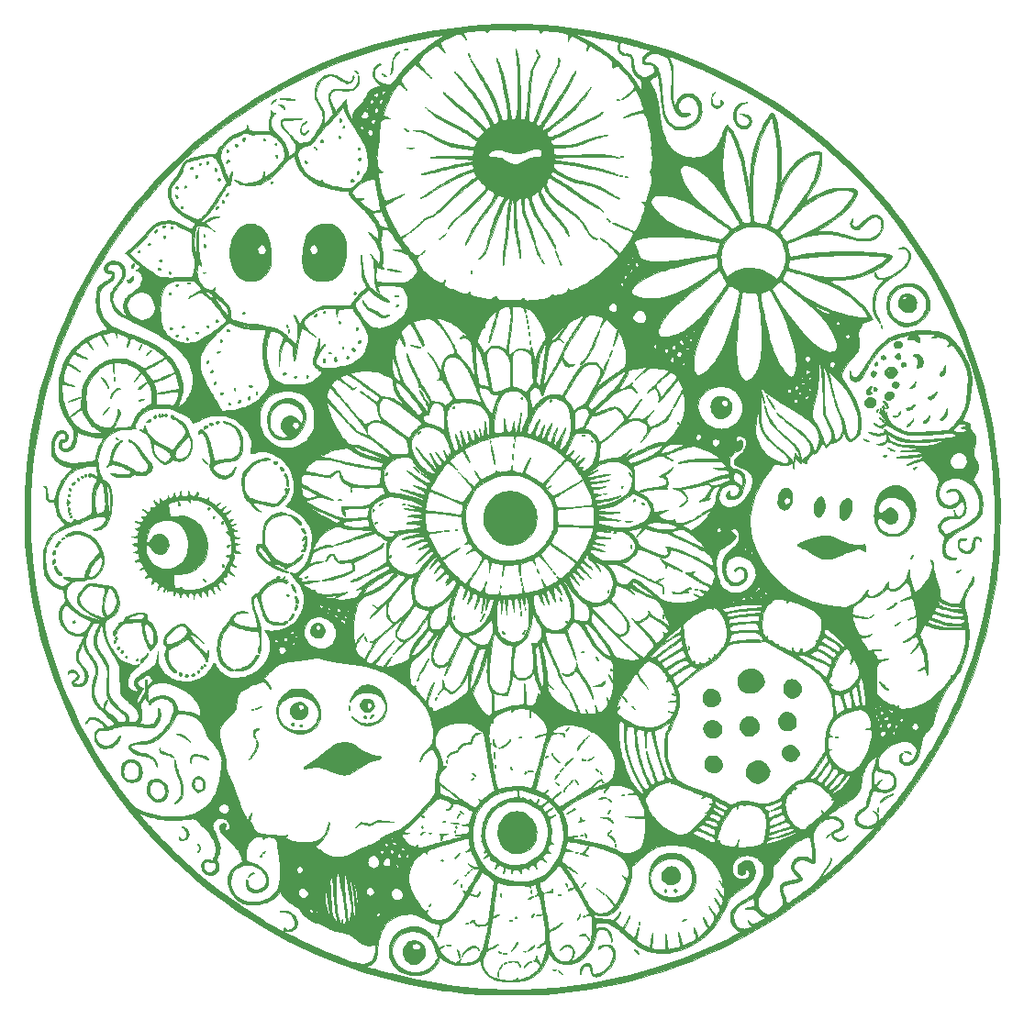
<source format=gbr>
%TF.GenerationSoftware,KiCad,Pcbnew,7.0.1*%
%TF.CreationDate,2023-09-06T22:29:07-07:00*%
%TF.ProjectId,flower_08,666c6f77-6572-45f3-9038-2e6b69636164,rev?*%
%TF.SameCoordinates,Original*%
%TF.FileFunction,Copper,L2,Bot*%
%TF.FilePolarity,Positive*%
%FSLAX46Y46*%
G04 Gerber Fmt 4.6, Leading zero omitted, Abs format (unit mm)*
G04 Created by KiCad (PCBNEW 7.0.1) date 2023-09-06 22:29:07*
%MOMM*%
%LPD*%
G01*
G04 APERTURE LIST*
%TA.AperFunction,EtchedComponent*%
%ADD10C,0.010000*%
%TD*%
G04 APERTURE END LIST*
%TO.C,G\u002A\u002A\u002A*%
D10*
X25005737Y-70036725D02*
X25511015Y-70036725D01*
X25517360Y-71371431D01*
X25565421Y-72699857D01*
X25603937Y-73344334D01*
X25714666Y-74674427D01*
X25866693Y-76000060D01*
X26059608Y-77319932D01*
X26292999Y-78632744D01*
X26566457Y-79937196D01*
X26879572Y-81231987D01*
X27231932Y-82515818D01*
X27623128Y-83787388D01*
X28052749Y-85045397D01*
X28520385Y-86288545D01*
X29025626Y-87515533D01*
X29568060Y-88725059D01*
X30147279Y-89915825D01*
X30762871Y-91086529D01*
X31414426Y-92235872D01*
X31737235Y-92775334D01*
X32004552Y-93207394D01*
X32286739Y-93650332D01*
X32579837Y-94098416D01*
X32879883Y-94545913D01*
X33182915Y-94987092D01*
X33484973Y-95416221D01*
X33782094Y-95827567D01*
X34070318Y-96215399D01*
X34345682Y-96573985D01*
X34480151Y-96744084D01*
X34614029Y-96904630D01*
X34757526Y-97064400D01*
X34904075Y-97216833D01*
X35047107Y-97355369D01*
X35180054Y-97473446D01*
X35296349Y-97564504D01*
X35313473Y-97576471D01*
X35513771Y-97697390D01*
X35751647Y-97812841D01*
X36022552Y-97921548D01*
X36321940Y-98022232D01*
X36645261Y-98113616D01*
X36987969Y-98194423D01*
X37345516Y-98263373D01*
X37713353Y-98319191D01*
X38086933Y-98360597D01*
X38112417Y-98362856D01*
X38225088Y-98369738D01*
X38368911Y-98374030D01*
X38535653Y-98375883D01*
X38717081Y-98375452D01*
X38904962Y-98372890D01*
X39091062Y-98368348D01*
X39267149Y-98361981D01*
X39424988Y-98353941D01*
X39556347Y-98344382D01*
X39647000Y-98334338D01*
X40016308Y-98267565D01*
X40357173Y-98176198D01*
X40677563Y-98057232D01*
X40985449Y-97907665D01*
X41288800Y-97724494D01*
X41319167Y-97704231D01*
X41402600Y-97642101D01*
X42871940Y-97642101D01*
X42875746Y-97679803D01*
X42886750Y-97710184D01*
X42926216Y-97775798D01*
X42990594Y-97852795D01*
X43068802Y-97930278D01*
X43149755Y-97997347D01*
X43222373Y-98043105D01*
X43227996Y-98045749D01*
X43343954Y-98079985D01*
X43465084Y-98084442D01*
X43575841Y-98059038D01*
X43600718Y-98047688D01*
X43699682Y-97979970D01*
X43783746Y-97890921D01*
X43845493Y-97790974D01*
X43877507Y-97690561D01*
X43880334Y-97654401D01*
X43868226Y-97574546D01*
X43836647Y-97478794D01*
X43792709Y-97384190D01*
X43743527Y-97307783D01*
X43728552Y-97290687D01*
X43668973Y-97240997D01*
X43603963Y-97203238D01*
X43587756Y-97196913D01*
X43507285Y-97183070D01*
X43405823Y-97182723D01*
X43301770Y-97194436D01*
X43213523Y-97216775D01*
X43187155Y-97228165D01*
X43093402Y-97294615D01*
X43003451Y-97390737D01*
X42928172Y-97504465D01*
X42914657Y-97530656D01*
X42884134Y-97597373D01*
X42871940Y-97642101D01*
X41402600Y-97642101D01*
X41646267Y-97460651D01*
X41938844Y-97193648D01*
X42196292Y-96904063D01*
X42418006Y-96592734D01*
X42603382Y-96260502D01*
X42751816Y-95908206D01*
X42853732Y-95573046D01*
X42903401Y-95359148D01*
X42953523Y-95112188D01*
X43002695Y-94841395D01*
X43049515Y-94556000D01*
X43092579Y-94265233D01*
X43130485Y-93978324D01*
X43161832Y-93704504D01*
X43185215Y-93453003D01*
X43193626Y-93336250D01*
X43195416Y-93165811D01*
X43177672Y-92997987D01*
X43138679Y-92829198D01*
X43076721Y-92655866D01*
X42990082Y-92474410D01*
X42877049Y-92281251D01*
X42735905Y-92072809D01*
X42564935Y-91845505D01*
X42362424Y-91595759D01*
X42355862Y-91587905D01*
X42209363Y-91407788D01*
X42088567Y-91246873D01*
X41987870Y-91095863D01*
X41901671Y-90945460D01*
X41824369Y-90786368D01*
X41784268Y-90690417D01*
X42982831Y-90690417D01*
X42985381Y-90815410D01*
X42993139Y-90934448D01*
X43007409Y-91053623D01*
X43029498Y-91179027D01*
X43060712Y-91316749D01*
X43102355Y-91472881D01*
X43155734Y-91653515D01*
X43222155Y-91864741D01*
X43258920Y-91978379D01*
X43345896Y-92253614D01*
X43416375Y-92495933D01*
X43471532Y-92710890D01*
X43512541Y-92904036D01*
X43540578Y-93080924D01*
X43556815Y-93247108D01*
X43562428Y-93408140D01*
X43562446Y-93413382D01*
X43567364Y-93572884D01*
X43580382Y-93739574D01*
X43599986Y-93900767D01*
X43624661Y-94043775D01*
X43649921Y-94146340D01*
X43671392Y-94205895D01*
X43708375Y-94296109D01*
X43757659Y-94409675D01*
X43816031Y-94539285D01*
X43880278Y-94677631D01*
X43921852Y-94765000D01*
X44043214Y-95021757D01*
X44150425Y-95258585D01*
X44247050Y-95484639D01*
X44336656Y-95709073D01*
X44422810Y-95941042D01*
X44509078Y-96189700D01*
X44599026Y-96464201D01*
X44664021Y-96670000D01*
X44803698Y-97089714D01*
X44949298Y-97471867D01*
X45102611Y-97821031D01*
X45165547Y-97950584D01*
X45261931Y-98140695D01*
X45343187Y-98294622D01*
X45411059Y-98415008D01*
X45467286Y-98504497D01*
X45513610Y-98565730D01*
X45551773Y-98601352D01*
X45583517Y-98614005D01*
X45600927Y-98611402D01*
X45620189Y-98588627D01*
X45651354Y-98534778D01*
X45690124Y-98457889D01*
X45732203Y-98365997D01*
X45732446Y-98365442D01*
X45785442Y-98250833D01*
X45835536Y-98154652D01*
X45880050Y-98080831D01*
X45916306Y-98033301D01*
X45941628Y-98015992D01*
X45953337Y-98032834D01*
X45953807Y-98040458D01*
X45947542Y-98085914D01*
X45930457Y-98153947D01*
X45912932Y-98209791D01*
X45861093Y-98381348D01*
X45826042Y-98541674D01*
X45808648Y-98684051D01*
X45809779Y-98801758D01*
X45826489Y-98878819D01*
X45860043Y-98926373D01*
X45905525Y-98959695D01*
X45954354Y-98999108D01*
X45976898Y-99061956D01*
X45996302Y-99128474D01*
X46033753Y-99218648D01*
X46083555Y-99321087D01*
X46140011Y-99424400D01*
X46197424Y-99517196D01*
X46222487Y-99553076D01*
X46328125Y-99672839D01*
X46457028Y-99771974D01*
X46565238Y-99833036D01*
X46655258Y-99873933D01*
X46751341Y-99907542D01*
X46859767Y-99935024D01*
X46986816Y-99957538D01*
X47138768Y-99976245D01*
X47321903Y-99992302D01*
X47489250Y-100003662D01*
X47641482Y-100014030D01*
X47791316Y-100025984D01*
X47929567Y-100038660D01*
X48047050Y-100051195D01*
X48134582Y-100062728D01*
X48156000Y-100066288D01*
X48342554Y-100098537D01*
X48495831Y-100120954D01*
X48623679Y-100133764D01*
X48733943Y-100137188D01*
X48834469Y-100131450D01*
X48933104Y-100116772D01*
X49037693Y-100093376D01*
X49045000Y-100091530D01*
X49145393Y-100066257D01*
X49211805Y-100050692D01*
X49251239Y-100043932D01*
X49270696Y-100045077D01*
X49277179Y-100053224D01*
X49277753Y-100061555D01*
X49262013Y-100087114D01*
X49220775Y-100128573D01*
X49162876Y-100177072D01*
X49161336Y-100178264D01*
X49103377Y-100225357D01*
X49061700Y-100263666D01*
X49045024Y-100285152D01*
X49045000Y-100285524D01*
X49063534Y-100300460D01*
X49111683Y-100321653D01*
X49166709Y-100340555D01*
X49272571Y-100377994D01*
X49343765Y-100415798D01*
X49387725Y-100458726D01*
X49406072Y-100493842D01*
X49429362Y-100531904D01*
X49460859Y-100533641D01*
X49463336Y-100532667D01*
X49526426Y-100510005D01*
X49563352Y-100508853D01*
X49585269Y-100530740D01*
X49594000Y-100550577D01*
X49605740Y-100573699D01*
X49624586Y-100593057D01*
X49654796Y-100609440D01*
X49700628Y-100623636D01*
X49766340Y-100636433D01*
X49856190Y-100648617D01*
X49974435Y-100660976D01*
X50125334Y-100674298D01*
X50313145Y-100689371D01*
X50366929Y-100693549D01*
X50670826Y-100714138D01*
X50937756Y-100725416D01*
X51172180Y-100726794D01*
X51378555Y-100717681D01*
X51561343Y-100697487D01*
X51725001Y-100665620D01*
X51873990Y-100621491D01*
X52012768Y-100564510D01*
X52145795Y-100494084D01*
X52220000Y-100448191D01*
X52400440Y-100311682D01*
X52556646Y-100150703D01*
X52690361Y-99962324D01*
X52803332Y-99743611D01*
X52897301Y-99491634D01*
X52974013Y-99203460D01*
X52981850Y-99167667D01*
X53003595Y-99071712D01*
X53024683Y-98988023D01*
X53042291Y-98927338D01*
X53051253Y-98903868D01*
X53068264Y-98876786D01*
X53080710Y-98884914D01*
X53093037Y-98914451D01*
X53103578Y-98974483D01*
X53103995Y-99064540D01*
X53095275Y-99173799D01*
X53078404Y-99291434D01*
X53054369Y-99406621D01*
X53044872Y-99442834D01*
X52979267Y-99636381D01*
X52889937Y-99837210D01*
X52781210Y-100039326D01*
X52657415Y-100236734D01*
X52522882Y-100423437D01*
X52381940Y-100593441D01*
X52238918Y-100740751D01*
X52098146Y-100859370D01*
X51963953Y-100943304D01*
X51959923Y-100945298D01*
X51889401Y-100981395D01*
X51834929Y-101012103D01*
X51806824Y-101031550D01*
X51805486Y-101033189D01*
X51806805Y-101067868D01*
X51834620Y-101120430D01*
X51881993Y-101182790D01*
X51941984Y-101246868D01*
X52007653Y-101304579D01*
X52072061Y-101347843D01*
X52078586Y-101351279D01*
X52150193Y-101378113D01*
X52211774Y-101384314D01*
X52217388Y-101383462D01*
X52279842Y-101383824D01*
X52327369Y-101405883D01*
X52346979Y-101443482D01*
X52347000Y-101444879D01*
X52367413Y-101516127D01*
X52427494Y-101593990D01*
X52525503Y-101676273D01*
X52536261Y-101683916D01*
X52661546Y-101762114D01*
X52812884Y-101841644D01*
X52974861Y-101915331D01*
X53132060Y-101975999D01*
X53228832Y-102006286D01*
X53435700Y-102048653D01*
X53671524Y-102071662D01*
X53927506Y-102075108D01*
X54194849Y-102058785D01*
X54396362Y-102033623D01*
X54503007Y-102014600D01*
X54611987Y-101990726D01*
X54703910Y-101966360D01*
X54724445Y-101959879D01*
X54823133Y-101921271D01*
X54947300Y-101863845D01*
X55087362Y-101792500D01*
X55233733Y-101712136D01*
X55326819Y-101657178D01*
X57791396Y-101657178D01*
X57816650Y-101718103D01*
X57869154Y-101765408D01*
X57944493Y-101790437D01*
X57974490Y-101792334D01*
X58040057Y-101784419D01*
X58088771Y-101753546D01*
X58113035Y-101727209D01*
X58157616Y-101651411D01*
X58164133Y-101580582D01*
X58144076Y-101541327D01*
X58741247Y-101541327D01*
X58743038Y-101618395D01*
X58764842Y-101691011D01*
X58802171Y-101750831D01*
X58850538Y-101789513D01*
X58905455Y-101798712D01*
X58936258Y-101788481D01*
X58972723Y-101757342D01*
X59011363Y-101707695D01*
X59015554Y-101701024D01*
X59052991Y-101607807D01*
X59049589Y-101520419D01*
X59005600Y-101442172D01*
X58994962Y-101430872D01*
X58926647Y-101381908D01*
X58862839Y-101374920D01*
X58805125Y-101409652D01*
X58763958Y-101468150D01*
X58741247Y-101541327D01*
X58144076Y-101541327D01*
X58133837Y-101521289D01*
X58067977Y-101480101D01*
X58065845Y-101479346D01*
X57972009Y-101467159D01*
X57884073Y-101496206D01*
X57840290Y-101529104D01*
X57797804Y-101591293D01*
X57791396Y-101657178D01*
X55326819Y-101657178D01*
X55376828Y-101627653D01*
X55389079Y-101620101D01*
X55617427Y-101483956D01*
X55826337Y-101371397D01*
X55993172Y-101293193D01*
X59714386Y-101293193D01*
X59742903Y-101357497D01*
X59757242Y-101377203D01*
X59820259Y-101438019D01*
X59895050Y-101481827D01*
X59971682Y-101505921D01*
X60040224Y-101507597D01*
X60090744Y-101484152D01*
X60101471Y-101470920D01*
X60109637Y-101420767D01*
X60082196Y-101361525D01*
X60023034Y-101299356D01*
X59968148Y-101259492D01*
X59882995Y-101217562D01*
X59809509Y-101203056D01*
X59753223Y-101212884D01*
X59719671Y-101243960D01*
X59714386Y-101293193D01*
X55993172Y-101293193D01*
X56027357Y-101277169D01*
X56232038Y-101196019D01*
X56451931Y-101122691D01*
X56541215Y-101095979D01*
X56816324Y-101005268D01*
X56944979Y-100950398D01*
X58240575Y-100950398D01*
X58246963Y-101022034D01*
X58268080Y-101081937D01*
X58302429Y-101117067D01*
X58311914Y-101120244D01*
X58380627Y-101118446D01*
X58454444Y-101092572D01*
X58510823Y-101050606D01*
X58511792Y-101049447D01*
X58545405Y-100983053D01*
X58536869Y-100917661D01*
X58486367Y-100854561D01*
X58483709Y-100852298D01*
X58418615Y-100813339D01*
X58351806Y-100798320D01*
X58296584Y-100809067D01*
X58277960Y-100824077D01*
X58250409Y-100880066D01*
X58240575Y-100950398D01*
X56944979Y-100950398D01*
X57064840Y-100899279D01*
X57292469Y-100775193D01*
X58914100Y-100775193D01*
X58929020Y-100816703D01*
X58975078Y-100893061D01*
X59038183Y-100952581D01*
X59109567Y-100991610D01*
X59180458Y-101006489D01*
X59242087Y-100993565D01*
X59277883Y-100962124D01*
X59303266Y-100909674D01*
X59310834Y-100870563D01*
X59291533Y-100813536D01*
X59240997Y-100763049D01*
X59170271Y-100723581D01*
X59090404Y-100699606D01*
X59012441Y-100695603D01*
X58947429Y-100716048D01*
X58940719Y-100720579D01*
X58915652Y-100745048D01*
X58914100Y-100775193D01*
X57292469Y-100775193D01*
X57299026Y-100771619D01*
X57531144Y-100615894D01*
X57679163Y-100502632D01*
X57790468Y-100417171D01*
X58760500Y-100417171D01*
X58777053Y-100458127D01*
X58818851Y-100476878D01*
X58874104Y-100471721D01*
X58930177Y-100441645D01*
X58961039Y-100398514D01*
X58963225Y-100353114D01*
X58939289Y-100319564D01*
X58906496Y-100310667D01*
X58851298Y-100323927D01*
X58799295Y-100356322D01*
X58765675Y-100396769D01*
X58760500Y-100417171D01*
X57790468Y-100417171D01*
X57818048Y-100395995D01*
X57963480Y-100291591D01*
X58106744Y-100195202D01*
X58239122Y-100112609D01*
X58351898Y-100049594D01*
X58391050Y-100030481D01*
X58452470Y-100003962D01*
X58544328Y-99966493D01*
X58624858Y-99934614D01*
X59785665Y-99934614D01*
X59786734Y-99959420D01*
X59801832Y-100013095D01*
X59827237Y-100086074D01*
X59859230Y-100168791D01*
X59894091Y-100251682D01*
X59928101Y-100325180D01*
X59957539Y-100379723D01*
X59960724Y-100384750D01*
X60073375Y-100535987D01*
X60207297Y-100679480D01*
X60355694Y-100810321D01*
X60511773Y-100923602D01*
X60668739Y-101014413D01*
X60819798Y-101077847D01*
X60958156Y-101108994D01*
X60963993Y-101109560D01*
X61034718Y-101114549D01*
X61079415Y-101109656D01*
X61114167Y-101089328D01*
X61155058Y-101048012D01*
X61160992Y-101041542D01*
X61215093Y-100991373D01*
X61251782Y-100979449D01*
X61272661Y-101006192D01*
X61279333Y-101072025D01*
X61279334Y-101072716D01*
X61288757Y-101136992D01*
X61319021Y-101182521D01*
X61373113Y-101209625D01*
X61454021Y-101218624D01*
X61564733Y-101209842D01*
X61708237Y-101183598D01*
X61887521Y-101140214D01*
X61893167Y-101138734D01*
X62007512Y-101108034D01*
X62151095Y-101068444D01*
X62312579Y-101023151D01*
X62480627Y-100975341D01*
X62643901Y-100928201D01*
X62686917Y-100915644D01*
X62823850Y-100876396D01*
X62993217Y-100829190D01*
X63186388Y-100776354D01*
X63394734Y-100720217D01*
X63609623Y-100663106D01*
X63822426Y-100607351D01*
X63988667Y-100564442D01*
X64199971Y-100509945D01*
X64408408Y-100455468D01*
X64609898Y-100402135D01*
X64800360Y-100351065D01*
X64975714Y-100303382D01*
X65131880Y-100260205D01*
X65264777Y-100222658D01*
X65370327Y-100191861D01*
X65444447Y-100168936D01*
X65483058Y-100155005D01*
X65487417Y-100152472D01*
X65469847Y-100150319D01*
X65416773Y-100148827D01*
X65335021Y-100148070D01*
X65231415Y-100148124D01*
X65149003Y-100148692D01*
X65000681Y-100148818D01*
X64890419Y-100145875D01*
X64814034Y-100139609D01*
X64767347Y-100129764D01*
X64761615Y-100127222D01*
X65519722Y-100127222D01*
X65522628Y-100139806D01*
X65533834Y-100141334D01*
X65551256Y-100133589D01*
X65547945Y-100127222D01*
X65522825Y-100124689D01*
X65519722Y-100127222D01*
X64761615Y-100127222D01*
X64755959Y-100124714D01*
X64718707Y-100096561D01*
X64713922Y-100072289D01*
X64743234Y-100051459D01*
X64808270Y-100033633D01*
X64910659Y-100018371D01*
X65052030Y-100005234D01*
X65234012Y-99993782D01*
X65243508Y-99993283D01*
X65402161Y-99983994D01*
X65525446Y-99973911D01*
X65620324Y-99961714D01*
X65693755Y-99946081D01*
X65752703Y-99925692D01*
X65786110Y-99908500D01*
X66330621Y-99908500D01*
X66332344Y-100129819D01*
X66339499Y-100321148D01*
X66353283Y-100494617D01*
X66374892Y-100662356D01*
X66405525Y-100836495D01*
X66437101Y-100987519D01*
X66538204Y-101357950D01*
X66675706Y-101723097D01*
X66846492Y-102078636D01*
X67047445Y-102420239D01*
X67275447Y-102743582D01*
X67527382Y-103044339D01*
X67800133Y-103318184D01*
X68090584Y-103560791D01*
X68395616Y-103767836D01*
X68473085Y-103813136D01*
X68793070Y-103973947D01*
X69140870Y-104111366D01*
X69507305Y-104222577D01*
X69883196Y-104304766D01*
X70232834Y-104352653D01*
X70368677Y-104361260D01*
X70534448Y-104364829D01*
X70718083Y-104363695D01*
X70907520Y-104358191D01*
X71090696Y-104348652D01*
X71255546Y-104335413D01*
X71375834Y-104320973D01*
X71734879Y-104254650D01*
X72062525Y-104165383D01*
X72364599Y-104050384D01*
X72646931Y-103906863D01*
X72915347Y-103732031D01*
X73175677Y-103523099D01*
X73319427Y-103390811D01*
X73543354Y-103161333D01*
X73739324Y-102928249D01*
X73914519Y-102681560D01*
X74076119Y-102411264D01*
X74094455Y-102375683D01*
X74562372Y-102375683D01*
X74566370Y-102431482D01*
X74586005Y-102487022D01*
X74624193Y-102545413D01*
X74683852Y-102609769D01*
X74767898Y-102683200D01*
X74879248Y-102768820D01*
X75020819Y-102869739D01*
X75195528Y-102989070D01*
X75211710Y-102999967D01*
X75388264Y-103119743D01*
X75546593Y-103229124D01*
X75683926Y-103326087D01*
X75797495Y-103408614D01*
X75884529Y-103474681D01*
X75942261Y-103522269D01*
X75967921Y-103549356D01*
X75969000Y-103552659D01*
X75965031Y-103567272D01*
X75950725Y-103571924D01*
X75922483Y-103564789D01*
X75876706Y-103544044D01*
X75809795Y-103507866D01*
X75718151Y-103454430D01*
X75598175Y-103381912D01*
X75446268Y-103288490D01*
X75439695Y-103284427D01*
X75267978Y-103179223D01*
X75130705Y-103097224D01*
X75027172Y-103038038D01*
X74956678Y-103001273D01*
X74918517Y-102986537D01*
X74910667Y-102989212D01*
X74918885Y-103016301D01*
X74945063Y-103063433D01*
X74991491Y-103134152D01*
X75060454Y-103232004D01*
X75121744Y-103316334D01*
X75251667Y-103497588D01*
X75386966Y-103693567D01*
X75523912Y-103898343D01*
X75658777Y-104105984D01*
X75787832Y-104310562D01*
X75907348Y-104506146D01*
X76013596Y-104686806D01*
X76102847Y-104846613D01*
X76171374Y-104979637D01*
X76182962Y-105003999D01*
X76235996Y-105111736D01*
X76307567Y-105248451D01*
X76393774Y-105407221D01*
X76490715Y-105581124D01*
X76594491Y-105763238D01*
X76701201Y-105946643D01*
X76806943Y-106124417D01*
X76904119Y-106283669D01*
X77057094Y-106521808D01*
X77198219Y-106722475D01*
X77329627Y-106888154D01*
X77453457Y-107021329D01*
X77571843Y-107124482D01*
X77686922Y-107200098D01*
X77696907Y-107205488D01*
X77820598Y-107260538D01*
X77947358Y-107293613D01*
X78085028Y-107305140D01*
X78241447Y-107295549D01*
X78424456Y-107265270D01*
X78498417Y-107249375D01*
X78603489Y-107221913D01*
X78711278Y-107187602D01*
X78801950Y-107152885D01*
X78818764Y-107145302D01*
X78943483Y-107078070D01*
X79061657Y-106998711D01*
X79167436Y-106912714D01*
X79254966Y-106825568D01*
X79318397Y-106742760D01*
X79351877Y-106669780D01*
X79355612Y-106641748D01*
X79341161Y-106582630D01*
X79299463Y-106496665D01*
X79232870Y-106387270D01*
X79143735Y-106257864D01*
X79034411Y-106111864D01*
X78907248Y-105952688D01*
X78767271Y-105786839D01*
X78701029Y-105709006D01*
X78647164Y-105643200D01*
X78610594Y-105595622D01*
X78596239Y-105572477D01*
X78596388Y-105571390D01*
X78616204Y-105579522D01*
X78659668Y-105611957D01*
X78720540Y-105663017D01*
X78792582Y-105727025D01*
X78869554Y-105798301D01*
X78945216Y-105871168D01*
X79013329Y-105939949D01*
X79067654Y-105998965D01*
X79072744Y-106004879D01*
X79138313Y-106085525D01*
X79214528Y-106184949D01*
X79288792Y-106286545D01*
X79317890Y-106328071D01*
X79387640Y-106427441D01*
X79439634Y-106493410D01*
X79479285Y-106528009D01*
X79512010Y-106533265D01*
X79543221Y-106511208D01*
X79578334Y-106463866D01*
X79597993Y-106433029D01*
X79658133Y-106330776D01*
X79731343Y-106196351D01*
X79814341Y-106036633D01*
X79903844Y-105858498D01*
X79996570Y-105668823D01*
X80089236Y-105474484D01*
X80178561Y-105282358D01*
X80261262Y-105099322D01*
X80334056Y-104932253D01*
X80393662Y-104788028D01*
X80433963Y-104681612D01*
X80475717Y-104549886D01*
X80497149Y-104439430D01*
X80496110Y-104342168D01*
X80470450Y-104250026D01*
X80418021Y-104154928D01*
X80336672Y-104048797D01*
X80235361Y-103935459D01*
X80177602Y-103871221D01*
X80135583Y-103820197D01*
X80114374Y-103788825D01*
X80114482Y-103782000D01*
X80140196Y-103792920D01*
X80193023Y-103822514D01*
X80264814Y-103866032D01*
X80333422Y-103909619D01*
X80418562Y-103961862D01*
X80493254Y-104002330D01*
X80548713Y-104026553D01*
X80572750Y-104031327D01*
X80616159Y-104004980D01*
X80653765Y-103943160D01*
X80684207Y-103852495D01*
X80706124Y-103739612D01*
X80718154Y-103611138D01*
X80718937Y-103473700D01*
X80710457Y-103360933D01*
X80666001Y-103104557D01*
X80592363Y-102866993D01*
X80488054Y-102646702D01*
X80351587Y-102442144D01*
X80181472Y-102251779D01*
X79976222Y-102074068D01*
X79734347Y-101907469D01*
X79454359Y-101750444D01*
X79134771Y-101601453D01*
X78928296Y-101517183D01*
X78746856Y-101448845D01*
X78561470Y-101384061D01*
X78368022Y-101321760D01*
X78162395Y-101260868D01*
X77940472Y-101200316D01*
X77698136Y-101139030D01*
X77431273Y-101075940D01*
X77135763Y-101009972D01*
X76807493Y-100940056D01*
X76442344Y-100865120D01*
X76360584Y-100848644D01*
X76092351Y-100795374D01*
X75862538Y-100751215D01*
X75668306Y-100715784D01*
X75506820Y-100688700D01*
X75375243Y-100669581D01*
X75270738Y-100658045D01*
X75190468Y-100653711D01*
X75131596Y-100656197D01*
X75091286Y-100665122D01*
X75072197Y-100675296D01*
X75054256Y-100704386D01*
X75030577Y-100764023D01*
X75003580Y-100845276D01*
X74975684Y-100939218D01*
X74949310Y-101036918D01*
X74926878Y-101129447D01*
X74910808Y-101207875D01*
X74903519Y-101263274D01*
X74906625Y-101286205D01*
X74930457Y-101297785D01*
X74986729Y-101321647D01*
X75068365Y-101354892D01*
X75168289Y-101394619D01*
X75233459Y-101420120D01*
X75339645Y-101462601D01*
X75430338Y-101501117D01*
X75498854Y-101532650D01*
X75538507Y-101554180D01*
X75545667Y-101561123D01*
X75541408Y-101573601D01*
X75523877Y-101578891D01*
X75485938Y-101576597D01*
X75420458Y-101566319D01*
X75326847Y-101548913D01*
X75174373Y-101524038D01*
X75055279Y-101516086D01*
X74963432Y-101526784D01*
X74892698Y-101557856D01*
X74836946Y-101611031D01*
X74790043Y-101688033D01*
X74783317Y-101701903D01*
X74750411Y-101778999D01*
X74710490Y-101883627D01*
X74668109Y-102002599D01*
X74627821Y-102122725D01*
X74594182Y-102230817D01*
X74571744Y-102313685D01*
X74571093Y-102316511D01*
X74562372Y-102375683D01*
X74094455Y-102375683D01*
X74211661Y-102148257D01*
X74353667Y-101823572D01*
X74474334Y-101482632D01*
X74572431Y-101132219D01*
X74646727Y-100779110D01*
X74695992Y-100430084D01*
X74718996Y-100091921D01*
X74714508Y-99771399D01*
X74688612Y-99520891D01*
X74657113Y-99337775D01*
X74615368Y-99133588D01*
X74566108Y-98919239D01*
X74512065Y-98705638D01*
X74455973Y-98503694D01*
X74400561Y-98324316D01*
X74359645Y-98207281D01*
X74314689Y-98109599D01*
X74247442Y-97992544D01*
X74162432Y-97861771D01*
X74144170Y-97835963D01*
X74582013Y-97835963D01*
X74585634Y-97881184D01*
X74623675Y-97940052D01*
X74633270Y-97951278D01*
X74663386Y-97994008D01*
X74695322Y-98057174D01*
X74730416Y-98144553D01*
X74770007Y-98259921D01*
X74815432Y-98407056D01*
X74868029Y-98589735D01*
X74899200Y-98702000D01*
X74930065Y-98804455D01*
X74965114Y-98905738D01*
X74998440Y-98989220D01*
X75010046Y-99014065D01*
X75065610Y-99125046D01*
X75051367Y-99696130D01*
X75047346Y-99871899D01*
X75045130Y-100009297D01*
X75044808Y-100112249D01*
X75046466Y-100184681D01*
X75050191Y-100230521D01*
X75056071Y-100253695D01*
X75063854Y-100258252D01*
X75094119Y-100250399D01*
X75156553Y-100235708D01*
X75241947Y-100216303D01*
X75337870Y-100195016D01*
X75474272Y-100167707D01*
X75606149Y-100146089D01*
X75728571Y-100130405D01*
X75836610Y-100120897D01*
X75925336Y-100117807D01*
X75989820Y-100121379D01*
X76025132Y-100131854D01*
X76026344Y-100149475D01*
X76011334Y-100161886D01*
X75980432Y-100173657D01*
X75917027Y-100192343D01*
X75829951Y-100215737D01*
X75728041Y-100241628D01*
X75620129Y-100267808D01*
X75515051Y-100292069D01*
X75421640Y-100312201D01*
X75369461Y-100322375D01*
X75318896Y-100334943D01*
X75306731Y-100347542D01*
X75333865Y-100360519D01*
X75401198Y-100374221D01*
X75509629Y-100388994D01*
X75556250Y-100394348D01*
X75853047Y-100432632D01*
X76181707Y-100484616D01*
X76534672Y-100548577D01*
X76904381Y-100622789D01*
X77283274Y-100705529D01*
X77663793Y-100795073D01*
X78038378Y-100889696D01*
X78399469Y-100987674D01*
X78739506Y-101087284D01*
X79050930Y-101186799D01*
X79092960Y-101201016D01*
X79264386Y-101261461D01*
X79403001Y-101315348D01*
X79517058Y-101366393D01*
X79614813Y-101418312D01*
X79704521Y-101474821D01*
X79710914Y-101479183D01*
X79837244Y-101554190D01*
X79980823Y-101615651D01*
X80143942Y-101666292D01*
X80255366Y-101687057D01*
X80396767Y-101699496D01*
X80556660Y-101703821D01*
X80723559Y-101700243D01*
X80885976Y-101688974D01*
X81032428Y-101670225D01*
X81137868Y-101648005D01*
X81345726Y-101580928D01*
X81524519Y-101497680D01*
X81676973Y-101394839D01*
X81805815Y-101268983D01*
X81913774Y-101116689D01*
X82003576Y-100934532D01*
X82077949Y-100719091D01*
X82139620Y-100466943D01*
X82159325Y-100366049D01*
X82186074Y-100205174D01*
X82211167Y-100024385D01*
X82234045Y-99830780D01*
X82254146Y-99631460D01*
X82270910Y-99433523D01*
X82283776Y-99244069D01*
X82292182Y-99070198D01*
X82295568Y-98919009D01*
X82293372Y-98797601D01*
X82288247Y-98734399D01*
X82273433Y-98652336D01*
X82248786Y-98594517D01*
X82206442Y-98542895D01*
X82203503Y-98539937D01*
X82134425Y-98470859D01*
X81724004Y-98472199D01*
X81541126Y-98471436D01*
X81384320Y-98467062D01*
X81241262Y-98457905D01*
X81099631Y-98442797D01*
X80947101Y-98420567D01*
X80771350Y-98390045D01*
X80680611Y-98373144D01*
X80561315Y-98349517D01*
X80472432Y-98329709D01*
X80416015Y-98314465D01*
X80394118Y-98304529D01*
X80408796Y-98300644D01*
X80462104Y-98303557D01*
X80498667Y-98307220D01*
X80694649Y-98325828D01*
X80899392Y-98340316D01*
X81106637Y-98350631D01*
X81310120Y-98356724D01*
X81503582Y-98358543D01*
X81680760Y-98356039D01*
X81835393Y-98349160D01*
X81961220Y-98337856D01*
X82051980Y-98322076D01*
X82060319Y-98319851D01*
X82147538Y-98283910D01*
X82200643Y-98231145D01*
X82223670Y-98155008D01*
X82221689Y-98058045D01*
X82194466Y-97889778D01*
X82147867Y-97697238D01*
X82085064Y-97491979D01*
X82010452Y-97288617D01*
X81938072Y-97115318D01*
X81861680Y-96946793D01*
X81843787Y-96910220D01*
X82260095Y-96910220D01*
X82286246Y-97020995D01*
X82346057Y-97131015D01*
X82368334Y-97162117D01*
X82444232Y-97281413D01*
X82491365Y-97404385D01*
X82511860Y-97502568D01*
X82553585Y-97658317D01*
X82632018Y-97832283D01*
X82746288Y-98023190D01*
X82895524Y-98229766D01*
X83078855Y-98450736D01*
X83295409Y-98684824D01*
X83376300Y-98767026D01*
X83690104Y-99066032D01*
X83995355Y-99326053D01*
X84291556Y-99546758D01*
X84578207Y-99727819D01*
X84854811Y-99868905D01*
X85120867Y-99969689D01*
X85250584Y-100005052D01*
X85403766Y-100026966D01*
X85578145Y-100028634D01*
X85758280Y-100011014D01*
X85928729Y-99975069D01*
X85979081Y-99959728D01*
X86081340Y-99920458D01*
X86131040Y-99897374D01*
X86589619Y-99897374D01*
X86872601Y-100035382D01*
X87170126Y-100179573D01*
X87432469Y-100304716D01*
X87661769Y-100411743D01*
X87860166Y-100501589D01*
X88029798Y-100575188D01*
X88172803Y-100633472D01*
X88291322Y-100677377D01*
X88387493Y-100707835D01*
X88446750Y-100722522D01*
X88545778Y-100737310D01*
X88613475Y-100731743D01*
X88656475Y-100704201D01*
X88677198Y-100666247D01*
X88689919Y-100571315D01*
X88667781Y-100467274D01*
X88617365Y-100371324D01*
X88906327Y-100371324D01*
X88907081Y-100451479D01*
X88924197Y-100503222D01*
X88960078Y-100532711D01*
X89017129Y-100546103D01*
X89033094Y-100547524D01*
X89089145Y-100553710D01*
X89118255Y-100569673D01*
X89133282Y-100607479D01*
X89141559Y-100649334D01*
X89154487Y-100719025D01*
X89165731Y-100778386D01*
X89168411Y-100792168D01*
X89198557Y-100843256D01*
X89264829Y-100893888D01*
X89361031Y-100942647D01*
X89480965Y-100988117D01*
X89618435Y-101028882D01*
X89767245Y-101063525D01*
X89921199Y-101090630D01*
X90074099Y-101108780D01*
X90219749Y-101116559D01*
X90351952Y-101112551D01*
X90464513Y-101095339D01*
X90478750Y-101091687D01*
X90545102Y-101068265D01*
X90600318Y-101034129D01*
X90648485Y-100983549D01*
X90693688Y-100910794D01*
X90740014Y-100810137D01*
X90791546Y-100675846D01*
X90807977Y-100629993D01*
X90838079Y-100549198D01*
X90863401Y-100488907D01*
X90880716Y-100456358D01*
X90886379Y-100454052D01*
X90885973Y-100481668D01*
X90880057Y-100543949D01*
X90869473Y-100633708D01*
X90855061Y-100743756D01*
X90839909Y-100851468D01*
X90822472Y-100972219D01*
X90807363Y-101077797D01*
X90795551Y-101161346D01*
X90788007Y-101216010D01*
X90785667Y-101234834D01*
X90804729Y-101237790D01*
X90854125Y-101235947D01*
X90907375Y-101231274D01*
X90960125Y-101226196D01*
X91048355Y-101218256D01*
X91165352Y-101208035D01*
X91304402Y-101196112D01*
X91458794Y-101183067D01*
X91621813Y-101169480D01*
X91642917Y-101167735D01*
X91934697Y-101140705D01*
X92187309Y-101110685D01*
X92403863Y-101076852D01*
X92587468Y-101038384D01*
X92741235Y-100994458D01*
X92868273Y-100944252D01*
X92971692Y-100886943D01*
X93054602Y-100821708D01*
X93090129Y-100784965D01*
X93098711Y-100773221D01*
X93413138Y-100773221D01*
X93420600Y-100816293D01*
X93435734Y-100835600D01*
X93452501Y-100850072D01*
X93472875Y-100857681D01*
X93505415Y-100858168D01*
X93558680Y-100851274D01*
X93641229Y-100836741D01*
X93688454Y-100827968D01*
X94082079Y-100740617D01*
X94492399Y-100623418D01*
X94909805Y-100479694D01*
X95324689Y-100312767D01*
X95727443Y-100125959D01*
X95747738Y-100115832D01*
X95903801Y-100034988D01*
X96022696Y-99967046D01*
X96106961Y-99910232D01*
X96159134Y-99862769D01*
X96181755Y-99822880D01*
X96183167Y-99811192D01*
X96172270Y-99770637D01*
X96141453Y-99760334D01*
X96110396Y-99767201D01*
X96045591Y-99786486D01*
X95953098Y-99816210D01*
X95838980Y-99854394D01*
X95709297Y-99899060D01*
X95618181Y-99931110D01*
X95347071Y-100025911D01*
X95112825Y-100104872D01*
X94913315Y-100168631D01*
X94746409Y-100217824D01*
X94609977Y-100253089D01*
X94501890Y-100275063D01*
X94442209Y-100282855D01*
X94355069Y-100287523D01*
X94308609Y-100282459D01*
X94302381Y-100267956D01*
X94335933Y-100244305D01*
X94408817Y-100211799D01*
X94520583Y-100170729D01*
X94670782Y-100121387D01*
X94709302Y-100109338D01*
X94917946Y-100041722D01*
X95120825Y-99970550D01*
X95313083Y-99897900D01*
X95489866Y-99825851D01*
X95646321Y-99756481D01*
X95777591Y-99691868D01*
X95878823Y-99634091D01*
X95945161Y-99585229D01*
X95954162Y-99576341D01*
X95985874Y-99539896D01*
X95989664Y-99518716D01*
X95967010Y-99497603D01*
X95962163Y-99494044D01*
X95908982Y-99474392D01*
X95823925Y-99465443D01*
X95716058Y-99467136D01*
X95594449Y-99479413D01*
X95491759Y-99497143D01*
X95409541Y-99516374D01*
X95297121Y-99545927D01*
X95160666Y-99583908D01*
X95006340Y-99628424D01*
X94840312Y-99677580D01*
X94668747Y-99729482D01*
X94497812Y-99782238D01*
X94333673Y-99833953D01*
X94182497Y-99882732D01*
X94050449Y-99926684D01*
X93943697Y-99963913D01*
X93868407Y-99992525D01*
X93844250Y-100003123D01*
X93725707Y-100067814D01*
X93647731Y-100127274D01*
X93610170Y-100179917D01*
X93612869Y-100224155D01*
X93655676Y-100258403D01*
X93738436Y-100281073D01*
X93860997Y-100290579D01*
X93872086Y-100290720D01*
X93961110Y-100293736D01*
X94046801Y-100300300D01*
X94098250Y-100307033D01*
X94182917Y-100322126D01*
X94003000Y-100371232D01*
X93803438Y-100438869D01*
X93640563Y-100522584D01*
X93515780Y-100621619D01*
X93493499Y-100645479D01*
X93436820Y-100718316D01*
X93413138Y-100773221D01*
X93098711Y-100773221D01*
X93156601Y-100694004D01*
X93214062Y-100580755D01*
X93263443Y-100441710D01*
X93305678Y-100273360D01*
X93341698Y-100072198D01*
X93372435Y-99834714D01*
X93386677Y-99692242D01*
X93665126Y-99692242D01*
X93669048Y-99767476D01*
X93683980Y-99827631D01*
X93708957Y-99861982D01*
X93723506Y-99866167D01*
X93745133Y-99860426D01*
X93802346Y-99844174D01*
X93890126Y-99818865D01*
X94003452Y-99785955D01*
X94137305Y-99746900D01*
X94286664Y-99703153D01*
X94348981Y-99684856D01*
X94528309Y-99631642D01*
X94716640Y-99574824D01*
X94903914Y-99517505D01*
X95080068Y-99462785D01*
X95235041Y-99413763D01*
X95352209Y-99375716D01*
X95738335Y-99247887D01*
X95545072Y-99038444D01*
X95472441Y-98961381D01*
X95408944Y-98897085D01*
X95360503Y-98851329D01*
X95333041Y-98829887D01*
X95330236Y-98829000D01*
X95301698Y-98836118D01*
X95239616Y-98856006D01*
X95150046Y-98886465D01*
X95039043Y-98925297D01*
X94912664Y-98970304D01*
X94776963Y-99019286D01*
X94637996Y-99070046D01*
X94501818Y-99120385D01*
X94374486Y-99168104D01*
X94262053Y-99211005D01*
X94170576Y-99246890D01*
X94107835Y-99272809D01*
X93967335Y-99335953D01*
X93861772Y-99389089D01*
X93785920Y-99435587D01*
X93734551Y-99478815D01*
X93702439Y-99522141D01*
X93694160Y-99539423D01*
X93673175Y-99612650D01*
X93665126Y-99692242D01*
X93386677Y-99692242D01*
X93390451Y-99654500D01*
X93403117Y-99481464D01*
X93411461Y-99296016D01*
X93415545Y-99106433D01*
X93415532Y-99084169D01*
X93708136Y-99084169D01*
X93710013Y-99146109D01*
X93722825Y-99188897D01*
X93750639Y-99213060D01*
X93797523Y-99219125D01*
X93867546Y-99207618D01*
X93964774Y-99179067D01*
X94093278Y-99133997D01*
X94257000Y-99072984D01*
X94469766Y-98991959D01*
X94646120Y-98922688D01*
X94789791Y-98863479D01*
X94904508Y-98812643D01*
X94994000Y-98768486D01*
X95061998Y-98729320D01*
X95112230Y-98693453D01*
X95131640Y-98676425D01*
X95173243Y-98633705D01*
X95196670Y-98595376D01*
X95201735Y-98552368D01*
X95188249Y-98495609D01*
X95156025Y-98416031D01*
X95124828Y-98347526D01*
X95087259Y-98275379D01*
X95047245Y-98223128D01*
X94999713Y-98190548D01*
X94939591Y-98177409D01*
X94861806Y-98183484D01*
X94761285Y-98208546D01*
X94632955Y-98252368D01*
X94471744Y-98314720D01*
X94463850Y-98317873D01*
X94272956Y-98395901D01*
X94118278Y-98464283D01*
X93995834Y-98526648D01*
X93901644Y-98586629D01*
X93831727Y-98647855D01*
X93782101Y-98713958D01*
X93748784Y-98788570D01*
X93727797Y-98875319D01*
X93715156Y-98977839D01*
X93713125Y-99002551D01*
X93708136Y-99084169D01*
X93415532Y-99084169D01*
X93415429Y-98920992D01*
X93411174Y-98747969D01*
X93402841Y-98595641D01*
X93390493Y-98472285D01*
X93381308Y-98416250D01*
X93318422Y-98183050D01*
X93230144Y-97982669D01*
X93115578Y-97813399D01*
X93004245Y-97699105D01*
X92881715Y-97608151D01*
X92726728Y-97518058D01*
X92578796Y-97446841D01*
X93177500Y-97446841D01*
X93192850Y-97481517D01*
X93233569Y-97534068D01*
X93291661Y-97596314D01*
X93359131Y-97660073D01*
X93427982Y-97717166D01*
X93472477Y-97748630D01*
X93543956Y-97786665D01*
X93611218Y-97809537D01*
X93638479Y-97813000D01*
X93697262Y-97821473D01*
X93717443Y-97847083D01*
X93699112Y-97890116D01*
X93671937Y-97922057D01*
X93642636Y-97955343D01*
X93624866Y-97987593D01*
X93615921Y-98030229D01*
X93613094Y-98094676D01*
X93613412Y-98169046D01*
X93619648Y-98300433D01*
X93635517Y-98392699D01*
X93661706Y-98448099D01*
X93698900Y-98468889D01*
X93704648Y-98469167D01*
X93735907Y-98460842D01*
X93799217Y-98437607D01*
X93888093Y-98402072D01*
X93996050Y-98356846D01*
X94116600Y-98304539D01*
X94144381Y-98292245D01*
X94327733Y-98210303D01*
X94476475Y-98142534D01*
X94595029Y-98086716D01*
X94687813Y-98040630D01*
X94759250Y-98002052D01*
X94813759Y-97968764D01*
X94855761Y-97938542D01*
X94867679Y-97928823D01*
X94920665Y-97863140D01*
X94932510Y-97789506D01*
X94903172Y-97707394D01*
X94843332Y-97627792D01*
X94807722Y-97598858D01*
X94762541Y-97584590D01*
X94701738Y-97585618D01*
X94619260Y-97602570D01*
X94509059Y-97636076D01*
X94400664Y-97673856D01*
X94220738Y-97737108D01*
X94078291Y-97783750D01*
X93973653Y-97813687D01*
X93907155Y-97826824D01*
X93879756Y-97823811D01*
X93877122Y-97809361D01*
X93895570Y-97788597D01*
X93938625Y-97759396D01*
X94009811Y-97719635D01*
X94112652Y-97667192D01*
X94250671Y-97599942D01*
X94254149Y-97598271D01*
X94427726Y-97512844D01*
X94566029Y-97438898D01*
X94673161Y-97372374D01*
X94753224Y-97309215D01*
X94810323Y-97245360D01*
X94848137Y-97177506D01*
X95177244Y-97177506D01*
X95178966Y-97338640D01*
X95188188Y-97493891D01*
X95204902Y-97631375D01*
X95217628Y-97696584D01*
X95304548Y-98001691D01*
X95417991Y-98289049D01*
X95555468Y-98555417D01*
X95714495Y-98797555D01*
X95892583Y-99012222D01*
X96087248Y-99196179D01*
X96296002Y-99346184D01*
X96516358Y-99458998D01*
X96592132Y-99487838D01*
X96700544Y-99523074D01*
X96781913Y-99542004D01*
X96847753Y-99545804D01*
X96909576Y-99535649D01*
X96947300Y-99524112D01*
X97014158Y-99495824D01*
X97074190Y-99455980D01*
X97135739Y-99397320D01*
X97207148Y-99312584D01*
X97241786Y-99267869D01*
X97311767Y-99181870D01*
X97374143Y-99121236D01*
X97442005Y-99074406D01*
X97490455Y-99048301D01*
X97572378Y-99000177D01*
X97675578Y-98929032D01*
X97793927Y-98840104D01*
X97921300Y-98738634D01*
X98051570Y-98629861D01*
X98178611Y-98519023D01*
X98296297Y-98411360D01*
X98398502Y-98312112D01*
X98479100Y-98226518D01*
X98531965Y-98159818D01*
X98535284Y-98154715D01*
X98575215Y-98084070D01*
X98591740Y-98025627D01*
X98585217Y-97964795D01*
X98556005Y-97886983D01*
X98542592Y-97857549D01*
X98515751Y-97795494D01*
X98500095Y-97750457D01*
X98498508Y-97734270D01*
X98516297Y-97744027D01*
X98555468Y-97778004D01*
X98608472Y-97829517D01*
X98624159Y-97845546D01*
X98740731Y-97965900D01*
X98827139Y-97917336D01*
X98924992Y-97850769D01*
X99037770Y-97755066D01*
X99158855Y-97637535D01*
X99281631Y-97505481D01*
X99399482Y-97366213D01*
X99505792Y-97227038D01*
X99593943Y-97095263D01*
X99632877Y-97027486D01*
X99678067Y-96933415D01*
X99695336Y-96867959D01*
X99682987Y-96826501D01*
X99639324Y-96804423D01*
X99562649Y-96797109D01*
X99548185Y-96797000D01*
X99480791Y-96789499D01*
X99452775Y-96766721D01*
X99463876Y-96728257D01*
X99486792Y-96700020D01*
X99517668Y-96662689D01*
X99522914Y-96631762D01*
X99505135Y-96586547D01*
X99501918Y-96579879D01*
X99463137Y-96520045D01*
X99396069Y-96438515D01*
X99305615Y-96339874D01*
X99196678Y-96228705D01*
X99127707Y-96161654D01*
X99545138Y-96161654D01*
X99552622Y-96177349D01*
X99590442Y-96196920D01*
X99653362Y-96192386D01*
X99743784Y-96163113D01*
X99864110Y-96108468D01*
X99918127Y-96080943D01*
X100076755Y-95982392D01*
X100244057Y-95849817D01*
X100414758Y-95689165D01*
X100583587Y-95506383D01*
X100745271Y-95307419D01*
X100894538Y-95098219D01*
X101026116Y-94884731D01*
X101097665Y-94750485D01*
X101134818Y-94669879D01*
X101160862Y-94601283D01*
X101172122Y-94554983D01*
X101171368Y-94544110D01*
X101139985Y-94518463D01*
X101087543Y-94511000D01*
X100996841Y-94531478D01*
X100898274Y-94592196D01*
X100793214Y-94692079D01*
X100686520Y-94825201D01*
X100607764Y-94931837D01*
X100527923Y-95034065D01*
X100441884Y-95137748D01*
X100344536Y-95248752D01*
X100230769Y-95372941D01*
X100095471Y-95516179D01*
X99975741Y-95640726D01*
X99843151Y-95778864D01*
X99738367Y-95890545D01*
X99658921Y-95978898D01*
X99602344Y-96047054D01*
X99566167Y-96098145D01*
X99547921Y-96135301D01*
X99545138Y-96161654D01*
X99127707Y-96161654D01*
X99074156Y-96109595D01*
X98942953Y-95987127D01*
X98807967Y-95865887D01*
X98718994Y-95789168D01*
X99197103Y-95789168D01*
X99219201Y-95855944D01*
X99249654Y-95889883D01*
X99287814Y-95903596D01*
X99339652Y-95895820D01*
X99411137Y-95865292D01*
X99508238Y-95810750D01*
X99548503Y-95786292D01*
X99733158Y-95656819D01*
X99921369Y-95496023D01*
X100104589Y-95313104D01*
X100274270Y-95117267D01*
X100421864Y-94917714D01*
X100538824Y-94723647D01*
X100543082Y-94715478D01*
X100592064Y-94614574D01*
X100618651Y-94540044D01*
X100623985Y-94483074D01*
X100609209Y-94434852D01*
X100584297Y-94397438D01*
X100523371Y-94350322D01*
X100445505Y-94340971D01*
X100351971Y-94368934D01*
X100244037Y-94433759D01*
X100122975Y-94534995D01*
X100080066Y-94576610D01*
X100034314Y-94625741D01*
X99969084Y-94700324D01*
X99888937Y-94794731D01*
X99798437Y-94903333D01*
X99702146Y-95020502D01*
X99604626Y-95140610D01*
X99510441Y-95258029D01*
X99424153Y-95367130D01*
X99350325Y-95462286D01*
X99293518Y-95537868D01*
X99258296Y-95588248D01*
X99253182Y-95596620D01*
X99207713Y-95699995D01*
X99197103Y-95789168D01*
X98718994Y-95789168D01*
X98674102Y-95750460D01*
X98546257Y-95645430D01*
X98429334Y-95555382D01*
X98338767Y-95491777D01*
X98216642Y-95418358D01*
X98730893Y-95418358D01*
X98750976Y-95475805D01*
X98800131Y-95516504D01*
X98878120Y-95543024D01*
X98892500Y-95545978D01*
X98915617Y-95537303D01*
X98959879Y-95513225D01*
X98973567Y-95505036D01*
X99027322Y-95465389D01*
X99103200Y-95399976D01*
X99195196Y-95314667D01*
X99297301Y-95215331D01*
X99403509Y-95107837D01*
X99507814Y-94998054D01*
X99604208Y-94891853D01*
X99622640Y-94870834D01*
X99758530Y-94708341D01*
X99870742Y-94560575D01*
X99956918Y-94430989D01*
X100014699Y-94323035D01*
X100036100Y-94265441D01*
X100051257Y-94200241D01*
X100050310Y-94154880D01*
X100032246Y-94109646D01*
X100027656Y-94101022D01*
X99989780Y-94051072D01*
X99931389Y-93994987D01*
X99863840Y-93941513D01*
X99798486Y-93899395D01*
X99746683Y-93877378D01*
X99735478Y-93876000D01*
X99710890Y-93880442D01*
X99683739Y-93896320D01*
X99650975Y-93927465D01*
X99609546Y-93977705D01*
X99556402Y-94050870D01*
X99488492Y-94150790D01*
X99402766Y-94281294D01*
X99359702Y-94347713D01*
X99273046Y-94480743D01*
X99179546Y-94622635D01*
X99086954Y-94761731D01*
X99003025Y-94886372D01*
X98946058Y-94969682D01*
X98847464Y-95119824D01*
X98778898Y-95242937D01*
X98740121Y-95341592D01*
X98730893Y-95418358D01*
X98216642Y-95418358D01*
X98111638Y-95355232D01*
X97886414Y-95245243D01*
X97668712Y-95163932D01*
X97464149Y-95113421D01*
X97290905Y-95095951D01*
X97200568Y-95096028D01*
X97140364Y-95101436D01*
X97098199Y-95114491D01*
X97061980Y-95137512D01*
X97058072Y-95140568D01*
X96991663Y-95188716D01*
X96928004Y-95222219D01*
X96855391Y-95244895D01*
X96762126Y-95260561D01*
X96657481Y-95271251D01*
X96545683Y-95282668D01*
X96461522Y-95296713D01*
X96390317Y-95317077D01*
X96317386Y-95347448D01*
X96277108Y-95366834D01*
X96112656Y-95470897D01*
X95976274Y-95606613D01*
X95868043Y-95773876D01*
X95788043Y-95972580D01*
X95770539Y-96034505D01*
X95749219Y-96110974D01*
X95728757Y-96174766D01*
X95714933Y-96209130D01*
X95681893Y-96241087D01*
X95644120Y-96242080D01*
X95619321Y-96214917D01*
X95594265Y-96188306D01*
X95556142Y-96195936D01*
X95508353Y-96233049D01*
X95454300Y-96294884D01*
X95397382Y-96376684D01*
X95341002Y-96473690D01*
X95288560Y-96581143D01*
X95243456Y-96694285D01*
X95217139Y-96777666D01*
X95196324Y-96885134D01*
X95183028Y-97022376D01*
X95177244Y-97177506D01*
X94848137Y-97177506D01*
X94848559Y-97176750D01*
X94872037Y-97099326D01*
X94884859Y-97009030D01*
X94887728Y-96971485D01*
X94897794Y-96814633D01*
X94773189Y-96877355D01*
X94579200Y-96968857D01*
X94364806Y-97059400D01*
X94141524Y-97144780D01*
X93920873Y-97220796D01*
X93714369Y-97283244D01*
X93545292Y-97325422D01*
X93408553Y-97355794D01*
X93308597Y-97380423D01*
X93240519Y-97400927D01*
X93199413Y-97418925D01*
X93180374Y-97436038D01*
X93177500Y-97446841D01*
X92578796Y-97446841D01*
X92548946Y-97432471D01*
X92358036Y-97355034D01*
X92163661Y-97289389D01*
X91975486Y-97239180D01*
X91803177Y-97208052D01*
X91678567Y-97199315D01*
X91574096Y-97204819D01*
X91506302Y-97222829D01*
X91470895Y-97255185D01*
X91463000Y-97291634D01*
X91457370Y-97338708D01*
X91438191Y-97351130D01*
X91402029Y-97328643D01*
X91357034Y-97283690D01*
X91305688Y-97233043D01*
X91262487Y-97207931D01*
X91210286Y-97199938D01*
X91185793Y-97199632D01*
X91060741Y-97217758D01*
X90952102Y-97267331D01*
X90866459Y-97343101D01*
X90810394Y-97439818D01*
X90792723Y-97513138D01*
X90782377Y-97574592D01*
X90769809Y-97614266D01*
X90762140Y-97622500D01*
X90744726Y-97604698D01*
X90718611Y-97558876D01*
X90698982Y-97516667D01*
X90660229Y-97443845D01*
X90624525Y-97412215D01*
X90615941Y-97410834D01*
X90573261Y-97425645D01*
X90508787Y-97466430D01*
X90429066Y-97527719D01*
X90340646Y-97604039D01*
X90250073Y-97689919D01*
X90163896Y-97779887D01*
X90134086Y-97813519D01*
X89994042Y-97987225D01*
X89846381Y-98191598D01*
X89696977Y-98417179D01*
X89551705Y-98654508D01*
X89416438Y-98894126D01*
X89297050Y-99126574D01*
X89232495Y-99265388D01*
X89172472Y-99410186D01*
X89111931Y-99573024D01*
X89054110Y-99743647D01*
X89002247Y-99911805D01*
X88959577Y-100067244D01*
X88929339Y-100199711D01*
X88919532Y-100256601D01*
X88906327Y-100371324D01*
X88617365Y-100371324D01*
X88613641Y-100364238D01*
X88579669Y-100320975D01*
X88538498Y-100278674D01*
X88489843Y-100239252D01*
X88426553Y-100198244D01*
X88341482Y-100151185D01*
X88227480Y-100093612D01*
X88173235Y-100067150D01*
X88046389Y-100007431D01*
X87905210Y-99943925D01*
X87756384Y-99879354D01*
X87606598Y-99816441D01*
X87462538Y-99757906D01*
X87330891Y-99706473D01*
X87218343Y-99664862D01*
X87131582Y-99635795D01*
X87081280Y-99622648D01*
X87024965Y-99617545D01*
X86971470Y-99626411D01*
X86912370Y-99653029D01*
X86839240Y-99701182D01*
X86744877Y-99773677D01*
X86589619Y-99897374D01*
X86131040Y-99897374D01*
X86187208Y-99871286D01*
X86275928Y-99821970D01*
X86285998Y-99815477D01*
X86332156Y-99779896D01*
X86403367Y-99718426D01*
X86495005Y-99635366D01*
X86602443Y-99535017D01*
X86721056Y-99421677D01*
X86770763Y-99373213D01*
X87213806Y-99373213D01*
X87243687Y-99423992D01*
X87308872Y-99479198D01*
X87411052Y-99541862D01*
X87536584Y-99607414D01*
X87654829Y-99664485D01*
X87787697Y-99725572D01*
X87929013Y-99788141D01*
X88072601Y-99849657D01*
X88212286Y-99907585D01*
X88341894Y-99959390D01*
X88455250Y-100002537D01*
X88546178Y-100034492D01*
X88608503Y-100052720D01*
X88629385Y-100056010D01*
X88653172Y-100042421D01*
X88675639Y-99997117D01*
X88698177Y-99920025D01*
X88724515Y-99796625D01*
X88732218Y-99703948D01*
X88720775Y-99634461D01*
X88689678Y-99580630D01*
X88674115Y-99564150D01*
X88624114Y-99527457D01*
X88541070Y-99479411D01*
X88431675Y-99423256D01*
X88302622Y-99362236D01*
X88160605Y-99299593D01*
X88012317Y-99238570D01*
X87959917Y-99218097D01*
X87852516Y-99178756D01*
X87768908Y-99154183D01*
X87694557Y-99141169D01*
X87614928Y-99136509D01*
X87588961Y-99136263D01*
X87504870Y-99137479D01*
X87447193Y-99144749D01*
X87400034Y-99162835D01*
X87347494Y-99196497D01*
X87319086Y-99217095D01*
X87253196Y-99272797D01*
X87217539Y-99323826D01*
X87213806Y-99373213D01*
X86770763Y-99373213D01*
X86846219Y-99299645D01*
X86925093Y-99221493D01*
X87145397Y-98999842D01*
X87340173Y-98799782D01*
X87366502Y-98772027D01*
X87763253Y-98772027D01*
X87794041Y-98836720D01*
X87858711Y-98907305D01*
X87954981Y-98981900D01*
X88080566Y-99058625D01*
X88233185Y-99135597D01*
X88410554Y-99210935D01*
X88521705Y-99252372D01*
X88647145Y-99291649D01*
X88742435Y-99308241D01*
X88813184Y-99302119D01*
X88865003Y-99273254D01*
X88885406Y-99250501D01*
X88914833Y-99193182D01*
X88935667Y-99121369D01*
X88938033Y-99106785D01*
X88937342Y-99037041D01*
X88911340Y-98977854D01*
X88855144Y-98923133D01*
X88763871Y-98866786D01*
X88732500Y-98850464D01*
X88581711Y-98781765D01*
X88426509Y-98724776D01*
X88273668Y-98680843D01*
X88129962Y-98651311D01*
X88002163Y-98637522D01*
X87897047Y-98640823D01*
X87821386Y-98662557D01*
X87812454Y-98667842D01*
X87768629Y-98715107D01*
X87763253Y-98772027D01*
X87366502Y-98772027D01*
X87508602Y-98622233D01*
X87649867Y-98468114D01*
X87763147Y-98338346D01*
X87802430Y-98289753D01*
X88161000Y-98289753D01*
X88180927Y-98342170D01*
X88239273Y-98404764D01*
X88333887Y-98475625D01*
X88447906Y-98544682D01*
X88617576Y-98631415D01*
X88771947Y-98694049D01*
X88907160Y-98731564D01*
X89019356Y-98742941D01*
X89104676Y-98727160D01*
X89116883Y-98721357D01*
X89155439Y-98683031D01*
X89194422Y-98615218D01*
X89227892Y-98530279D01*
X89248865Y-98446742D01*
X89262072Y-98371401D01*
X88984377Y-98249191D01*
X88842499Y-98187306D01*
X88732540Y-98141022D01*
X88648008Y-98108152D01*
X88582407Y-98086508D01*
X88529243Y-98073902D01*
X88482023Y-98068145D01*
X88443616Y-98067000D01*
X88384510Y-98071485D01*
X88336378Y-98089911D01*
X88283185Y-98129737D01*
X88255777Y-98154363D01*
X88195945Y-98218238D01*
X88164459Y-98271579D01*
X88161000Y-98289753D01*
X87802430Y-98289753D01*
X87847625Y-98233848D01*
X87902481Y-98155540D01*
X87926897Y-98104342D01*
X87928167Y-98094860D01*
X87911355Y-98066869D01*
X87869190Y-98031690D01*
X87849785Y-98019326D01*
X87771403Y-97973079D01*
X87840901Y-97958865D01*
X87922298Y-97924817D01*
X88014816Y-97856208D01*
X88113802Y-97757760D01*
X88208591Y-97641564D01*
X88542000Y-97641564D01*
X88546727Y-97695274D01*
X88566563Y-97737319D01*
X88609991Y-97782831D01*
X88631959Y-97802059D01*
X88712601Y-97866736D01*
X88809376Y-97937489D01*
X88916180Y-98010600D01*
X89026914Y-98082350D01*
X89135476Y-98149024D01*
X89235765Y-98206902D01*
X89321680Y-98252267D01*
X89387120Y-98281403D01*
X89425984Y-98290590D01*
X89431257Y-98289092D01*
X89450810Y-98265859D01*
X89483083Y-98216951D01*
X89514369Y-98164518D01*
X89560523Y-98070322D01*
X89576264Y-97998042D01*
X89562042Y-97940620D01*
X89531101Y-97902224D01*
X89487351Y-97871214D01*
X89412718Y-97828708D01*
X89315712Y-97778709D01*
X89204844Y-97725217D01*
X89088627Y-97672233D01*
X88975570Y-97623760D01*
X88874186Y-97583798D01*
X88799533Y-97558290D01*
X88692413Y-97531116D01*
X88617735Y-97525914D01*
X88570890Y-97544174D01*
X88547270Y-97587387D01*
X88542000Y-97641564D01*
X88208591Y-97641564D01*
X88214601Y-97634197D01*
X88312561Y-97490241D01*
X88328899Y-97463580D01*
X88371374Y-97384318D01*
X88383753Y-97329261D01*
X88363552Y-97290523D01*
X88308281Y-97260214D01*
X88259496Y-97243489D01*
X88202447Y-97223018D01*
X88166892Y-97204958D01*
X88161000Y-97198096D01*
X88179783Y-97184172D01*
X88226788Y-97170559D01*
X88287999Y-97160407D01*
X88344525Y-97156834D01*
X88411964Y-97137531D01*
X88463985Y-97085050D01*
X88469480Y-97071038D01*
X88710085Y-97071038D01*
X88727010Y-97184623D01*
X88779775Y-97289373D01*
X88847967Y-97362201D01*
X88911001Y-97406800D01*
X89002863Y-97462435D01*
X89113370Y-97523702D01*
X89232338Y-97585194D01*
X89349586Y-97641507D01*
X89454930Y-97687236D01*
X89475764Y-97695442D01*
X89583868Y-97732360D01*
X89665912Y-97746863D01*
X89732140Y-97738306D01*
X89792799Y-97706045D01*
X89833106Y-97672954D01*
X89880692Y-97624799D01*
X89911431Y-97583779D01*
X89917834Y-97566694D01*
X89901106Y-97542024D01*
X89856709Y-97503041D01*
X89793319Y-97457129D01*
X89774959Y-97445072D01*
X89697799Y-97398052D01*
X89591898Y-97337134D01*
X89466424Y-97267256D01*
X89330546Y-97193358D01*
X89193432Y-97120378D01*
X89064252Y-97053257D01*
X88952175Y-96996933D01*
X88874550Y-96960028D01*
X88752016Y-96904420D01*
X88731675Y-96957921D01*
X88710085Y-97071038D01*
X88469480Y-97071038D01*
X88494385Y-97007533D01*
X88499667Y-96953280D01*
X88479610Y-96832717D01*
X88421339Y-96725575D01*
X88327700Y-96634982D01*
X88201540Y-96564061D01*
X88117896Y-96534149D01*
X87961081Y-96504019D01*
X87817297Y-96512567D01*
X87680236Y-96560812D01*
X87582135Y-96620728D01*
X87526512Y-96658336D01*
X87486053Y-96681672D01*
X87471320Y-96685876D01*
X87478217Y-96665810D01*
X87504271Y-96621409D01*
X87541042Y-96566365D01*
X87575901Y-96515902D01*
X87598580Y-96475970D01*
X87605424Y-96443496D01*
X87592776Y-96415405D01*
X87556980Y-96388623D01*
X87494381Y-96360076D01*
X87401321Y-96326689D01*
X87274144Y-96285390D01*
X87166167Y-96251171D01*
X87067070Y-96218172D01*
X86960589Y-96179259D01*
X86841966Y-96132421D01*
X86706444Y-96075643D01*
X86549268Y-96006913D01*
X86365680Y-95924216D01*
X86150924Y-95825540D01*
X86050816Y-95779093D01*
X85836057Y-95680679D01*
X85632128Y-95590059D01*
X85443989Y-95509300D01*
X85276596Y-95440468D01*
X85134911Y-95385628D01*
X85023890Y-95346847D01*
X84985933Y-95335376D01*
X84902845Y-95318200D01*
X84811046Y-95307811D01*
X84784917Y-95306695D01*
X84679084Y-95304750D01*
X84679084Y-95220084D01*
X84676132Y-95165213D01*
X84661290Y-95139382D01*
X84625571Y-95129398D01*
X84616587Y-95128305D01*
X84543285Y-95130789D01*
X84434984Y-95151136D01*
X84290904Y-95189551D01*
X84110264Y-95246238D01*
X83927667Y-95308843D01*
X83690890Y-95396803D01*
X83488133Y-95482666D01*
X83311622Y-95571081D01*
X83153584Y-95666693D01*
X83006245Y-95774150D01*
X82861833Y-95898099D01*
X82731750Y-96023747D01*
X82598936Y-96163687D01*
X82495365Y-96287899D01*
X82415383Y-96404624D01*
X82353341Y-96522102D01*
X82303914Y-96647610D01*
X82266389Y-96788991D01*
X82260095Y-96910220D01*
X81843787Y-96910220D01*
X81784123Y-96788270D01*
X81708249Y-96644976D01*
X81636907Y-96522141D01*
X81572946Y-96424992D01*
X81519212Y-96358758D01*
X81490674Y-96334481D01*
X81451799Y-96323435D01*
X81373991Y-96313334D01*
X81260645Y-96304492D01*
X81115155Y-96297224D01*
X81069087Y-96295512D01*
X80948140Y-96290926D01*
X80843870Y-96286222D01*
X80762789Y-96281754D01*
X80711410Y-96277879D01*
X80696006Y-96275105D01*
X80718868Y-96269377D01*
X80773580Y-96260351D01*
X80849943Y-96249649D01*
X80881406Y-96245618D01*
X81001355Y-96226832D01*
X81104009Y-96203446D01*
X81182625Y-96177551D01*
X81230460Y-96151238D01*
X81242008Y-96133791D01*
X81237705Y-96079088D01*
X81210712Y-96023607D01*
X81156950Y-95962396D01*
X81072336Y-95890503D01*
X80992771Y-95831317D01*
X80775115Y-95698443D01*
X80528032Y-95589183D01*
X80258512Y-95505559D01*
X79973542Y-95449596D01*
X79680113Y-95423319D01*
X79577917Y-95421509D01*
X79385186Y-95428701D01*
X79217123Y-95449190D01*
X79079642Y-95482025D01*
X78999636Y-95514451D01*
X78921631Y-95567885D01*
X78841602Y-95650275D01*
X78755007Y-95766547D01*
X78724499Y-95812750D01*
X78635615Y-95946197D01*
X78565443Y-96041704D01*
X78513986Y-96099266D01*
X78481251Y-96118877D01*
X78467242Y-96100533D01*
X78466667Y-96090114D01*
X78475324Y-96058261D01*
X78498355Y-95999459D01*
X78531353Y-95924699D01*
X78543053Y-95899713D01*
X78586633Y-95801537D01*
X78606509Y-95734143D01*
X78599626Y-95694486D01*
X78562929Y-95679526D01*
X78493362Y-95686218D01*
X78387871Y-95711520D01*
X78361379Y-95718772D01*
X78209564Y-95766975D01*
X78026604Y-95835413D01*
X77817196Y-95921796D01*
X77586034Y-96023830D01*
X77337816Y-96139224D01*
X77077237Y-96265684D01*
X76808994Y-96400920D01*
X76537782Y-96542639D01*
X76268298Y-96688549D01*
X76005238Y-96836357D01*
X75753298Y-96983771D01*
X75683250Y-97025960D01*
X75458165Y-97165025D01*
X75253219Y-97296781D01*
X75070846Y-97419438D01*
X74913484Y-97531205D01*
X74783567Y-97630289D01*
X74683530Y-97714900D01*
X74615810Y-97783246D01*
X74582841Y-97833536D01*
X74582013Y-97835963D01*
X74144170Y-97835963D01*
X74064185Y-97722934D01*
X73957228Y-97581687D01*
X73846088Y-97443682D01*
X73735293Y-97314576D01*
X73629368Y-97200021D01*
X73532842Y-97105671D01*
X73450242Y-97037181D01*
X73396637Y-97004536D01*
X73357664Y-96993629D01*
X73317871Y-97003379D01*
X73265482Y-97034595D01*
X73188013Y-97093103D01*
X73103834Y-97167728D01*
X73019060Y-97251669D01*
X72939808Y-97338125D01*
X72872193Y-97420295D01*
X72822334Y-97491377D01*
X72796345Y-97544572D01*
X72794000Y-97558856D01*
X72805636Y-97591712D01*
X72836661Y-97648307D01*
X72881250Y-97718375D01*
X72899851Y-97745421D01*
X73005702Y-97896147D01*
X73098413Y-97856407D01*
X73150916Y-97831337D01*
X73230356Y-97790253D01*
X73327014Y-97738315D01*
X73431169Y-97680684D01*
X73459693Y-97664603D01*
X73555127Y-97611527D01*
X73636943Y-97567838D01*
X73698430Y-97536980D01*
X73732878Y-97522395D01*
X73737710Y-97521987D01*
X73725972Y-97538475D01*
X73687477Y-97578061D01*
X73627252Y-97635884D01*
X73550325Y-97707082D01*
X73489340Y-97762176D01*
X73398730Y-97844446D01*
X73316549Y-97921242D01*
X73249310Y-97986313D01*
X73203526Y-98033407D01*
X73189196Y-98050254D01*
X73146869Y-98107591D01*
X73206210Y-98193221D01*
X73283870Y-98281245D01*
X73371213Y-98339792D01*
X73459468Y-98363152D01*
X73467482Y-98363334D01*
X73514818Y-98355006D01*
X73588440Y-98332634D01*
X73676298Y-98300134D01*
X73727840Y-98278704D01*
X73810764Y-98244144D01*
X73878401Y-98218601D01*
X73922033Y-98205213D01*
X73933509Y-98204621D01*
X73935236Y-98221129D01*
X73915749Y-98236428D01*
X73872108Y-98271556D01*
X73812946Y-98319559D01*
X73799417Y-98330576D01*
X73660393Y-98448540D01*
X73557438Y-98546442D01*
X73490805Y-98624019D01*
X73460744Y-98681009D01*
X73460255Y-98683087D01*
X73459668Y-98730149D01*
X73469406Y-98807944D01*
X73488012Y-98906547D01*
X73502203Y-98968986D01*
X73566360Y-99306488D01*
X73593635Y-99638720D01*
X73590892Y-99887334D01*
X73584319Y-100023166D01*
X73576907Y-100176178D01*
X73569747Y-100323893D01*
X73565768Y-100405917D01*
X73561317Y-100534394D01*
X73563974Y-100627798D01*
X73576151Y-100693126D01*
X73600262Y-100737377D01*
X73638719Y-100767549D01*
X73693936Y-100790641D01*
X73699007Y-100792345D01*
X73757328Y-100818015D01*
X73774338Y-100840231D01*
X73750411Y-100855661D01*
X73691283Y-100861000D01*
X73584024Y-100881586D01*
X73486235Y-100942583D01*
X73399283Y-101042853D01*
X73335278Y-101157334D01*
X73285786Y-101276140D01*
X73262856Y-101369240D01*
X73267619Y-101444767D01*
X73301202Y-101510857D01*
X73364735Y-101575644D01*
X73396949Y-101601601D01*
X73455075Y-101649072D01*
X73496884Y-101688227D01*
X73513641Y-101710859D01*
X73513667Y-101711292D01*
X73494331Y-101720097D01*
X73442360Y-101721164D01*
X73387925Y-101716710D01*
X73287136Y-101708756D01*
X73207423Y-101713755D01*
X73137900Y-101735975D01*
X73067682Y-101779685D01*
X72985881Y-101849155D01*
X72939760Y-101892469D01*
X72872534Y-101959474D01*
X72819763Y-102017418D01*
X72787367Y-102059439D01*
X72780229Y-102077408D01*
X72795930Y-102102509D01*
X72832247Y-102153947D01*
X72883969Y-102224518D01*
X72945886Y-102307016D01*
X72953760Y-102317384D01*
X73014346Y-102399372D01*
X73062685Y-102469278D01*
X73094374Y-102520387D01*
X73105008Y-102545982D01*
X73104474Y-102547249D01*
X73082505Y-102541878D01*
X73037145Y-102515073D01*
X72977616Y-102472386D01*
X72968852Y-102465596D01*
X72881052Y-102399111D01*
X72815027Y-102355905D01*
X72760902Y-102331144D01*
X72708802Y-102319993D01*
X72666691Y-102317674D01*
X72564724Y-102336839D01*
X72453530Y-102396736D01*
X72333819Y-102496944D01*
X72291977Y-102539410D01*
X72226628Y-102612674D01*
X72185977Y-102674135D01*
X72168188Y-102734705D01*
X72171426Y-102805295D01*
X72193856Y-102896816D01*
X72218663Y-102975148D01*
X72245793Y-103060518D01*
X72265877Y-103129592D01*
X72276429Y-103173453D01*
X72276945Y-103184278D01*
X72261156Y-103172597D01*
X72225709Y-103134594D01*
X72177003Y-103077312D01*
X72153103Y-103047919D01*
X72074135Y-102951040D01*
X72014778Y-102883639D01*
X71969109Y-102841426D01*
X71931205Y-102820114D01*
X71895145Y-102815413D01*
X71855006Y-102823035D01*
X71846108Y-102825619D01*
X71752994Y-102868228D01*
X71665714Y-102934012D01*
X71592780Y-103013664D01*
X71542705Y-103097882D01*
X71524001Y-103177361D01*
X71524000Y-103177699D01*
X71515519Y-103220812D01*
X71489486Y-103226662D01*
X71445017Y-103195172D01*
X71418167Y-103168167D01*
X71378984Y-103131502D01*
X71339169Y-103112485D01*
X71282668Y-103105568D01*
X71235050Y-103104918D01*
X71123094Y-103112457D01*
X71013903Y-103132530D01*
X70919495Y-103161989D01*
X70851885Y-103197684D01*
X70839080Y-103208680D01*
X70818593Y-103232266D01*
X70808112Y-103258601D01*
X70806846Y-103298310D01*
X70814004Y-103362013D01*
X70823116Y-103423375D01*
X70834103Y-103503932D01*
X70840195Y-103567103D01*
X70840467Y-103602373D01*
X70839191Y-103606031D01*
X70822673Y-103597284D01*
X70795881Y-103562275D01*
X70792138Y-103556295D01*
X70733306Y-103461695D01*
X70689095Y-103396295D01*
X70652911Y-103352666D01*
X70618161Y-103323373D01*
X70578249Y-103300987D01*
X70556934Y-103291225D01*
X70494807Y-103268501D01*
X70429072Y-103256834D01*
X70344713Y-103254280D01*
X70284999Y-103256054D01*
X70170321Y-103266409D01*
X70089627Y-103289925D01*
X70035260Y-103332138D01*
X69999560Y-103398588D01*
X69978246Y-103477916D01*
X69958710Y-103551287D01*
X69940302Y-103585253D01*
X69925463Y-103579308D01*
X69916629Y-103532947D01*
X69915215Y-103490959D01*
X69904186Y-103358236D01*
X69872516Y-103255323D01*
X69821814Y-103185069D01*
X69753689Y-103150322D01*
X69720930Y-103147000D01*
X69662827Y-103141179D01*
X69584970Y-103126201D01*
X69530608Y-103112511D01*
X69442273Y-103093878D01*
X69385245Y-103098953D01*
X69354230Y-103130181D01*
X69343929Y-103190003D01*
X69343834Y-103198667D01*
X69336881Y-103270353D01*
X69318390Y-103348762D01*
X69291914Y-103426208D01*
X69261005Y-103495003D01*
X69229214Y-103547462D01*
X69200094Y-103575897D01*
X69177198Y-103572622D01*
X69173524Y-103567206D01*
X69169679Y-103535063D01*
X69171963Y-103471596D01*
X69179771Y-103387276D01*
X69187327Y-103327652D01*
X69202216Y-103201605D01*
X69203818Y-103108340D01*
X69188406Y-103039402D01*
X69152256Y-102986335D01*
X69091645Y-102940682D01*
X69002848Y-102893988D01*
X68994584Y-102890034D01*
X68900764Y-102849658D01*
X68825230Y-102830976D01*
X68759838Y-102836629D01*
X68696444Y-102869260D01*
X68626904Y-102931510D01*
X68543075Y-103026021D01*
X68531050Y-103040398D01*
X68474792Y-103105844D01*
X68427812Y-103156641D01*
X68397053Y-103185458D01*
X68389972Y-103189334D01*
X68390458Y-103171287D01*
X68405195Y-103122548D01*
X68431492Y-103051219D01*
X68456229Y-102990041D01*
X68503932Y-102868243D01*
X68530948Y-102775886D01*
X68537375Y-102705534D01*
X68523311Y-102649749D01*
X68488852Y-102601092D01*
X68461665Y-102575045D01*
X68343197Y-102492996D01*
X68216250Y-102449933D01*
X68139552Y-102441640D01*
X68078669Y-102436678D01*
X68045470Y-102421686D01*
X68025311Y-102387380D01*
X68016820Y-102363834D01*
X68000225Y-102293460D01*
X67990895Y-102212314D01*
X67990282Y-102194500D01*
X67977760Y-102107309D01*
X67947599Y-102031339D01*
X67947065Y-102030459D01*
X67900072Y-101977347D01*
X67842523Y-101958913D01*
X67770903Y-101975489D01*
X67681699Y-102027408D01*
X67638325Y-102059691D01*
X67537887Y-102132657D01*
X67456316Y-102180564D01*
X67396661Y-102202185D01*
X67361973Y-102196294D01*
X67354167Y-102174016D01*
X67369724Y-102153496D01*
X67411112Y-102114699D01*
X67470404Y-102064894D01*
X67491336Y-102048234D01*
X67582108Y-101966535D01*
X67653424Y-101881762D01*
X67699328Y-101802136D01*
X67714000Y-101740748D01*
X67695378Y-101696474D01*
X67646550Y-101668021D01*
X67578070Y-101659783D01*
X67534084Y-101665863D01*
X67473993Y-101678493D01*
X67429728Y-101685521D01*
X67422959Y-101685995D01*
X67400149Y-101670610D01*
X67404239Y-101623780D01*
X67435018Y-101546570D01*
X67460835Y-101496000D01*
X67493881Y-101430605D01*
X67516586Y-101378033D01*
X67523495Y-101353186D01*
X67510208Y-101323425D01*
X67476223Y-101276248D01*
X67449527Y-101244909D01*
X67372594Y-101141406D01*
X67328568Y-101032136D01*
X67312236Y-100903089D01*
X67311834Y-100874855D01*
X67308348Y-100788327D01*
X67293159Y-100734239D01*
X67259171Y-100702948D01*
X67199286Y-100684812D01*
X67167908Y-100679307D01*
X67103943Y-100663947D01*
X67081576Y-100644415D01*
X67100199Y-100619768D01*
X67121114Y-100607117D01*
X67170528Y-100563058D01*
X67204632Y-100498358D01*
X67223202Y-100422729D01*
X67226014Y-100345884D01*
X67212843Y-100277533D01*
X67183465Y-100227390D01*
X67137656Y-100205166D01*
X67130405Y-100204834D01*
X67105833Y-100187631D01*
X67102615Y-100139802D01*
X67120308Y-100067010D01*
X67146271Y-100001149D01*
X67156213Y-99974700D01*
X67462580Y-99974700D01*
X67487760Y-100310348D01*
X67551930Y-100645003D01*
X67655954Y-100975662D01*
X67755453Y-101208405D01*
X67903927Y-101477171D01*
X68084007Y-101731507D01*
X68291167Y-101967903D01*
X68520879Y-102182848D01*
X68768615Y-102372832D01*
X69029848Y-102534343D01*
X69300051Y-102663871D01*
X69574697Y-102757906D01*
X69819492Y-102808942D01*
X69911566Y-102817000D01*
X70034840Y-102820644D01*
X70178449Y-102820222D01*
X70331527Y-102816084D01*
X70483210Y-102808576D01*
X70622632Y-102798048D01*
X70738929Y-102784849D01*
X70780867Y-102778121D01*
X71089734Y-102709203D01*
X71371492Y-102618155D01*
X71636532Y-102500411D01*
X71895245Y-102351404D01*
X72138250Y-102181541D01*
X72406080Y-101954615D01*
X72639050Y-101703874D01*
X72836861Y-101429953D01*
X72999212Y-101133488D01*
X73125803Y-100815113D01*
X73216334Y-100475463D01*
X73270505Y-100115173D01*
X73288023Y-99749750D01*
X73274553Y-99422643D01*
X73232295Y-99121984D01*
X73159771Y-98841874D01*
X73055500Y-98576412D01*
X72937788Y-98352750D01*
X72769300Y-98099916D01*
X72574987Y-97871295D01*
X72351356Y-97663767D01*
X72094913Y-97474213D01*
X71802164Y-97299514D01*
X71696382Y-97244282D01*
X71529339Y-97161710D01*
X71383735Y-97095338D01*
X71251771Y-97043553D01*
X71125649Y-97004742D01*
X70997570Y-96977293D01*
X70859734Y-96959591D01*
X70704342Y-96950025D01*
X70523596Y-96946981D01*
X70309697Y-96948845D01*
X70271134Y-96949505D01*
X70112434Y-96952563D01*
X69989113Y-96955804D01*
X69894222Y-96959930D01*
X69820810Y-96965645D01*
X69761925Y-96973652D01*
X69710618Y-96984656D01*
X69659939Y-96999358D01*
X69608417Y-97016576D01*
X69484208Y-97065331D01*
X69337058Y-97132778D01*
X69178495Y-97213037D01*
X69020046Y-97300223D01*
X68873241Y-97388457D01*
X68848255Y-97404440D01*
X68561324Y-97613952D01*
X68305623Y-97849487D01*
X68082014Y-98108041D01*
X67891359Y-98386615D01*
X67734520Y-98682205D01*
X67612361Y-98991810D01*
X67525743Y-99312429D01*
X67475528Y-99641060D01*
X67462580Y-99974700D01*
X67156213Y-99974700D01*
X67169315Y-99939850D01*
X67184089Y-99872340D01*
X67192461Y-99786438D01*
X67196204Y-99675667D01*
X67210728Y-99485584D01*
X67248523Y-99268463D01*
X67310097Y-99022003D01*
X67395953Y-98743903D01*
X67410046Y-98702000D01*
X67496958Y-98466295D01*
X67588634Y-98262735D01*
X67691339Y-98081157D01*
X67811340Y-97911400D01*
X67954899Y-97743300D01*
X68082151Y-97611852D01*
X68353363Y-97368751D01*
X68646595Y-97153363D01*
X68955922Y-96969137D01*
X69275416Y-96819519D01*
X69599150Y-96707959D01*
X69667272Y-96689651D01*
X69735871Y-96674294D01*
X69831590Y-96655730D01*
X69944780Y-96635523D01*
X70065791Y-96615238D01*
X70184973Y-96596439D01*
X70292676Y-96580690D01*
X70379251Y-96569557D01*
X70435047Y-96564603D01*
X70439209Y-96564498D01*
X70449184Y-96544682D01*
X70456984Y-96491365D01*
X70462531Y-96413325D01*
X70465745Y-96319342D01*
X70466547Y-96218196D01*
X70464946Y-96123802D01*
X70580576Y-96123802D01*
X70582836Y-96232501D01*
X70593594Y-96340342D01*
X70612637Y-96436788D01*
X70639436Y-96510695D01*
X70693858Y-96591086D01*
X70753697Y-96635984D01*
X70814120Y-96643715D01*
X70870291Y-96612602D01*
X70885219Y-96595917D01*
X70928290Y-96555410D01*
X70973525Y-96547668D01*
X71028498Y-96573584D01*
X71084978Y-96619514D01*
X71171063Y-96685401D01*
X71267696Y-96740315D01*
X71366284Y-96781397D01*
X71458231Y-96805788D01*
X71534942Y-96810626D01*
X71587823Y-96793052D01*
X71592936Y-96788541D01*
X71622064Y-96765401D01*
X71652396Y-96759756D01*
X71691148Y-96774474D01*
X71745533Y-96812425D01*
X71822766Y-96876476D01*
X71830258Y-96882908D01*
X71945006Y-96973265D01*
X72040430Y-97028005D01*
X72120427Y-97046906D01*
X72188894Y-97029746D01*
X72249728Y-96976304D01*
X72306826Y-96886358D01*
X72322523Y-96854918D01*
X72367084Y-96771995D01*
X72404202Y-96723732D01*
X72425834Y-96712334D01*
X72449313Y-96729818D01*
X72449556Y-96781659D01*
X72426734Y-96866942D01*
X72381019Y-96984750D01*
X72370317Y-97009463D01*
X72303143Y-97162514D01*
X72344143Y-97217882D01*
X72396431Y-97273938D01*
X72461203Y-97323964D01*
X72524506Y-97358462D01*
X72565348Y-97368500D01*
X72611300Y-97359131D01*
X72668746Y-97336346D01*
X72673343Y-97334054D01*
X72738565Y-97293711D01*
X72823281Y-97231196D01*
X72917510Y-97154726D01*
X73011271Y-97072515D01*
X73094585Y-96992782D01*
X73120096Y-96966268D01*
X73173838Y-96904219D01*
X73198925Y-96856718D01*
X73193411Y-96815505D01*
X73155349Y-96772319D01*
X73082792Y-96718899D01*
X73057864Y-96702199D01*
X72926635Y-96624334D01*
X72759916Y-96540233D01*
X72563694Y-96452136D01*
X72343956Y-96362282D01*
X72106687Y-96272909D01*
X71857875Y-96186257D01*
X71603507Y-96104565D01*
X71349569Y-96030071D01*
X71102047Y-95965014D01*
X71058334Y-95954406D01*
X70921443Y-95921888D01*
X70819695Y-95898707D01*
X70747126Y-95884082D01*
X70697773Y-95877233D01*
X70665672Y-95877378D01*
X70644860Y-95883737D01*
X70629372Y-95895529D01*
X70626941Y-95897916D01*
X70602414Y-95945974D01*
X70587031Y-96024781D01*
X70580576Y-96123802D01*
X70464946Y-96123802D01*
X70464858Y-96118667D01*
X70460598Y-96029533D01*
X70453688Y-95959574D01*
X70445024Y-95919961D01*
X70423303Y-95883063D01*
X70386229Y-95868095D01*
X70344482Y-95866172D01*
X70267878Y-95871881D01*
X70187472Y-95885138D01*
X70179917Y-95886872D01*
X70128736Y-95896987D01*
X70045614Y-95911059D01*
X69940577Y-95927487D01*
X69823651Y-95944669D01*
X69777750Y-95951124D01*
X69533889Y-95990288D01*
X69308685Y-96038761D01*
X69090392Y-96100037D01*
X68867264Y-96177612D01*
X68627555Y-96274981D01*
X68499004Y-96331643D01*
X68336127Y-96407281D01*
X68199126Y-96477325D01*
X68079316Y-96547878D01*
X67968007Y-96625045D01*
X67856513Y-96714928D01*
X67736147Y-96823631D01*
X67598220Y-96957258D01*
X67573232Y-96982065D01*
X67301906Y-97266505D01*
X67068931Y-97543482D01*
X66872193Y-97817974D01*
X66709579Y-98094958D01*
X66578975Y-98379413D01*
X66478268Y-98676314D01*
X66405343Y-98990640D01*
X66358088Y-99327369D01*
X66334389Y-99691477D01*
X66330621Y-99908500D01*
X65786110Y-99908500D01*
X65804128Y-99899228D01*
X65831512Y-99881749D01*
X65899006Y-99825922D01*
X65945780Y-99759179D01*
X65975456Y-99672790D01*
X65991658Y-99558026D01*
X65995908Y-99485526D01*
X65998680Y-99387718D01*
X65996731Y-99322076D01*
X65988783Y-99278576D01*
X65973563Y-99247192D01*
X65963946Y-99234283D01*
X65921272Y-99199262D01*
X65855117Y-99174088D01*
X65760427Y-99157749D01*
X65632151Y-99149234D01*
X65529791Y-99147422D01*
X65440927Y-99145335D01*
X65369078Y-99140473D01*
X65323994Y-99133668D01*
X65313868Y-99129029D01*
X65329317Y-99120353D01*
X65379309Y-99109362D01*
X65456214Y-99097414D01*
X65552401Y-99085872D01*
X65560776Y-99084999D01*
X65700076Y-99068614D01*
X65804308Y-99050734D01*
X65880731Y-99029033D01*
X65936602Y-99001185D01*
X65979180Y-98964865D01*
X65995489Y-98945708D01*
X66013658Y-98910858D01*
X66041691Y-98842728D01*
X66077167Y-98748546D01*
X66117662Y-98635543D01*
X66160754Y-98510948D01*
X66204018Y-98381992D01*
X66245033Y-98255903D01*
X66281374Y-98139912D01*
X66310620Y-98041249D01*
X66330347Y-97967142D01*
X66338132Y-97924823D01*
X66338167Y-97923246D01*
X66324013Y-97881132D01*
X66280097Y-97832374D01*
X66204235Y-97775477D01*
X66094246Y-97708945D01*
X65947947Y-97631282D01*
X65819584Y-97567962D01*
X65561750Y-97446042D01*
X65332067Y-97342247D01*
X65131996Y-97257156D01*
X64963002Y-97191346D01*
X64826549Y-97145397D01*
X64724099Y-97119887D01*
X64672726Y-97114500D01*
X64609659Y-97134744D01*
X64548382Y-97191950D01*
X64493364Y-97280835D01*
X64457668Y-97368765D01*
X64408941Y-97496657D01*
X64359063Y-97588144D01*
X64304362Y-97649079D01*
X64266014Y-97674289D01*
X64220549Y-97690947D01*
X64152623Y-97708227D01*
X64074079Y-97724075D01*
X63996762Y-97736438D01*
X63932515Y-97743262D01*
X63893184Y-97742492D01*
X63887393Y-97739949D01*
X63896954Y-97724382D01*
X63933583Y-97698752D01*
X63945457Y-97691953D01*
X64060607Y-97626966D01*
X64145175Y-97574890D01*
X64206636Y-97530093D01*
X64252465Y-97486943D01*
X64290136Y-97439808D01*
X64300875Y-97424182D01*
X64356970Y-97315037D01*
X64372196Y-97216443D01*
X64346552Y-97128573D01*
X64304159Y-97073415D01*
X64248843Y-97030589D01*
X64160366Y-96977362D01*
X64045550Y-96917232D01*
X63911220Y-96853698D01*
X63764201Y-96790259D01*
X63705871Y-96766685D01*
X63585407Y-96722401D01*
X63475940Y-96691474D01*
X63374075Y-96675638D01*
X63276416Y-96676630D01*
X63179569Y-96696183D01*
X63080136Y-96736032D01*
X62974723Y-96797911D01*
X62859934Y-96883557D01*
X62732374Y-96994702D01*
X62588647Y-97133083D01*
X62425357Y-97300434D01*
X62239110Y-97498489D01*
X62208136Y-97531866D01*
X61927831Y-97832842D01*
X61672489Y-98103739D01*
X61439773Y-98346832D01*
X61227346Y-98564398D01*
X61032870Y-98758713D01*
X60854009Y-98932051D01*
X60688425Y-99086689D01*
X60533782Y-99224904D01*
X60387743Y-99348969D01*
X60247971Y-99461162D01*
X60151339Y-99534798D01*
X60057530Y-99605323D01*
X59976429Y-99667453D01*
X59913819Y-99716662D01*
X59875482Y-99748429D01*
X59866192Y-99757846D01*
X59884065Y-99765705D01*
X59937049Y-99778070D01*
X60018327Y-99793606D01*
X60121083Y-99810980D01*
X60200776Y-99823317D01*
X60315683Y-99841232D01*
X60415100Y-99858163D01*
X60491820Y-99872767D01*
X60538636Y-99883701D01*
X60549676Y-99888293D01*
X60532516Y-99893380D01*
X60479503Y-99898890D01*
X60397110Y-99904387D01*
X60291809Y-99909435D01*
X60177193Y-99913396D01*
X60054567Y-99917440D01*
X59947169Y-99921987D01*
X59861919Y-99926663D01*
X59805731Y-99931091D01*
X59785665Y-99934614D01*
X58624858Y-99934614D01*
X58657339Y-99921756D01*
X58782216Y-99873437D01*
X58887500Y-99833521D01*
X59155139Y-99727558D01*
X59405988Y-99617337D01*
X59634273Y-99505727D01*
X59834223Y-99395597D01*
X60000064Y-99289815D01*
X60041084Y-99260265D01*
X60104852Y-99208391D01*
X60194224Y-99129175D01*
X60305744Y-99026057D01*
X60435957Y-98902483D01*
X60581407Y-98761892D01*
X60738639Y-98607729D01*
X60904198Y-98443435D01*
X61074630Y-98272453D01*
X61246478Y-98098226D01*
X61416288Y-97924195D01*
X61580604Y-97753804D01*
X61735972Y-97590495D01*
X61878936Y-97437710D01*
X61971707Y-97336749D01*
X62157964Y-97130343D01*
X62316494Y-96950316D01*
X62449767Y-96793379D01*
X62560258Y-96656246D01*
X62650438Y-96535631D01*
X62722781Y-96428244D01*
X62779759Y-96330800D01*
X62816531Y-96255071D01*
X63279584Y-96255071D01*
X63935750Y-96489842D01*
X64238730Y-96599212D01*
X64501697Y-96696208D01*
X64725074Y-96780996D01*
X64909281Y-96853742D01*
X65054741Y-96914614D01*
X65161874Y-96963775D01*
X65226917Y-96998785D01*
X65279017Y-97029400D01*
X65314628Y-97047766D01*
X65322167Y-97050182D01*
X65311664Y-97036142D01*
X65275665Y-96997892D01*
X65219186Y-96940568D01*
X65147244Y-96869306D01*
X65110412Y-96833332D01*
X64991830Y-96723037D01*
X64845721Y-96595212D01*
X64678572Y-96454916D01*
X64496870Y-96307204D01*
X64307104Y-96157136D01*
X64115760Y-96009768D01*
X63929327Y-95870159D01*
X63754291Y-95743367D01*
X63597141Y-95634448D01*
X63464363Y-95548461D01*
X63454782Y-95542598D01*
X63386507Y-95502232D01*
X63344884Y-95482417D01*
X63321040Y-95480684D01*
X63306098Y-95494563D01*
X63302667Y-95500265D01*
X63295461Y-95533401D01*
X63289215Y-95601191D01*
X63284357Y-95695958D01*
X63281318Y-95810028D01*
X63280504Y-95896327D01*
X63279584Y-96255071D01*
X62816531Y-96255071D01*
X62823844Y-96240012D01*
X62853356Y-96164679D01*
X62866382Y-96123165D01*
X62876604Y-96077926D01*
X62884451Y-96023033D01*
X62890356Y-95952557D01*
X62894747Y-95860571D01*
X62898056Y-95741144D01*
X62900713Y-95588350D01*
X62901961Y-95495250D01*
X62906053Y-95259047D01*
X62912282Y-95059009D01*
X62921242Y-94888993D01*
X62933527Y-94742860D01*
X62949733Y-94614468D01*
X62970455Y-94497677D01*
X62996285Y-94386344D01*
X63016454Y-94312759D01*
X63100409Y-93966562D01*
X63146675Y-93639609D01*
X63155255Y-93331866D01*
X63126150Y-93043299D01*
X63066170Y-92794977D01*
X63001151Y-92633849D01*
X62913772Y-92483482D01*
X62810354Y-92352112D01*
X62697216Y-92247978D01*
X62600687Y-92188242D01*
X62546236Y-92167403D01*
X62495849Y-92164952D01*
X62430757Y-92178773D01*
X62297157Y-92233634D01*
X62153866Y-92329387D01*
X62000733Y-92466138D01*
X61964746Y-92502734D01*
X61864957Y-92611467D01*
X61785701Y-92711791D01*
X61718861Y-92816273D01*
X61656322Y-92937482D01*
X61595865Y-93073961D01*
X61547923Y-93180024D01*
X61510229Y-93246009D01*
X61482012Y-93272715D01*
X61462500Y-93260939D01*
X61452340Y-93222350D01*
X61457037Y-93149891D01*
X61485877Y-93051446D01*
X61535741Y-92933416D01*
X61603511Y-92802203D01*
X61686069Y-92664208D01*
X61780295Y-92525831D01*
X61813473Y-92481103D01*
X61857846Y-92427693D01*
X61925885Y-92352146D01*
X62010791Y-92261719D01*
X62105763Y-92163667D01*
X62194047Y-92075072D01*
X62319341Y-91948172D01*
X62416832Y-91840934D01*
X62491226Y-91745903D01*
X62547228Y-91655621D01*
X62589543Y-91562634D01*
X62622876Y-91459485D01*
X62634936Y-91410084D01*
X62859084Y-91410084D01*
X62860645Y-91566552D01*
X62871062Y-91692594D01*
X62893508Y-91799731D01*
X62931161Y-91899486D01*
X62987195Y-92003384D01*
X63049185Y-92099898D01*
X63192697Y-92334182D01*
X63309002Y-92572237D01*
X63401637Y-92823460D01*
X63474137Y-93097248D01*
X63523448Y-93360246D01*
X63546806Y-93502206D01*
X63566407Y-93606899D01*
X63583526Y-93679095D01*
X63599438Y-93723559D01*
X63615416Y-93745060D01*
X63627370Y-93749000D01*
X63656204Y-93737950D01*
X63704635Y-93710091D01*
X63727543Y-93695102D01*
X63801443Y-93657003D01*
X63863228Y-93647876D01*
X63905918Y-93667434D01*
X63921576Y-93703121D01*
X63919180Y-93742505D01*
X63897343Y-93783056D01*
X63851305Y-93829897D01*
X63776304Y-93888153D01*
X63701138Y-93940422D01*
X63614671Y-94004515D01*
X63527412Y-94078264D01*
X63457122Y-94146581D01*
X63452405Y-94151758D01*
X63345696Y-94296288D01*
X63263376Y-94460951D01*
X63209242Y-94634886D01*
X63187087Y-94807231D01*
X63190349Y-94901831D01*
X63202775Y-94984287D01*
X63224337Y-95059005D01*
X63258630Y-95130256D01*
X63309247Y-95202311D01*
X63379783Y-95279440D01*
X63473832Y-95365915D01*
X63594989Y-95466006D01*
X63746848Y-95583986D01*
X63795517Y-95620926D01*
X63929183Y-95722938D01*
X64083741Y-95842422D01*
X64247285Y-95970078D01*
X64407914Y-96096608D01*
X64553722Y-96212714D01*
X64575115Y-96229891D01*
X64704879Y-96333255D01*
X64839804Y-96439028D01*
X64971262Y-96540564D01*
X65090624Y-96631221D01*
X65189262Y-96704353D01*
X65220698Y-96727010D01*
X65387209Y-96842894D01*
X65563127Y-96960481D01*
X65742209Y-97075954D01*
X65918211Y-97185499D01*
X66084889Y-97285299D01*
X66235998Y-97371538D01*
X66365293Y-97440401D01*
X66465167Y-97487496D01*
X66581584Y-97536688D01*
X66705935Y-97406885D01*
X66778281Y-97325924D01*
X66851189Y-97235501D01*
X66909552Y-97154411D01*
X66912310Y-97150176D01*
X66967356Y-97052706D01*
X66990999Y-96972893D01*
X66983704Y-96900529D01*
X66945937Y-96825407D01*
X66928283Y-96800192D01*
X66893609Y-96747691D01*
X66875461Y-96709271D01*
X66875402Y-96697210D01*
X66898295Y-96701160D01*
X66943312Y-96725271D01*
X66981954Y-96751104D01*
X67039804Y-96788599D01*
X67091989Y-96809886D01*
X67144030Y-96812871D01*
X67201450Y-96795458D01*
X67269771Y-96755553D01*
X67354514Y-96691061D01*
X67461202Y-96599888D01*
X67521286Y-96546518D01*
X67681864Y-96406863D01*
X67823046Y-96293377D01*
X67952966Y-96200071D01*
X68079756Y-96120955D01*
X68158196Y-96077550D01*
X68245179Y-96029617D01*
X68300477Y-95993477D01*
X68331008Y-95963550D01*
X68343691Y-95934254D01*
X68344812Y-95927008D01*
X68342247Y-95885445D01*
X68333850Y-95833766D01*
X72137834Y-95833766D01*
X72142879Y-95885254D01*
X72164791Y-95909852D01*
X72196042Y-95919143D01*
X72343887Y-95956034D01*
X72477294Y-96005633D01*
X72561167Y-96045078D01*
X72673136Y-96098854D01*
X72756885Y-96132811D01*
X72820494Y-96148911D01*
X72872041Y-96149118D01*
X72919608Y-96135393D01*
X72924477Y-96133321D01*
X72973907Y-96104567D01*
X73041219Y-96056118D01*
X73113542Y-95997374D01*
X73128725Y-95984112D01*
X73213106Y-95912759D01*
X73269539Y-95873060D01*
X73298117Y-95864956D01*
X73302000Y-95873432D01*
X73289703Y-95892302D01*
X73256826Y-95936157D01*
X73209391Y-95997050D01*
X73185701Y-96026890D01*
X73132997Y-96097669D01*
X73092721Y-96160804D01*
X73071216Y-96205978D01*
X73069285Y-96216248D01*
X73074188Y-96242565D01*
X73091843Y-96272562D01*
X73126460Y-96310211D01*
X73182248Y-96359479D01*
X73263416Y-96424335D01*
X73374174Y-96508749D01*
X73400415Y-96528453D01*
X73615247Y-96689493D01*
X73928413Y-96434115D01*
X74091438Y-96302713D01*
X74224883Y-96198689D01*
X74330464Y-96120911D01*
X74409897Y-96068248D01*
X74464895Y-96039569D01*
X74497176Y-96033743D01*
X74508453Y-96049639D01*
X74508500Y-96051538D01*
X74493197Y-96073828D01*
X74450379Y-96119402D01*
X74384683Y-96184008D01*
X74300745Y-96263392D01*
X74203202Y-96353299D01*
X74096690Y-96449475D01*
X73985846Y-96547668D01*
X73875307Y-96643622D01*
X73769709Y-96733084D01*
X73727613Y-96767973D01*
X73734717Y-96787782D01*
X73767016Y-96831805D01*
X73819429Y-96894669D01*
X73886871Y-96971004D01*
X73964259Y-97055437D01*
X74046509Y-97142598D01*
X74128537Y-97227115D01*
X74205261Y-97303618D01*
X74271596Y-97366733D01*
X74322459Y-97411091D01*
X74352766Y-97431320D01*
X74356068Y-97432000D01*
X74385215Y-97421353D01*
X74442256Y-97392247D01*
X74519359Y-97348940D01*
X74608695Y-97295688D01*
X74622746Y-97287056D01*
X74727087Y-97222600D01*
X74853769Y-97144189D01*
X74989196Y-97060244D01*
X75119776Y-96979189D01*
X75164667Y-96951290D01*
X75272795Y-96884984D01*
X75407926Y-96803551D01*
X75560271Y-96712806D01*
X75720040Y-96618564D01*
X75877446Y-96526640D01*
X75958417Y-96479780D01*
X76244901Y-96312017D01*
X76499825Y-96156690D01*
X76730233Y-96008866D01*
X76943171Y-95863611D01*
X77145683Y-95715989D01*
X77344814Y-95561068D01*
X77547608Y-95393911D01*
X77718398Y-95247028D01*
X77819556Y-95159498D01*
X77916098Y-95077503D01*
X78001055Y-95006843D01*
X78067462Y-94953320D01*
X78105186Y-94924892D01*
X78192494Y-94864388D01*
X78242946Y-94911785D01*
X78281171Y-94957257D01*
X78324053Y-95022399D01*
X78365370Y-95095620D01*
X78398898Y-95165329D01*
X78418413Y-95219935D01*
X78420511Y-95242482D01*
X78405367Y-95246758D01*
X78370263Y-95215608D01*
X78329084Y-95166401D01*
X78266732Y-95091365D01*
X78218694Y-95047566D01*
X78176980Y-95030256D01*
X78133602Y-95034688D01*
X78116963Y-95040339D01*
X78090262Y-95058857D01*
X78040257Y-95101045D01*
X77971920Y-95162129D01*
X77890224Y-95237336D01*
X77800143Y-95321892D01*
X77706649Y-95411021D01*
X77614716Y-95499951D01*
X77529316Y-95583908D01*
X77455424Y-95658117D01*
X77398012Y-95717804D01*
X77362053Y-95758195D01*
X77352315Y-95774371D01*
X77373706Y-95769609D01*
X77428322Y-95751340D01*
X77510126Y-95721891D01*
X77613083Y-95683588D01*
X77731155Y-95638756D01*
X77858306Y-95589722D01*
X77988500Y-95538810D01*
X78115701Y-95488348D01*
X78233871Y-95440662D01*
X78336975Y-95398076D01*
X78410721Y-95366549D01*
X78610540Y-95272624D01*
X78777093Y-95179390D01*
X78918995Y-95081376D01*
X79044863Y-94973110D01*
X79072035Y-94946599D01*
X79182716Y-94821686D01*
X79271901Y-94686123D01*
X79344431Y-94530614D01*
X79405145Y-94345867D01*
X79425851Y-94267164D01*
X79484079Y-93982114D01*
X79513492Y-93706551D01*
X79513116Y-93438141D01*
X79481982Y-93174544D01*
X79419116Y-92913423D01*
X79323547Y-92652443D01*
X79194303Y-92389264D01*
X79030413Y-92121551D01*
X78830904Y-91846966D01*
X78594805Y-91563172D01*
X78321143Y-91267831D01*
X78077628Y-91024689D01*
X77975702Y-90927693D01*
X77874895Y-90834986D01*
X77782481Y-90753024D01*
X77705734Y-90688263D01*
X77653281Y-90648084D01*
X77579535Y-90600858D01*
X77520839Y-90574711D01*
X77459884Y-90563430D01*
X77411018Y-90561128D01*
X77326227Y-90559037D01*
X77275198Y-90555230D01*
X77249363Y-90547382D01*
X77240155Y-90533170D01*
X77239000Y-90514460D01*
X77218866Y-90464192D01*
X77160884Y-90407243D01*
X77068686Y-90345391D01*
X76945904Y-90280413D01*
X76856323Y-90240733D01*
X79807651Y-90240733D01*
X79811271Y-90477767D01*
X79819625Y-90726073D01*
X79832855Y-91021154D01*
X79847947Y-91281459D01*
X79866125Y-91514541D01*
X79888616Y-91727953D01*
X79916644Y-91929248D01*
X79951435Y-92125978D01*
X79994214Y-92325696D01*
X80046207Y-92535954D01*
X80108639Y-92764307D01*
X80182735Y-93018306D01*
X80201888Y-93082250D01*
X80314697Y-93449028D01*
X80421785Y-93778462D01*
X80525131Y-94074837D01*
X80626715Y-94342436D01*
X80728519Y-94585542D01*
X80832522Y-94808438D01*
X80940704Y-95015410D01*
X81055046Y-95210739D01*
X81177529Y-95398709D01*
X81310132Y-95583604D01*
X81429986Y-95738667D01*
X81573071Y-95913364D01*
X81698342Y-96055813D01*
X81804904Y-96165126D01*
X81891860Y-96240414D01*
X81958314Y-96280790D01*
X81984089Y-96287658D01*
X82005582Y-96273631D01*
X82038774Y-96237647D01*
X82042297Y-96233229D01*
X82072490Y-96180015D01*
X82083645Y-96117597D01*
X82074462Y-96042014D01*
X82043640Y-95949303D01*
X81989879Y-95835501D01*
X81911877Y-95696646D01*
X81813925Y-95537584D01*
X81681535Y-95320192D01*
X81555403Y-95094626D01*
X81433555Y-94856407D01*
X81314020Y-94601053D01*
X81194823Y-94324085D01*
X81073993Y-94021022D01*
X80949555Y-93687386D01*
X80819537Y-93318694D01*
X80760573Y-93145750D01*
X80678544Y-92902842D01*
X80608788Y-92694141D01*
X80550266Y-92513669D01*
X80501942Y-92355447D01*
X80462777Y-92213496D01*
X80431734Y-92081838D01*
X80407775Y-91954493D01*
X80389862Y-91825483D01*
X80376957Y-91688829D01*
X80368022Y-91538552D01*
X80362019Y-91368674D01*
X80357945Y-91174739D01*
X80521905Y-91174739D01*
X80524144Y-91412466D01*
X80531220Y-91622578D01*
X80544176Y-91812391D01*
X80564056Y-91989219D01*
X80591901Y-92160377D01*
X80628757Y-92333180D01*
X80675666Y-92514944D01*
X80733672Y-92712982D01*
X80803818Y-92934609D01*
X80820794Y-92986682D01*
X80987885Y-93477337D01*
X81154137Y-93925718D01*
X81319573Y-94331877D01*
X81484218Y-94695864D01*
X81648097Y-95017731D01*
X81811235Y-95297529D01*
X81973656Y-95535308D01*
X82135385Y-95731120D01*
X82157358Y-95754542D01*
X82230309Y-95817745D01*
X82297926Y-95842698D01*
X82369781Y-95830340D01*
X82452770Y-95783464D01*
X82537073Y-95720360D01*
X82587142Y-95669221D01*
X82607267Y-95624463D01*
X82603868Y-95586725D01*
X82591871Y-95555290D01*
X82565369Y-95490274D01*
X82526586Y-95396987D01*
X82477744Y-95280736D01*
X82421067Y-95146829D01*
X82358778Y-95000575D01*
X82339507Y-94955500D01*
X82169814Y-94548290D01*
X82020962Y-94167378D01*
X81889956Y-93804083D01*
X81773794Y-93449722D01*
X81669481Y-93095612D01*
X81579307Y-92754255D01*
X81495954Y-92401125D01*
X81429750Y-92071814D01*
X81378598Y-91752438D01*
X81340398Y-91429110D01*
X81313053Y-91087947D01*
X81304188Y-90933834D01*
X81296527Y-90788837D01*
X81290606Y-90681192D01*
X81456012Y-90681192D01*
X81463120Y-90859149D01*
X81477869Y-91060112D01*
X81499738Y-91279533D01*
X81528208Y-91512863D01*
X81562756Y-91755553D01*
X81602862Y-92003056D01*
X81648006Y-92250821D01*
X81697667Y-92494301D01*
X81751324Y-92728946D01*
X81768013Y-92796500D01*
X81891847Y-93261185D01*
X82019459Y-93685351D01*
X82151504Y-94070694D01*
X82288638Y-94418913D01*
X82431517Y-94731706D01*
X82580796Y-95010771D01*
X82693682Y-95193399D01*
X82759566Y-95287233D01*
X82814459Y-95346439D01*
X82866023Y-95374393D01*
X82921917Y-95374473D01*
X82989801Y-95350052D01*
X83017907Y-95336292D01*
X83097189Y-95276734D01*
X83148958Y-95197929D01*
X83165667Y-95118617D01*
X83158404Y-95076732D01*
X83136602Y-94995566D01*
X83100239Y-94875052D01*
X83049294Y-94715121D01*
X82983744Y-94515707D01*
X82903568Y-94276742D01*
X82808745Y-93998158D01*
X82774623Y-93898650D01*
X82720901Y-93739600D01*
X82665374Y-93570573D01*
X82611819Y-93403396D01*
X82564013Y-93249893D01*
X82525735Y-93121890D01*
X82519018Y-93098504D01*
X82476419Y-92941326D01*
X82439836Y-92791817D01*
X82409985Y-92654494D01*
X82387587Y-92533870D01*
X82373357Y-92434460D01*
X82368016Y-92360777D01*
X82372280Y-92317336D01*
X82386868Y-92308651D01*
X82394286Y-92314397D01*
X82403556Y-92337381D01*
X82422680Y-92394809D01*
X82449710Y-92480471D01*
X82482694Y-92588156D01*
X82519683Y-92711656D01*
X82529999Y-92746550D01*
X82615175Y-93023081D01*
X82715814Y-93328441D01*
X82828699Y-93653469D01*
X82950613Y-93989005D01*
X83078340Y-94325887D01*
X83138192Y-94478859D01*
X83212895Y-94665589D01*
X83275057Y-94815556D01*
X83326236Y-94931913D01*
X83367988Y-95017814D01*
X83401870Y-95076414D01*
X83429438Y-95110865D01*
X83452250Y-95124323D01*
X83457013Y-95124780D01*
X83504923Y-95118247D01*
X83581142Y-95100969D01*
X83674061Y-95076293D01*
X83772073Y-95047568D01*
X83863569Y-95018142D01*
X83936939Y-94991366D01*
X83969381Y-94976983D01*
X84028670Y-94943214D01*
X84064395Y-94909329D01*
X84077702Y-94867102D01*
X84069739Y-94808307D01*
X84041653Y-94724717D01*
X84014188Y-94655731D01*
X83963042Y-94523478D01*
X83902888Y-94356034D01*
X83835501Y-94159145D01*
X83762660Y-93938556D01*
X83686140Y-93700012D01*
X83607719Y-93449259D01*
X83529174Y-93192042D01*
X83452281Y-92934106D01*
X83378818Y-92681198D01*
X83310562Y-92439062D01*
X83249288Y-92213443D01*
X83200239Y-92023917D01*
X83171843Y-91907652D01*
X83137611Y-91762449D01*
X83100414Y-91600797D01*
X83063127Y-91435186D01*
X83028623Y-91278104D01*
X83028364Y-91276906D01*
X82980400Y-91059645D01*
X82938057Y-90880811D01*
X82899545Y-90737154D01*
X82863078Y-90625422D01*
X82826868Y-90542363D01*
X82797085Y-90496880D01*
X83110771Y-90496880D01*
X83114027Y-90563189D01*
X83125081Y-90661596D01*
X83143103Y-90787518D01*
X83167264Y-90936373D01*
X83196733Y-91103577D01*
X83230681Y-91284548D01*
X83268277Y-91474704D01*
X83308692Y-91669462D01*
X83351095Y-91864239D01*
X83394656Y-92054452D01*
X83430666Y-92203834D01*
X83497123Y-92464148D01*
X83568404Y-92727979D01*
X83643190Y-92991390D01*
X83720165Y-93250440D01*
X83798009Y-93501193D01*
X83875405Y-93739710D01*
X83951034Y-93962053D01*
X84023580Y-94164283D01*
X84091723Y-94342463D01*
X84154146Y-94492653D01*
X84209531Y-94610917D01*
X84256560Y-94693315D01*
X84270070Y-94712026D01*
X84334400Y-94770055D01*
X84426434Y-94822820D01*
X84531629Y-94862369D01*
X84557046Y-94868970D01*
X84626515Y-94884128D01*
X84671463Y-94888656D01*
X84708290Y-94882769D01*
X84741206Y-94871357D01*
X84784702Y-94840200D01*
X84791384Y-94792537D01*
X84761264Y-94726467D01*
X84742546Y-94699339D01*
X84675928Y-94594004D01*
X84603413Y-94453041D01*
X84527071Y-94282399D01*
X84448972Y-94088025D01*
X84371185Y-93875868D01*
X84295779Y-93651877D01*
X84224826Y-93422000D01*
X84160394Y-93192187D01*
X84104554Y-92968385D01*
X84059374Y-92756543D01*
X84051016Y-92711834D01*
X84032847Y-92599579D01*
X84019995Y-92487652D01*
X84011692Y-92365093D01*
X84007169Y-92220942D01*
X84005700Y-92066250D01*
X84010644Y-91802508D01*
X84028084Y-91554132D01*
X84059680Y-91313262D01*
X84107095Y-91072039D01*
X84167834Y-90838584D01*
X84306164Y-90838584D01*
X84314498Y-91928667D01*
X84316530Y-92176762D01*
X84318616Y-92386382D01*
X84320898Y-92561385D01*
X84323519Y-92705628D01*
X84326624Y-92822970D01*
X84330355Y-92917268D01*
X84334856Y-92992382D01*
X84340270Y-93052167D01*
X84346740Y-93100483D01*
X84354410Y-93141188D01*
X84360492Y-93166917D01*
X84397415Y-93292022D01*
X84449715Y-93440783D01*
X84514511Y-93607082D01*
X84588923Y-93784800D01*
X84670070Y-93967820D01*
X84755072Y-94150023D01*
X84841048Y-94325292D01*
X84925119Y-94487509D01*
X85004404Y-94630556D01*
X85076022Y-94748314D01*
X85137093Y-94834666D01*
X85156351Y-94857333D01*
X85242956Y-94940532D01*
X85355389Y-95027850D01*
X85497131Y-95121574D01*
X85671665Y-95223989D01*
X85882473Y-95337383D01*
X85906750Y-95349965D01*
X86346202Y-95564474D01*
X86785811Y-95752922D01*
X87238801Y-95920547D01*
X87718394Y-96072584D01*
X87769417Y-96087447D01*
X87978467Y-96149136D01*
X88152754Y-96203865D01*
X88298726Y-96254367D01*
X88422830Y-96303372D01*
X88531513Y-96353611D01*
X88631221Y-96407815D01*
X88728402Y-96468714D01*
X88820915Y-96532857D01*
X89009667Y-96662531D01*
X89207004Y-96785726D01*
X89424069Y-96909117D01*
X89634183Y-97020051D01*
X89787195Y-97097135D01*
X89909221Y-97154908D01*
X90005804Y-97195453D01*
X90082488Y-97220851D01*
X90144816Y-97233184D01*
X90198333Y-97234535D01*
X90204093Y-97234087D01*
X90251407Y-97223838D01*
X90329528Y-97200078D01*
X90430201Y-97165612D01*
X90545171Y-97123243D01*
X90644322Y-97084570D01*
X90832745Y-97011938D01*
X90999026Y-96955442D01*
X91150202Y-96914943D01*
X91293308Y-96890302D01*
X91435381Y-96881379D01*
X91583458Y-96888034D01*
X91744574Y-96910127D01*
X91925768Y-96947518D01*
X92134074Y-97000069D01*
X92319275Y-97051314D01*
X92509668Y-97103784D01*
X92667557Y-97143272D01*
X92800380Y-97170822D01*
X92915575Y-97187474D01*
X93020582Y-97194271D01*
X93122839Y-97192255D01*
X93229784Y-97182468D01*
X93243547Y-97180788D01*
X93412240Y-97154593D01*
X93596405Y-97117299D01*
X93782108Y-97072320D01*
X93955415Y-97023070D01*
X94102392Y-96972962D01*
X94120152Y-96966041D01*
X94298627Y-96887241D01*
X94462653Y-96796797D01*
X94617503Y-96690255D01*
X94768444Y-96563157D01*
X94920749Y-96411046D01*
X95079687Y-96229466D01*
X95250528Y-96013961D01*
X95258689Y-96003250D01*
X95467996Y-95744157D01*
X95673775Y-95521344D01*
X95874790Y-95335879D01*
X96069808Y-95188831D01*
X96257593Y-95081269D01*
X96382845Y-95030450D01*
X96462091Y-95008806D01*
X96559038Y-94988775D01*
X96630224Y-94977747D01*
X96730847Y-94960161D01*
X98106095Y-94960161D01*
X98212276Y-95062506D01*
X98281393Y-95123029D01*
X98356094Y-95178853D01*
X98425685Y-95222831D01*
X98479466Y-95247816D01*
X98494258Y-95250898D01*
X98513873Y-95236522D01*
X98553917Y-95197312D01*
X98607176Y-95140496D01*
X98631842Y-95113018D01*
X98711286Y-95019334D01*
X98803812Y-94903661D01*
X98903284Y-94774314D01*
X99003568Y-94639607D01*
X99098528Y-94507853D01*
X99182028Y-94387366D01*
X99247933Y-94286459D01*
X99274615Y-94242045D01*
X99365473Y-94071352D01*
X99427417Y-93924409D01*
X99461434Y-93794994D01*
X99468510Y-93676887D01*
X99449631Y-93563868D01*
X99405783Y-93449717D01*
X99401585Y-93441079D01*
X99357411Y-93360107D01*
X99322846Y-93317179D01*
X99299179Y-93308680D01*
X99278291Y-93327061D01*
X99236124Y-93375846D01*
X99175768Y-93450824D01*
X99100313Y-93547782D01*
X99012850Y-93662509D01*
X98916468Y-93790792D01*
X98814258Y-93928421D01*
X98709310Y-94071182D01*
X98604714Y-94214866D01*
X98503560Y-94355259D01*
X98408938Y-94488150D01*
X98323938Y-94609326D01*
X98251651Y-94714578D01*
X98195167Y-94799691D01*
X98157575Y-94860456D01*
X98148515Y-94877012D01*
X98106095Y-94960161D01*
X96730847Y-94960161D01*
X96732215Y-94959922D01*
X96822707Y-94931054D01*
X96909508Y-94886488D01*
X97000421Y-94821569D01*
X97005118Y-94817461D01*
X97453167Y-94817461D01*
X97471847Y-94837229D01*
X97518923Y-94858859D01*
X97580944Y-94877794D01*
X97644462Y-94889481D01*
X97670805Y-94891172D01*
X97747103Y-94882902D01*
X97823234Y-94861714D01*
X97827321Y-94860053D01*
X97887874Y-94823181D01*
X97967914Y-94757138D01*
X98062350Y-94667218D01*
X98166089Y-94558715D01*
X98274038Y-94436925D01*
X98381107Y-94307142D01*
X98468357Y-94193500D01*
X98584353Y-94034240D01*
X98696049Y-93876225D01*
X98800411Y-93724111D01*
X98894405Y-93582554D01*
X98974996Y-93456209D01*
X99039149Y-93349731D01*
X99083831Y-93267776D01*
X99105900Y-93215387D01*
X99116284Y-93169794D01*
X99118325Y-93127456D01*
X99110394Y-93077283D01*
X99090859Y-93008188D01*
X99062968Y-92923500D01*
X99021434Y-92798226D01*
X98990722Y-92710640D01*
X98965466Y-92660240D01*
X98940296Y-92646527D01*
X98909846Y-92669000D01*
X98868747Y-92727157D01*
X98811633Y-92820499D01*
X98765846Y-92895785D01*
X98569460Y-93207189D01*
X98354102Y-93533955D01*
X98130059Y-93860855D01*
X97907619Y-94172657D01*
X97853500Y-94246417D01*
X97730809Y-94413234D01*
X97632440Y-94548416D01*
X97556996Y-94653954D01*
X97503083Y-94731837D01*
X97469303Y-94784057D01*
X97454263Y-94812605D01*
X97453167Y-94817461D01*
X97005118Y-94817461D01*
X97103253Y-94731642D01*
X97199914Y-94638000D01*
X97307422Y-94525289D01*
X97422777Y-94393248D01*
X97547451Y-94239832D01*
X97682919Y-94062997D01*
X97830653Y-93860698D01*
X97992127Y-93630891D01*
X98168815Y-93371530D01*
X98362190Y-93080571D01*
X98573726Y-92755971D01*
X98719334Y-92529605D01*
X98829254Y-92357960D01*
X98861199Y-91735152D01*
X99086541Y-91735152D01*
X99105290Y-91886176D01*
X99146117Y-92001559D01*
X99209072Y-92081491D01*
X99294207Y-92126164D01*
X99331709Y-92133844D01*
X99386578Y-92144467D01*
X99418429Y-92156954D01*
X99421667Y-92161536D01*
X99403244Y-92175951D01*
X99356553Y-92194629D01*
X99327476Y-92203537D01*
X99261360Y-92228604D01*
X99208323Y-92259891D01*
X99196312Y-92270765D01*
X99176131Y-92298982D01*
X99169427Y-92332497D01*
X99175201Y-92384937D01*
X99184490Y-92432352D01*
X99235080Y-92598849D01*
X99318041Y-92779714D01*
X99428521Y-92969153D01*
X99561666Y-93161372D01*
X99712624Y-93350575D01*
X99876543Y-93530970D01*
X100048570Y-93696761D01*
X100223852Y-93842155D01*
X100397537Y-93961356D01*
X100521719Y-94029074D01*
X100690130Y-94104456D01*
X100832550Y-94155427D01*
X100956668Y-94183223D01*
X101070171Y-94189083D01*
X101180748Y-94174243D01*
X101269126Y-94149358D01*
X101445637Y-94078994D01*
X101609564Y-93988945D01*
X101765151Y-93875441D01*
X101916640Y-93734711D01*
X102068275Y-93562983D01*
X102224299Y-93356486D01*
X102322710Y-93212939D01*
X102505429Y-92914424D01*
X102670083Y-92597913D01*
X102814662Y-92269634D01*
X102937152Y-91935814D01*
X103035543Y-91602680D01*
X103107821Y-91276461D01*
X103151975Y-90963383D01*
X103164986Y-90690772D01*
X103912523Y-90690772D01*
X103921879Y-90791374D01*
X103968180Y-90888847D01*
X103987763Y-90914368D01*
X104025736Y-90954416D01*
X104061763Y-90972067D01*
X104113728Y-90973686D01*
X104146660Y-90970920D01*
X104234369Y-90952294D01*
X104302651Y-90910690D01*
X104314763Y-90899804D01*
X104365011Y-90842383D01*
X104404506Y-90780202D01*
X104409024Y-90770472D01*
X104427351Y-90706176D01*
X104436358Y-90629943D01*
X104436315Y-90622606D01*
X105073167Y-90622606D01*
X105087125Y-90686680D01*
X105122750Y-90738681D01*
X105170665Y-90773181D01*
X105221495Y-90784750D01*
X105265865Y-90767961D01*
X105284089Y-90744725D01*
X105302332Y-90674495D01*
X105293363Y-90598170D01*
X105261863Y-90530019D01*
X105212513Y-90484306D01*
X105196421Y-90477561D01*
X105147361Y-90481293D01*
X105105351Y-90517733D01*
X105078558Y-90577273D01*
X105073167Y-90622606D01*
X104436315Y-90622606D01*
X104435920Y-90555882D01*
X104425907Y-90498103D01*
X104411709Y-90473677D01*
X104339030Y-90440421D01*
X104246178Y-90431125D01*
X104146903Y-90444426D01*
X104054957Y-90478962D01*
X104003324Y-90514152D01*
X103939782Y-90595535D01*
X103912523Y-90690772D01*
X103164986Y-90690772D01*
X103165993Y-90669674D01*
X103164780Y-90606639D01*
X103160618Y-90505708D01*
X103154598Y-90437309D01*
X103144593Y-90391640D01*
X103128474Y-90358900D01*
X103104667Y-90329885D01*
X103076164Y-90301728D01*
X103048098Y-90285725D01*
X103009027Y-90279593D01*
X102947512Y-90281051D01*
X102882417Y-90285556D01*
X102784412Y-90293329D01*
X102686956Y-90301857D01*
X102610351Y-90309358D01*
X102607250Y-90309694D01*
X102569690Y-90312578D01*
X102558184Y-90309299D01*
X102575887Y-90298182D01*
X102625956Y-90277550D01*
X102711545Y-90245726D01*
X102762000Y-90227484D01*
X102887565Y-90181869D01*
X102978677Y-90145055D01*
X103040556Y-90111076D01*
X103078424Y-90073966D01*
X103097501Y-90027761D01*
X103102271Y-89974706D01*
X103817819Y-89974706D01*
X103821801Y-90038006D01*
X103861775Y-90092360D01*
X103882801Y-90106783D01*
X103955565Y-90127604D01*
X104031056Y-90106483D01*
X104076709Y-90074702D01*
X104127014Y-90010667D01*
X104139548Y-89953040D01*
X104493118Y-89953040D01*
X104506020Y-89990264D01*
X104511063Y-90000205D01*
X104545821Y-90050573D01*
X104597299Y-90106864D01*
X104654829Y-90159367D01*
X104707741Y-90198367D01*
X104745365Y-90214153D01*
X104746107Y-90214167D01*
X104783110Y-90200117D01*
X104826643Y-90166280D01*
X104827120Y-90165804D01*
X104857663Y-90122464D01*
X104894013Y-90052392D01*
X104894713Y-90050803D01*
X105263667Y-90050803D01*
X105280699Y-90122800D01*
X105324643Y-90171760D01*
X105384770Y-90193139D01*
X105450349Y-90182388D01*
X105497345Y-90149822D01*
X105521594Y-90116856D01*
X106851167Y-90116856D01*
X106869082Y-90163484D01*
X106916256Y-90218966D01*
X106982829Y-90275975D01*
X107058941Y-90327182D01*
X107134733Y-90365256D01*
X107200347Y-90382870D01*
X107209600Y-90383302D01*
X107262233Y-90364539D01*
X107332389Y-90308355D01*
X107360860Y-90280018D01*
X107436674Y-90186802D01*
X107475532Y-90099598D01*
X107480445Y-90010465D01*
X107475067Y-89978983D01*
X107452895Y-89929535D01*
X107409483Y-89866109D01*
X107360860Y-89809649D01*
X107303090Y-89752997D01*
X107259337Y-89721681D01*
X107216539Y-89708499D01*
X107173264Y-89706167D01*
X107109281Y-89712729D01*
X107057999Y-89738436D01*
X107012631Y-89778948D01*
X106968599Y-89835507D01*
X106923540Y-89913076D01*
X106884417Y-89997085D01*
X106858191Y-90072962D01*
X106851167Y-90116856D01*
X105521594Y-90116856D01*
X105547447Y-90081711D01*
X105571696Y-90009766D01*
X105569556Y-89944024D01*
X105540487Y-89894523D01*
X105511937Y-89877523D01*
X105434707Y-89869219D01*
X105360807Y-89894745D01*
X105301378Y-89946327D01*
X105267561Y-90016187D01*
X105263667Y-90050803D01*
X104894713Y-90050803D01*
X104931542Y-89967226D01*
X104965622Y-89878603D01*
X104991625Y-89798161D01*
X105004921Y-89737536D01*
X105005295Y-89717825D01*
X104994528Y-89689777D01*
X104965057Y-89679556D01*
X104916496Y-89681025D01*
X104829406Y-89700637D01*
X104729311Y-89741853D01*
X104632587Y-89796284D01*
X104555608Y-89855536D01*
X104536426Y-89875785D01*
X104502038Y-89920840D01*
X104493118Y-89953040D01*
X104139548Y-89953040D01*
X104142604Y-89938991D01*
X104121989Y-89870773D01*
X104106803Y-89850709D01*
X104052704Y-89816903D01*
X103984416Y-89821105D01*
X103913764Y-89854422D01*
X103848812Y-89910748D01*
X103817819Y-89974706D01*
X103102271Y-89974706D01*
X103103010Y-89966495D01*
X103100170Y-89884202D01*
X103097848Y-89843750D01*
X103067415Y-89575231D01*
X103034419Y-89436165D01*
X103662233Y-89436165D01*
X103675128Y-89482558D01*
X103677010Y-89484933D01*
X103722432Y-89513277D01*
X103776987Y-89500559D01*
X103817678Y-89469644D01*
X103856009Y-89416751D01*
X103865114Y-89364919D01*
X103844578Y-89325586D01*
X103840680Y-89323510D01*
X104290000Y-89323510D01*
X104308713Y-89369817D01*
X104355896Y-89414100D01*
X104418118Y-89448308D01*
X104481948Y-89464392D01*
X104519273Y-89460914D01*
X104562166Y-89453937D01*
X104598648Y-89452167D01*
X104664628Y-89433310D01*
X104669145Y-89428283D01*
X105759358Y-89428283D01*
X105762783Y-89498864D01*
X105799046Y-89571423D01*
X105818015Y-89594024D01*
X105873135Y-89635233D01*
X105925305Y-89634885D01*
X105977615Y-89595042D01*
X106016483Y-89534466D01*
X106044166Y-89457874D01*
X106054192Y-89385582D01*
X106051766Y-89362223D01*
X106024934Y-89324791D01*
X105973025Y-89307791D01*
X105907836Y-89310861D01*
X105841165Y-89333639D01*
X105790090Y-89370243D01*
X105759358Y-89428283D01*
X104669145Y-89428283D01*
X104711358Y-89381310D01*
X104733454Y-89303020D01*
X104734500Y-89279209D01*
X104722517Y-89193514D01*
X104685342Y-89139609D01*
X104621142Y-89116471D01*
X104528081Y-89123076D01*
X104476569Y-89135404D01*
X104411618Y-89166312D01*
X104351089Y-89216039D01*
X104306661Y-89272808D01*
X104290000Y-89323510D01*
X103840680Y-89323510D01*
X103823297Y-89314255D01*
X103768932Y-89314418D01*
X103718034Y-89341712D01*
X103679501Y-89385755D01*
X103662233Y-89436165D01*
X103034419Y-89436165D01*
X103009250Y-89330089D01*
X102924795Y-89110550D01*
X102867137Y-89009421D01*
X103529685Y-89009421D01*
X103540931Y-89082633D01*
X103560950Y-89129957D01*
X103596586Y-89169001D01*
X103627779Y-89169443D01*
X103663104Y-89130642D01*
X103668975Y-89121878D01*
X103690494Y-89081930D01*
X103693199Y-89044389D01*
X103677882Y-88989899D01*
X103674754Y-88980973D01*
X103642085Y-88912119D01*
X103605413Y-88871151D01*
X103570532Y-88862686D01*
X103548888Y-88880667D01*
X103532013Y-88935400D01*
X103529685Y-89009421D01*
X102867137Y-89009421D01*
X102815492Y-88918839D01*
X102707546Y-88787344D01*
X103912290Y-88787344D01*
X103926905Y-88844762D01*
X103973928Y-88894837D01*
X103998662Y-88909148D01*
X104080568Y-88939211D01*
X104147442Y-88937836D01*
X104183863Y-88923163D01*
X104216766Y-88889618D01*
X104244935Y-88835632D01*
X104247271Y-88828949D01*
X104258935Y-88751577D01*
X104233935Y-88693767D01*
X104170109Y-88650868D01*
X104163104Y-88647877D01*
X104085209Y-88631536D01*
X104016544Y-88644677D01*
X103961745Y-88679936D01*
X103925449Y-88729947D01*
X103912290Y-88787344D01*
X102707546Y-88787344D01*
X102682784Y-88757181D01*
X102528112Y-88627802D01*
X102352920Y-88532928D01*
X102219278Y-88488347D01*
X102142129Y-88471648D01*
X102072304Y-88465624D01*
X101992111Y-88469739D01*
X101914588Y-88479150D01*
X101673259Y-88521837D01*
X101422316Y-88583925D01*
X101167196Y-88662857D01*
X100913336Y-88756081D01*
X100666170Y-88861040D01*
X100431136Y-88975181D01*
X100213669Y-89095949D01*
X100019205Y-89220789D01*
X99853182Y-89347147D01*
X99721034Y-89472468D01*
X99669001Y-89534415D01*
X99579542Y-89667771D01*
X99489268Y-89830946D01*
X99403543Y-90011876D01*
X99327729Y-90198500D01*
X99267191Y-90378755D01*
X99231844Y-90517508D01*
X99218877Y-90609663D01*
X99226656Y-90682413D01*
X99259841Y-90745806D01*
X99323093Y-90809892D01*
X99392602Y-90864116D01*
X99473887Y-90925960D01*
X99519176Y-90966881D01*
X99528285Y-90988523D01*
X99501033Y-90992534D01*
X99437237Y-90980557D01*
X99381295Y-90966370D01*
X99311047Y-90950842D01*
X99257258Y-90949704D01*
X99216514Y-90967558D01*
X99185403Y-91009007D01*
X99160513Y-91078654D01*
X99138430Y-91181101D01*
X99115741Y-91320951D01*
X99115069Y-91325417D01*
X99089817Y-91548296D01*
X99086541Y-91735152D01*
X98861199Y-91735152D01*
X98861706Y-91725272D01*
X98877290Y-91441515D01*
X98893296Y-91195413D01*
X98910404Y-90982286D01*
X98929294Y-90797458D01*
X98950647Y-90636250D01*
X98975141Y-90493983D01*
X99003458Y-90365980D01*
X99036278Y-90247561D01*
X99074280Y-90134050D01*
X99104655Y-90054187D01*
X99171174Y-89898712D01*
X99252372Y-89727563D01*
X99341291Y-89554243D01*
X99430973Y-89392251D01*
X99514462Y-89255089D01*
X99523762Y-89240898D01*
X99579642Y-89153920D01*
X99615464Y-89089237D01*
X99636133Y-89034952D01*
X99646552Y-88979172D01*
X99650307Y-88933982D01*
X99649811Y-88871126D01*
X99643601Y-88776103D01*
X99632563Y-88658560D01*
X99617582Y-88528145D01*
X99602862Y-88417544D01*
X99582401Y-88261929D01*
X99562536Y-88090394D01*
X99545003Y-87919360D01*
X99531539Y-87765249D01*
X99526762Y-87697877D01*
X99512888Y-87512667D01*
X99498575Y-87385400D01*
X99675667Y-87385400D01*
X99679233Y-87485104D01*
X99689238Y-87611524D01*
X99704638Y-87757899D01*
X99724392Y-87917468D01*
X99747456Y-88083471D01*
X99772789Y-88249146D01*
X99799348Y-88407734D01*
X99826091Y-88552473D01*
X99851975Y-88676602D01*
X99875957Y-88773362D01*
X99896997Y-88835991D01*
X99900441Y-88843215D01*
X99932047Y-88904335D01*
X100137232Y-88794992D01*
X100238748Y-88738633D01*
X100342307Y-88677375D01*
X100432301Y-88620602D01*
X100470529Y-88594571D01*
X100554023Y-88534543D01*
X100607784Y-88489122D01*
X100635983Y-88447564D01*
X100642786Y-88399121D01*
X100632364Y-88333047D01*
X100608885Y-88238597D01*
X100608781Y-88238189D01*
X100572599Y-88104499D01*
X100529616Y-87958861D01*
X100482362Y-87808657D01*
X100433369Y-87661271D01*
X100385170Y-87524083D01*
X100340295Y-87404478D01*
X100301276Y-87309838D01*
X100270645Y-87247545D01*
X100267048Y-87241632D01*
X100188021Y-87150928D01*
X100155027Y-87131318D01*
X100522466Y-87131318D01*
X100528048Y-87169770D01*
X100543510Y-87240490D01*
X100567103Y-87337207D01*
X100597078Y-87453647D01*
X100631684Y-87583539D01*
X100669174Y-87720609D01*
X100707796Y-87858587D01*
X100745803Y-87991198D01*
X100781444Y-88112172D01*
X100812970Y-88215235D01*
X100838633Y-88294116D01*
X100856682Y-88342542D01*
X100863718Y-88354878D01*
X100911502Y-88368212D01*
X100985774Y-88368515D01*
X101018275Y-88364383D01*
X103430584Y-88364383D01*
X103438471Y-88422718D01*
X103441620Y-88430275D01*
X103467829Y-88469875D01*
X103497541Y-88471870D01*
X103537015Y-88435813D01*
X103547631Y-88422729D01*
X103556885Y-88406146D01*
X104671000Y-88406146D01*
X104685844Y-88461676D01*
X104724953Y-88532876D01*
X104780192Y-88608171D01*
X104843428Y-88675984D01*
X104884825Y-88710463D01*
X104961774Y-88757598D01*
X105024143Y-88773154D01*
X105082856Y-88759338D01*
X105095506Y-88753039D01*
X105134396Y-88718820D01*
X105167412Y-88670943D01*
X105186547Y-88626590D01*
X105182075Y-88599512D01*
X105162340Y-88579152D01*
X105122636Y-88560399D01*
X105056439Y-88543729D01*
X104993261Y-88534518D01*
X104861977Y-88511062D01*
X104766195Y-88469447D01*
X104704035Y-88410411D01*
X104680230Y-88378827D01*
X104671944Y-88381274D01*
X104671000Y-88406146D01*
X103556885Y-88406146D01*
X103585636Y-88354625D01*
X103584111Y-88298215D01*
X103560020Y-88267057D01*
X103517289Y-88251996D01*
X103476881Y-88269527D01*
X103445684Y-88310154D01*
X103430584Y-88364383D01*
X101018275Y-88364383D01*
X101073297Y-88357388D01*
X101160834Y-88336430D01*
X101227953Y-88310844D01*
X101290647Y-88273355D01*
X101335663Y-88233192D01*
X101347757Y-88214117D01*
X101354887Y-88163038D01*
X101352975Y-88077824D01*
X101343227Y-87965415D01*
X101326847Y-87832753D01*
X101305040Y-87686777D01*
X101279010Y-87534428D01*
X101249962Y-87382646D01*
X101219101Y-87238371D01*
X101187631Y-87108543D01*
X101156758Y-87000103D01*
X101127685Y-86919991D01*
X101120408Y-86904332D01*
X101096825Y-86866056D01*
X101067331Y-86851120D01*
X101015667Y-86852642D01*
X101002016Y-86854223D01*
X100894894Y-86876025D01*
X100788119Y-86913094D01*
X100689624Y-86960845D01*
X100607341Y-87014696D01*
X100549202Y-87070063D01*
X100523139Y-87122363D01*
X100522466Y-87131318D01*
X100155027Y-87131318D01*
X100081685Y-87087728D01*
X99943894Y-87049615D01*
X99935059Y-87048157D01*
X99841639Y-87040860D01*
X99772388Y-87055688D01*
X99724243Y-87096623D01*
X99694144Y-87167644D01*
X99679028Y-87272731D01*
X99675667Y-87385400D01*
X99498575Y-87385400D01*
X99495577Y-87358748D01*
X99472535Y-87225092D01*
X99441469Y-87100673D01*
X99400087Y-86974462D01*
X99348847Y-86842165D01*
X99322954Y-86786352D01*
X101317924Y-86786352D01*
X101323778Y-86878855D01*
X101339723Y-86993859D01*
X101365331Y-87136453D01*
X101400177Y-87311729D01*
X101431048Y-87462500D01*
X101469637Y-87647224D01*
X101502152Y-87794824D01*
X101529894Y-87909862D01*
X101554160Y-87996900D01*
X101576249Y-88060502D01*
X101597460Y-88105229D01*
X101619091Y-88135645D01*
X101624167Y-88141000D01*
X101653653Y-88166440D01*
X101684978Y-88178616D01*
X101729612Y-88178483D01*
X101799029Y-88166996D01*
X101812694Y-88164221D01*
X103807718Y-88164221D01*
X103836578Y-88218372D01*
X103848424Y-88233993D01*
X103909356Y-88291809D01*
X103969297Y-88315030D01*
X104021238Y-88303674D01*
X104058167Y-88257761D01*
X104066281Y-88233401D01*
X104065529Y-88163894D01*
X104033130Y-88107571D01*
X103979350Y-88071674D01*
X103914456Y-88063439D01*
X103855929Y-88085071D01*
X103814010Y-88122915D01*
X103807718Y-88164221D01*
X101812694Y-88164221D01*
X101838917Y-88158896D01*
X101934321Y-88135740D01*
X101995180Y-88108684D01*
X102029073Y-88069640D01*
X102043581Y-88010520D01*
X102046334Y-87937591D01*
X102041907Y-87844453D01*
X102029497Y-87718634D01*
X102010404Y-87567685D01*
X101985930Y-87399157D01*
X101957377Y-87220602D01*
X101926047Y-87039571D01*
X101893242Y-86863615D01*
X101860262Y-86700285D01*
X101828411Y-86557133D01*
X101798989Y-86441708D01*
X101775748Y-86368003D01*
X101749441Y-86309210D01*
X101723342Y-86269598D01*
X101712348Y-86261088D01*
X101687354Y-86271592D01*
X101640267Y-86306967D01*
X101578190Y-86361434D01*
X101518627Y-86418742D01*
X101454966Y-86483153D01*
X101403959Y-86539519D01*
X101365178Y-86592931D01*
X101338197Y-86648480D01*
X101322587Y-86711257D01*
X101317924Y-86786352D01*
X99322954Y-86786352D01*
X99217104Y-86558200D01*
X99051178Y-86265054D01*
X98856010Y-85969715D01*
X98808231Y-85906462D01*
X99215146Y-85906462D01*
X99234599Y-85972053D01*
X99282327Y-86032131D01*
X99363513Y-86095360D01*
X99389917Y-86112852D01*
X99452489Y-86156662D01*
X99497843Y-86194685D01*
X99516813Y-86219171D01*
X99516917Y-86220258D01*
X99497520Y-86237509D01*
X99446342Y-86249598D01*
X99421667Y-86252045D01*
X99348327Y-86261063D01*
X99312303Y-86278342D01*
X99312700Y-86308483D01*
X99348623Y-86356090D01*
X99392756Y-86400662D01*
X99561849Y-86550603D01*
X99720811Y-86662473D01*
X99874627Y-86737745D01*
X100028281Y-86777890D01*
X100186758Y-86784381D01*
X100355042Y-86758690D01*
X100481588Y-86722265D01*
X100585375Y-86684839D01*
X100692840Y-86641793D01*
X100784319Y-86601096D01*
X100802210Y-86592313D01*
X101027653Y-86461929D01*
X101242101Y-86305803D01*
X101440873Y-86129217D01*
X101489845Y-86076581D01*
X101946662Y-86076581D01*
X101948459Y-86146836D01*
X101955665Y-86231799D01*
X101968848Y-86336216D01*
X101988578Y-86464834D01*
X102015423Y-86622398D01*
X102049952Y-86813654D01*
X102076079Y-86954500D01*
X102112981Y-87160148D01*
X102143014Y-87348013D01*
X102168410Y-87534103D01*
X102191399Y-87734426D01*
X102208491Y-87904549D01*
X102224993Y-87993757D01*
X102257019Y-88054750D01*
X102269499Y-88068590D01*
X102336803Y-88108609D01*
X102417946Y-88118258D01*
X102489999Y-88097947D01*
X102522059Y-88069869D01*
X102545656Y-88021469D01*
X102561750Y-87947717D01*
X102571297Y-87843581D01*
X102575257Y-87704033D01*
X102575500Y-87649007D01*
X102566980Y-87371078D01*
X102542617Y-87071779D01*
X102504212Y-86763000D01*
X102453562Y-86456634D01*
X102392468Y-86164570D01*
X102322727Y-85898699D01*
X102299031Y-85821573D01*
X102259764Y-85705486D01*
X102227161Y-85626367D01*
X102198457Y-85579913D01*
X102170890Y-85561822D01*
X102141696Y-85567790D01*
X102137532Y-85570173D01*
X102097342Y-85611451D01*
X102053926Y-85683057D01*
X102012438Y-85773824D01*
X101978034Y-85872585D01*
X101957017Y-85961209D01*
X101949704Y-86016288D01*
X101946662Y-86076581D01*
X101489845Y-86076581D01*
X101619289Y-85937455D01*
X101772668Y-85735801D01*
X101896332Y-85529538D01*
X101985598Y-85323949D01*
X102016162Y-85221900D01*
X102028522Y-85163297D01*
X102034653Y-85104945D01*
X102033302Y-85043044D01*
X102023213Y-84973798D01*
X102003132Y-84893406D01*
X101971807Y-84798072D01*
X101927981Y-84683995D01*
X101870402Y-84547378D01*
X101797816Y-84384423D01*
X101708967Y-84191331D01*
X101602603Y-83964303D01*
X101597074Y-83952569D01*
X101504068Y-83755222D01*
X101389365Y-83969540D01*
X101319371Y-84094724D01*
X101263867Y-84181374D01*
X101222122Y-84230459D01*
X101193405Y-84242947D01*
X101186186Y-84238742D01*
X101181584Y-84228079D01*
X101182735Y-84206010D01*
X101191105Y-84166441D01*
X101208158Y-84103277D01*
X101235356Y-84010423D01*
X101263462Y-83917084D01*
X101297572Y-83742884D01*
X101292854Y-83570045D01*
X101248661Y-83395174D01*
X101164347Y-83214876D01*
X101113929Y-83132273D01*
X101025673Y-83009954D01*
X100946073Y-82926901D01*
X100875813Y-82883703D01*
X100821353Y-82879335D01*
X100744433Y-82911439D01*
X100652482Y-82971379D01*
X100554548Y-83052171D01*
X100459682Y-83146834D01*
X100428355Y-83182570D01*
X100292877Y-83356521D01*
X100152178Y-83561395D01*
X100012186Y-83787278D01*
X99878826Y-84024255D01*
X99758025Y-84262409D01*
X99679150Y-84436024D01*
X99608518Y-84605608D01*
X99555512Y-84746073D01*
X99517909Y-84865691D01*
X99493488Y-84972735D01*
X99480025Y-85075478D01*
X99475298Y-85182193D01*
X99475214Y-85195207D01*
X99474256Y-85288343D01*
X99470787Y-85347869D01*
X99462839Y-85382503D01*
X99448445Y-85400964D01*
X99426351Y-85411708D01*
X99391218Y-85441391D01*
X99349288Y-85501263D01*
X99305767Y-85580917D01*
X99265862Y-85669944D01*
X99234777Y-85757938D01*
X99218786Y-85826690D01*
X99215146Y-85906462D01*
X98808231Y-85906462D01*
X98636540Y-85679172D01*
X98397709Y-85400414D01*
X98148953Y-85144750D01*
X98046819Y-85048211D01*
X97944468Y-84955286D01*
X97839703Y-84864578D01*
X97730325Y-84774691D01*
X97614137Y-84684230D01*
X97488940Y-84591797D01*
X97352535Y-84495997D01*
X97202726Y-84395433D01*
X97037313Y-84288710D01*
X96854099Y-84174431D01*
X96650886Y-84051200D01*
X96425474Y-83917621D01*
X96175667Y-83772297D01*
X95899266Y-83613833D01*
X95616909Y-83453778D01*
X96323308Y-83453778D01*
X96457406Y-83565375D01*
X96507768Y-83605168D01*
X96587361Y-83665400D01*
X96690810Y-83742125D01*
X96812740Y-83831396D01*
X96947777Y-83929269D01*
X97090547Y-84031797D01*
X97165492Y-84085238D01*
X97462928Y-84298682D01*
X97728678Y-84493545D01*
X97967198Y-84673284D01*
X98182947Y-84841353D01*
X98380383Y-85001209D01*
X98563964Y-85156309D01*
X98691417Y-85268180D01*
X98784937Y-85350289D01*
X98867747Y-85420519D01*
X98934743Y-85474743D01*
X98980823Y-85508835D01*
X99000881Y-85518668D01*
X99001034Y-85518537D01*
X99012009Y-85494949D01*
X99034342Y-85437999D01*
X99065551Y-85354332D01*
X99103154Y-85250593D01*
X99140694Y-85144750D01*
X99183859Y-85020505D01*
X99224040Y-84902383D01*
X99258261Y-84799323D01*
X99283543Y-84720264D01*
X99295100Y-84681170D01*
X99310484Y-84619100D01*
X99311036Y-84581529D01*
X99293010Y-84552101D01*
X99258034Y-84519261D01*
X99177394Y-84457967D01*
X99061851Y-84385424D01*
X98916614Y-84303919D01*
X98746893Y-84215738D01*
X98557897Y-84123169D01*
X98354833Y-84028496D01*
X98142912Y-83934008D01*
X97927342Y-83841989D01*
X97713331Y-83754727D01*
X97506090Y-83674508D01*
X97310827Y-83603618D01*
X97132750Y-83544344D01*
X96977069Y-83498972D01*
X96881667Y-83476174D01*
X96738992Y-83450295D01*
X96606843Y-83433741D01*
X96494079Y-83427224D01*
X96409561Y-83431455D01*
X96385529Y-83436349D01*
X96323308Y-83453778D01*
X95616909Y-83453778D01*
X95594072Y-83440833D01*
X95488768Y-83381652D01*
X97453499Y-83381652D01*
X97471728Y-83394684D01*
X97523668Y-83423956D01*
X97604914Y-83467281D01*
X97711062Y-83522474D01*
X97837710Y-83587348D01*
X97980453Y-83659718D01*
X98134888Y-83737398D01*
X98296612Y-83818203D01*
X98461221Y-83899945D01*
X98624310Y-83980441D01*
X98781478Y-84057503D01*
X98928320Y-84128946D01*
X99060432Y-84192585D01*
X99173412Y-84246233D01*
X99262855Y-84287704D01*
X99324357Y-84314813D01*
X99353516Y-84325374D01*
X99354800Y-84325402D01*
X99382190Y-84304204D01*
X99416661Y-84257009D01*
X99435278Y-84224000D01*
X99478527Y-84102280D01*
X99481620Y-83987118D01*
X99444646Y-83881735D01*
X99424999Y-83851468D01*
X99377886Y-83800934D01*
X99300237Y-83733827D01*
X99198348Y-83654445D01*
X99078511Y-83567089D01*
X98947020Y-83476058D01*
X98810171Y-83385652D01*
X98674256Y-83300170D01*
X98545570Y-83223913D01*
X98430406Y-83161179D01*
X98373917Y-83133441D01*
X98251680Y-83082176D01*
X98151992Y-83055148D01*
X98063755Y-83050902D01*
X97975876Y-83067981D01*
X97946947Y-83077386D01*
X97893833Y-83100587D01*
X97822002Y-83138107D01*
X97739595Y-83184928D01*
X97654750Y-83236032D01*
X97575607Y-83286400D01*
X97510303Y-83331013D01*
X97466979Y-83364853D01*
X97453499Y-83381652D01*
X95488768Y-83381652D01*
X95257889Y-83251899D01*
X94888517Y-83045637D01*
X94532167Y-82847515D01*
X93378584Y-82207182D01*
X92510750Y-82221524D01*
X92172154Y-82227958D01*
X91872176Y-82235569D01*
X91607110Y-82244622D01*
X91373252Y-82255385D01*
X91166895Y-82268123D01*
X90984334Y-82283105D01*
X90821864Y-82300595D01*
X90675780Y-82320861D01*
X90542375Y-82344170D01*
X90417944Y-82370787D01*
X90409877Y-82372686D01*
X90283430Y-82404808D01*
X90177623Y-82438476D01*
X90086160Y-82478245D01*
X90002745Y-82528670D01*
X89921081Y-82594307D01*
X89834871Y-82679711D01*
X89737819Y-82789438D01*
X89623629Y-82928043D01*
X89597606Y-82960345D01*
X89325401Y-83282576D01*
X89054827Y-83568446D01*
X88779986Y-83823253D01*
X88494982Y-84052295D01*
X88193919Y-84260870D01*
X88051254Y-84349690D01*
X87827879Y-84487613D01*
X87602886Y-84633438D01*
X87372369Y-84790014D01*
X87132421Y-84960191D01*
X86879137Y-85146819D01*
X86608611Y-85352747D01*
X86316936Y-85580824D01*
X86000208Y-85833900D01*
X85848542Y-85956638D01*
X85710738Y-86068668D01*
X85583862Y-86172049D01*
X85471533Y-86263814D01*
X85377371Y-86340996D01*
X85304994Y-86400627D01*
X85258023Y-86439742D01*
X85240076Y-86455372D01*
X85240000Y-86455508D01*
X85244136Y-86476658D01*
X85255680Y-86533001D01*
X85273342Y-86618299D01*
X85295827Y-86726313D01*
X85321845Y-86850808D01*
X85328371Y-86881970D01*
X85358966Y-87030057D01*
X85381596Y-87147456D01*
X85397482Y-87244808D01*
X85407843Y-87332749D01*
X85413902Y-87421918D01*
X85416879Y-87522954D01*
X85417994Y-87646494D01*
X85418062Y-87663584D01*
X85416852Y-87828208D01*
X85410686Y-87968447D01*
X85397747Y-88095388D01*
X85376221Y-88220122D01*
X85344290Y-88353736D01*
X85300139Y-88507322D01*
X85257619Y-88643208D01*
X85211176Y-88781576D01*
X85156360Y-88931499D01*
X85091531Y-89096881D01*
X85015046Y-89281627D01*
X84925262Y-89489643D01*
X84820538Y-89724834D01*
X84699232Y-89991104D01*
X84605930Y-90193000D01*
X84306164Y-90838584D01*
X84167834Y-90838584D01*
X84171992Y-90822603D01*
X84256033Y-90557092D01*
X84360881Y-90267647D01*
X84416246Y-90125084D01*
X84468780Y-89990942D01*
X84515107Y-89870249D01*
X84553222Y-89768425D01*
X84581122Y-89690892D01*
X84596802Y-89643068D01*
X84599296Y-89629907D01*
X84579564Y-89637912D01*
X84531224Y-89666006D01*
X84460559Y-89710301D01*
X84373852Y-89766914D01*
X84326211Y-89798784D01*
X84069252Y-89966290D01*
X83831313Y-90108820D01*
X83602307Y-90232139D01*
X83387917Y-90334903D01*
X83291888Y-90379037D01*
X83209671Y-90418100D01*
X83149096Y-90448281D01*
X83117991Y-90465765D01*
X83116144Y-90467251D01*
X83110771Y-90496880D01*
X82797085Y-90496880D01*
X82789125Y-90484725D01*
X82748063Y-90449257D01*
X82701893Y-90432706D01*
X82648827Y-90431821D01*
X82587077Y-90443350D01*
X82572151Y-90447229D01*
X82504954Y-90475698D01*
X82455360Y-90524309D01*
X82417739Y-90600774D01*
X82390236Y-90696523D01*
X82380745Y-90754381D01*
X82370577Y-90847034D01*
X82360197Y-90966957D01*
X82350069Y-91106629D01*
X82340658Y-91258525D01*
X82332429Y-91415122D01*
X82325847Y-91568898D01*
X82321376Y-91712327D01*
X82319481Y-91837888D01*
X82319466Y-91842236D01*
X82317910Y-91915807D01*
X82314216Y-91967753D01*
X82309124Y-91988612D01*
X82308066Y-91988288D01*
X82304936Y-91966358D01*
X82299344Y-91907873D01*
X82291708Y-91818513D01*
X82282445Y-91703958D01*
X82271974Y-91569889D01*
X82260712Y-91421986D01*
X82249078Y-91265929D01*
X82237489Y-91107398D01*
X82226363Y-90952074D01*
X82216118Y-90805636D01*
X82207173Y-90673765D01*
X82199945Y-90562141D01*
X82194851Y-90476444D01*
X82192311Y-90422355D01*
X82192104Y-90412253D01*
X82172521Y-90398553D01*
X82119746Y-90381291D01*
X82042586Y-90362179D01*
X81949854Y-90342927D01*
X81850358Y-90325245D01*
X81752910Y-90310845D01*
X81666319Y-90301435D01*
X81606890Y-90298639D01*
X81532960Y-90303529D01*
X81493985Y-90319006D01*
X81485744Y-90330850D01*
X81466803Y-90412494D01*
X81457066Y-90530791D01*
X81456012Y-90681192D01*
X81290606Y-90681192D01*
X81288647Y-90645595D01*
X81281124Y-90514180D01*
X81274536Y-90404664D01*
X81269460Y-90327118D01*
X81269362Y-90325750D01*
X81256943Y-90151583D01*
X81026363Y-90077042D01*
X80929999Y-90047098D01*
X80844998Y-90022895D01*
X80781428Y-90007167D01*
X80751667Y-90002500D01*
X80680380Y-90018466D01*
X80621805Y-90069029D01*
X80576051Y-90147185D01*
X80563174Y-90177086D01*
X80552887Y-90208352D01*
X80544833Y-90246077D01*
X80538658Y-90295354D01*
X80534008Y-90361278D01*
X80530527Y-90448942D01*
X80527860Y-90563438D01*
X80525654Y-90709862D01*
X80523552Y-90893306D01*
X80523458Y-90902084D01*
X80521905Y-91174739D01*
X80357945Y-91174739D01*
X80357912Y-91173216D01*
X80354661Y-90946198D01*
X80352741Y-90796250D01*
X80349688Y-90564736D01*
X80346893Y-90371714D01*
X80344155Y-90213347D01*
X80341272Y-90085797D01*
X80338042Y-89985225D01*
X80334264Y-89907794D01*
X80329736Y-89849666D01*
X80324257Y-89807003D01*
X80317625Y-89775967D01*
X80309639Y-89752719D01*
X80300098Y-89733421D01*
X80296613Y-89727334D01*
X80251315Y-89672256D01*
X80184364Y-89616191D01*
X80107998Y-89566914D01*
X80034458Y-89532198D01*
X79975982Y-89519819D01*
X79970535Y-89520206D01*
X79925208Y-89537676D01*
X79887684Y-89580035D01*
X79857692Y-89649442D01*
X79834963Y-89748056D01*
X79819227Y-89878037D01*
X79810213Y-90041542D01*
X79807651Y-90240733D01*
X76856323Y-90240733D01*
X76796171Y-90214089D01*
X76623117Y-90148197D01*
X76430375Y-90084514D01*
X76260148Y-90035182D01*
X75909198Y-89954917D01*
X75558176Y-89904288D01*
X75216204Y-89884229D01*
X74895176Y-89895429D01*
X74716882Y-89914707D01*
X74569185Y-89939970D01*
X74440465Y-89974058D01*
X74319103Y-90019810D01*
X74243917Y-90054564D01*
X74145379Y-90109877D01*
X74045043Y-90178370D01*
X73948997Y-90254408D01*
X73863330Y-90332352D01*
X73794129Y-90406567D01*
X73747484Y-90471416D01*
X73729481Y-90521261D01*
X73730085Y-90530290D01*
X73756083Y-90562176D01*
X73815052Y-90588942D01*
X73897685Y-90607597D01*
X73993959Y-90615139D01*
X74061909Y-90620361D01*
X74105921Y-90632164D01*
X74120697Y-90647306D01*
X74100937Y-90662542D01*
X74080741Y-90668262D01*
X74035561Y-90678344D01*
X73964825Y-90694111D01*
X73888537Y-90711106D01*
X73769552Y-90741380D01*
X73682433Y-90775780D01*
X73616874Y-90822115D01*
X73562568Y-90888194D01*
X73509209Y-90981827D01*
X73495630Y-91008799D01*
X73443526Y-91126024D01*
X73383746Y-91282483D01*
X73316966Y-91475905D01*
X73243861Y-91704025D01*
X73165108Y-91964571D01*
X73081381Y-92255278D01*
X72993357Y-92573876D01*
X72901712Y-92918096D01*
X72807120Y-93285671D01*
X72751941Y-93505584D01*
X72696550Y-93724909D01*
X72633381Y-93969246D01*
X72565713Y-94226280D01*
X72496826Y-94483697D01*
X72429996Y-94729183D01*
X72368504Y-94950422D01*
X72347512Y-95024544D01*
X72299008Y-95196749D01*
X72254468Y-95358723D01*
X72215226Y-95505322D01*
X72182613Y-95631406D01*
X72157962Y-95731829D01*
X72142607Y-95801451D01*
X72137834Y-95833766D01*
X68333850Y-95833766D01*
X68330516Y-95813252D01*
X68311522Y-95720660D01*
X68287722Y-95620092D01*
X68208151Y-95291278D01*
X68127771Y-94932633D01*
X68046238Y-94542363D01*
X67963211Y-94118671D01*
X67878345Y-93659762D01*
X67791300Y-93163841D01*
X67701732Y-92629112D01*
X67618933Y-92114779D01*
X67571828Y-91819455D01*
X67530049Y-91563301D01*
X67492982Y-91343576D01*
X67460013Y-91157534D01*
X67430528Y-91002434D01*
X67426981Y-90985516D01*
X67829366Y-90985516D01*
X67832618Y-91142919D01*
X67840525Y-91281379D01*
X67853181Y-91394317D01*
X67870678Y-91475154D01*
X67881500Y-91501908D01*
X67926691Y-91542215D01*
X67989835Y-91560812D01*
X68047454Y-91578145D01*
X68072569Y-91602649D01*
X68061976Y-91628008D01*
X68031478Y-91642924D01*
X67989120Y-91667371D01*
X67960914Y-91712990D01*
X67944970Y-91785869D01*
X67939402Y-91892095D01*
X67939568Y-91939250D01*
X67941435Y-92007538D01*
X67945590Y-92079910D01*
X67952633Y-92160816D01*
X67963164Y-92254710D01*
X67977783Y-92366044D01*
X67997091Y-92499271D01*
X68021687Y-92658842D01*
X68052172Y-92849211D01*
X68089146Y-93074828D01*
X68107902Y-93188084D01*
X68177673Y-93604398D01*
X68242072Y-93980118D01*
X68301399Y-94316605D01*
X68355953Y-94615215D01*
X68406032Y-94877308D01*
X68451936Y-95104242D01*
X68493964Y-95297376D01*
X68532414Y-95458069D01*
X68567586Y-95587679D01*
X68599779Y-95687564D01*
X68629292Y-95759084D01*
X68656423Y-95803597D01*
X68681472Y-95822461D01*
X68687902Y-95823334D01*
X68715809Y-95817314D01*
X68774122Y-95801136D01*
X68852952Y-95777615D01*
X68904372Y-95761657D01*
X69003981Y-95731577D01*
X69102025Y-95704089D01*
X69182431Y-95683628D01*
X69206250Y-95678365D01*
X69333635Y-95655768D01*
X69494227Y-95632576D01*
X69678926Y-95609665D01*
X69878633Y-95587910D01*
X70084247Y-95568186D01*
X70286668Y-95551369D01*
X70476796Y-95538333D01*
X70645530Y-95529955D01*
X70778732Y-95527106D01*
X70886845Y-95528030D01*
X70961846Y-95531787D01*
X71012929Y-95539689D01*
X71049289Y-95553047D01*
X71075066Y-95569360D01*
X71132448Y-95598349D01*
X71216890Y-95624278D01*
X71319503Y-95646195D01*
X71431394Y-95663145D01*
X71543675Y-95674176D01*
X71647455Y-95678333D01*
X71733843Y-95674663D01*
X71793949Y-95662213D01*
X71814916Y-95648709D01*
X71835637Y-95608155D01*
X71865830Y-95527269D01*
X71905237Y-95406920D01*
X71953605Y-95247977D01*
X72010677Y-95051308D01*
X72076198Y-94817783D01*
X72149913Y-94548270D01*
X72231566Y-94243639D01*
X72264473Y-94119417D01*
X72406855Y-93583904D01*
X72540842Y-93087384D01*
X72667078Y-92627493D01*
X72786209Y-92201867D01*
X72838536Y-92017864D01*
X72910199Y-91765032D01*
X72969765Y-91549570D01*
X73017827Y-91368461D01*
X73054981Y-91218688D01*
X73081820Y-91097234D01*
X73098939Y-91001083D01*
X73106933Y-90927219D01*
X73106396Y-90872625D01*
X73097922Y-90834284D01*
X73082108Y-90809180D01*
X73077580Y-90805033D01*
X73054533Y-90792918D01*
X73021510Y-90792806D01*
X72969059Y-90806237D01*
X72887727Y-90834752D01*
X72881789Y-90836951D01*
X72748049Y-90884189D01*
X72613870Y-90927296D01*
X72484681Y-90964996D01*
X72365913Y-90996012D01*
X72262997Y-91019068D01*
X72181362Y-91032886D01*
X72126441Y-91036189D01*
X72103664Y-91027700D01*
X72105471Y-91019491D01*
X72116424Y-91006512D01*
X72136107Y-90992339D01*
X72168777Y-90975255D01*
X72218691Y-90953543D01*
X72290106Y-90925483D01*
X72387281Y-90889359D01*
X72514471Y-90843452D01*
X72675934Y-90786045D01*
X72741084Y-90763005D01*
X73206750Y-90598474D01*
X73204791Y-90411612D01*
X73192918Y-90247801D01*
X73162921Y-90078159D01*
X73118322Y-89917738D01*
X73062649Y-89781593D01*
X73052878Y-89762937D01*
X72984675Y-89655568D01*
X72888294Y-89529303D01*
X72769596Y-89390414D01*
X72634445Y-89245168D01*
X72488704Y-89099836D01*
X72338236Y-88960686D01*
X72188905Y-88833989D01*
X72169959Y-88818822D01*
X72074888Y-88747405D01*
X71980063Y-88683390D01*
X71893601Y-88631634D01*
X71823622Y-88596995D01*
X71778241Y-88584334D01*
X71778180Y-88584334D01*
X71755895Y-88597800D01*
X71736434Y-88640517D01*
X71718938Y-88715958D01*
X71702546Y-88827597D01*
X71690210Y-88939667D01*
X71679246Y-89039826D01*
X71668023Y-89125864D01*
X71657908Y-89188217D01*
X71650678Y-89216589D01*
X71645247Y-89205956D01*
X71639009Y-89158975D01*
X71632468Y-89081611D01*
X71626125Y-88979830D01*
X71620483Y-88859596D01*
X71620370Y-88856756D01*
X71614957Y-88732942D01*
X71609312Y-88624354D01*
X71603861Y-88537817D01*
X71599034Y-88480156D01*
X71595360Y-88458279D01*
X71572054Y-88452372D01*
X71514460Y-88442692D01*
X71430336Y-88430413D01*
X71327437Y-88416707D01*
X71285057Y-88411372D01*
X71018084Y-88384617D01*
X70781301Y-88374019D01*
X70576785Y-88379489D01*
X70406612Y-88400936D01*
X70272859Y-88438271D01*
X70231857Y-88456686D01*
X70191919Y-88484097D01*
X70133851Y-88532200D01*
X70069111Y-88591412D01*
X70058407Y-88601756D01*
X69989643Y-88663984D01*
X69941310Y-88697266D01*
X69916802Y-88699891D01*
X69903890Y-88668236D01*
X69893509Y-88610377D01*
X69890145Y-88573750D01*
X69883584Y-88467917D01*
X69809500Y-88470545D01*
X69755579Y-88480068D01*
X69670743Y-88504177D01*
X69562649Y-88540009D01*
X69438951Y-88584700D01*
X69307303Y-88635386D01*
X69175362Y-88689203D01*
X69050781Y-88743286D01*
X68941217Y-88794772D01*
X68936068Y-88797328D01*
X68783580Y-88876787D01*
X68660875Y-88949732D01*
X68557613Y-89023149D01*
X68463453Y-89104025D01*
X68420108Y-89145895D01*
X68316984Y-89264630D01*
X68249748Y-89383086D01*
X68213281Y-89511500D01*
X68205560Y-89575085D01*
X68192455Y-89664288D01*
X68171090Y-89714234D01*
X68142252Y-89724061D01*
X68106726Y-89692903D01*
X68103033Y-89687783D01*
X68072475Y-89653771D01*
X68051897Y-89642667D01*
X68026100Y-89662163D01*
X67995350Y-89715521D01*
X67962762Y-89795046D01*
X67931453Y-89893042D01*
X67904536Y-90001815D01*
X67902451Y-90011794D01*
X67879710Y-90144670D01*
X67861070Y-90298083D01*
X67846622Y-90465455D01*
X67836461Y-90640204D01*
X67830678Y-90815751D01*
X67829366Y-90985516D01*
X67426981Y-90985516D01*
X67403915Y-90875531D01*
X67379560Y-90774082D01*
X67356848Y-90695343D01*
X67335168Y-90636572D01*
X67313904Y-90595024D01*
X67292443Y-90567956D01*
X67270172Y-90552625D01*
X67269500Y-90552324D01*
X67175233Y-90507525D01*
X67087859Y-90457894D01*
X66997390Y-90396832D01*
X66893843Y-90317735D01*
X66803834Y-90244462D01*
X66616462Y-90095369D01*
X66448098Y-89975901D01*
X66291388Y-89882559D01*
X66138977Y-89811842D01*
X65983513Y-89760252D01*
X65817642Y-89724288D01*
X65668022Y-89703931D01*
X65474496Y-89692180D01*
X65251866Y-89693963D01*
X65010758Y-89708200D01*
X64761799Y-89733807D01*
X64515615Y-89769705D01*
X64282832Y-89814810D01*
X64083917Y-89865165D01*
X63875371Y-89936404D01*
X63676158Y-90024910D01*
X63493903Y-90126289D01*
X63336233Y-90236145D01*
X63210775Y-90350084D01*
X63178445Y-90386971D01*
X63104925Y-90493772D01*
X63032429Y-90629837D01*
X62966952Y-90782389D01*
X62914485Y-90938651D01*
X62907046Y-90965584D01*
X62884136Y-91067292D01*
X62869411Y-91175067D01*
X62861430Y-91302258D01*
X62859084Y-91410084D01*
X62634936Y-91410084D01*
X62648342Y-91355176D01*
X62661924Y-91267307D01*
X62672513Y-91145887D01*
X62680047Y-90999599D01*
X62684460Y-90837123D01*
X62685690Y-90667140D01*
X62683671Y-90498333D01*
X62678341Y-90339383D01*
X62669634Y-90198970D01*
X62657686Y-90087167D01*
X62576609Y-89664950D01*
X62454931Y-89253007D01*
X62292375Y-88850624D01*
X62088662Y-88457090D01*
X61906264Y-88163665D01*
X61669452Y-87831602D01*
X61407712Y-87508574D01*
X61117570Y-87190939D01*
X60795551Y-86875055D01*
X60438179Y-86557279D01*
X60136608Y-86308917D01*
X59884782Y-86110699D01*
X59656278Y-85937692D01*
X59444269Y-85785388D01*
X59241926Y-85649282D01*
X59042422Y-85524866D01*
X58838929Y-85407633D01*
X58624619Y-85293079D01*
X58506500Y-85233004D01*
X58013556Y-85003657D01*
X57910067Y-84962649D01*
X60518377Y-84962649D01*
X60522000Y-85158631D01*
X60532468Y-85356991D01*
X60549389Y-85550304D01*
X60572373Y-85731144D01*
X60601030Y-85892088D01*
X60634970Y-86025709D01*
X60673361Y-86123735D01*
X60710431Y-86179860D01*
X60762972Y-86241091D01*
X60821225Y-86298025D01*
X60875430Y-86341257D01*
X60915831Y-86361385D01*
X60920454Y-86361834D01*
X60959838Y-86346222D01*
X61000385Y-86308917D01*
X61036601Y-86268128D01*
X61056285Y-86262150D01*
X61061651Y-86293110D01*
X61055128Y-86361515D01*
X61052072Y-86421145D01*
X61060824Y-86481317D01*
X61084040Y-86546569D01*
X61124374Y-86621440D01*
X61184481Y-86710467D01*
X61267017Y-86818188D01*
X61374636Y-86949141D01*
X61452977Y-87041482D01*
X61547982Y-87153589D01*
X61639969Y-87264006D01*
X61723018Y-87365489D01*
X61791211Y-87450792D01*
X61838628Y-87512669D01*
X61844463Y-87520709D01*
X61893266Y-87583896D01*
X61936140Y-87630661D01*
X61965042Y-87652406D01*
X61968216Y-87653000D01*
X61987848Y-87645165D01*
X62011501Y-87619545D01*
X62040712Y-87572967D01*
X62077014Y-87502257D01*
X62121943Y-87404242D01*
X62177034Y-87275750D01*
X62243823Y-87113608D01*
X62316381Y-86933334D01*
X62411268Y-86698313D01*
X62495906Y-86493876D01*
X62569629Y-86321496D01*
X62631773Y-86182651D01*
X62681672Y-86078815D01*
X62718661Y-86011465D01*
X62742074Y-85982076D01*
X62745732Y-85980834D01*
X62759155Y-85999092D01*
X62753591Y-86054031D01*
X62728973Y-86145894D01*
X62685234Y-86274928D01*
X62622307Y-86441377D01*
X62611497Y-86468858D01*
X62513550Y-86722897D01*
X62426265Y-86961683D01*
X62350748Y-87181641D01*
X62288108Y-87379197D01*
X62239453Y-87550776D01*
X62205890Y-87692805D01*
X62188529Y-87801707D01*
X62186278Y-87840704D01*
X62197355Y-87940466D01*
X62235185Y-88038068D01*
X62304241Y-88144339D01*
X62320267Y-88165141D01*
X62391402Y-88236129D01*
X62465214Y-88268264D01*
X62520390Y-88269592D01*
X62559059Y-88284503D01*
X62590188Y-88332344D01*
X62609176Y-88403816D01*
X62612834Y-88456446D01*
X62630669Y-88531509D01*
X62681274Y-88581981D01*
X62760293Y-88603620D01*
X62764062Y-88603829D01*
X62800857Y-88598712D01*
X62864395Y-88583682D01*
X62941168Y-88561949D01*
X62943979Y-88561091D01*
X63014513Y-88536303D01*
X63112451Y-88497509D01*
X63227101Y-88449157D01*
X63347769Y-88395696D01*
X63406413Y-88368722D01*
X63527675Y-88313529D01*
X63649683Y-88260348D01*
X63761235Y-88213906D01*
X63851126Y-88178931D01*
X63882663Y-88167811D01*
X63968007Y-88136955D01*
X64054365Y-88100111D01*
X64147104Y-88054280D01*
X64251587Y-87996461D01*
X64373181Y-87923655D01*
X64517249Y-87832861D01*
X64689157Y-87721080D01*
X64732100Y-87692810D01*
X64925914Y-87562950D01*
X65110621Y-87435254D01*
X65281909Y-87312934D01*
X65435466Y-87199198D01*
X65566981Y-87097256D01*
X65672143Y-87010317D01*
X65727805Y-86958964D01*
X66308270Y-86958964D01*
X66543906Y-87428257D01*
X66709035Y-87743651D01*
X66869343Y-88021482D01*
X67027634Y-88265829D01*
X67186714Y-88480767D01*
X67349387Y-88670377D01*
X67506558Y-88827743D01*
X67606158Y-88916666D01*
X67684957Y-88975970D01*
X67750242Y-89007710D01*
X67809297Y-89013944D01*
X67869407Y-88996728D01*
X67937857Y-88958116D01*
X67947083Y-88952073D01*
X67996221Y-88914832D01*
X68036314Y-88871454D01*
X68068580Y-88817115D01*
X68094234Y-88746989D01*
X68114494Y-88656255D01*
X68130577Y-88540087D01*
X68143700Y-88393662D01*
X68155080Y-88212156D01*
X68160533Y-88105990D01*
X68169874Y-87824335D01*
X68168347Y-87580350D01*
X68155778Y-87370749D01*
X68131995Y-87192242D01*
X68106567Y-87076303D01*
X68086511Y-87009872D01*
X68059282Y-86929069D01*
X68215856Y-86929069D01*
X68231143Y-86999993D01*
X68246632Y-87079867D01*
X68259474Y-87166004D01*
X68270044Y-87263922D01*
X68278719Y-87379136D01*
X68285874Y-87517162D01*
X68291885Y-87683516D01*
X68297126Y-87883716D01*
X68299764Y-88007542D01*
X68303183Y-88170013D01*
X68306616Y-88318011D01*
X68309919Y-88446467D01*
X68312951Y-88550312D01*
X68315568Y-88624480D01*
X68317627Y-88663902D01*
X68318398Y-88669000D01*
X68338668Y-88661236D01*
X68391735Y-88639656D01*
X68471361Y-88606831D01*
X68571311Y-88565333D01*
X68680351Y-88519821D01*
X68970014Y-88403584D01*
X69235357Y-88308588D01*
X69486983Y-88232143D01*
X69735493Y-88171561D01*
X69991487Y-88124153D01*
X70265567Y-88087227D01*
X70465667Y-88066916D01*
X70594508Y-88055068D01*
X70716004Y-88043575D01*
X70820802Y-88033347D01*
X70899550Y-88025292D01*
X70934986Y-88021334D01*
X71033888Y-88009312D01*
X71072197Y-87804698D01*
X71090003Y-87675216D01*
X71102512Y-87507717D01*
X71109665Y-87306189D01*
X71111401Y-87074623D01*
X71107660Y-86817008D01*
X71098382Y-86537336D01*
X71093100Y-86420042D01*
X71086758Y-86265557D01*
X71084686Y-86152376D01*
X71086890Y-86079684D01*
X71093379Y-86046667D01*
X71096638Y-86044334D01*
X71116177Y-86064938D01*
X71135667Y-86124506D01*
X71154753Y-86219669D01*
X71173081Y-86347059D01*
X71190297Y-86503306D01*
X71206046Y-86685041D01*
X71219973Y-86888897D01*
X71231723Y-87111504D01*
X71240943Y-87349495D01*
X71243653Y-87441183D01*
X71259417Y-88023116D01*
X71466477Y-88061666D01*
X71618676Y-88083394D01*
X71741537Y-88084510D01*
X71843419Y-88063668D01*
X71932678Y-88019524D01*
X71987798Y-87977773D01*
X72052087Y-87913007D01*
X72106119Y-87834754D01*
X72153147Y-87736038D01*
X72196425Y-87609884D01*
X72239206Y-87449319D01*
X72244412Y-87427612D01*
X72265285Y-87346084D01*
X72391834Y-87346084D01*
X72402417Y-87356667D01*
X72413000Y-87346084D01*
X72402417Y-87335500D01*
X72391834Y-87346084D01*
X72265285Y-87346084D01*
X72288157Y-87256751D01*
X72329172Y-87123436D01*
X72366964Y-87029029D01*
X72401038Y-86974889D01*
X72412010Y-86965696D01*
X72437444Y-86957397D01*
X72450539Y-86974941D01*
X72451987Y-87022965D01*
X72442479Y-87106107D01*
X72437695Y-87137945D01*
X72426752Y-87215511D01*
X72420448Y-87275085D01*
X72419860Y-87305953D01*
X72420594Y-87307816D01*
X72433116Y-87293993D01*
X72460040Y-87250234D01*
X72496693Y-87184394D01*
X72518483Y-87143200D01*
X72560218Y-87058012D01*
X72587708Y-86984271D01*
X72600130Y-86914562D01*
X72596660Y-86841470D01*
X72576475Y-86757580D01*
X72538752Y-86655478D01*
X72482668Y-86527749D01*
X72439951Y-86435917D01*
X72335768Y-86204864D01*
X72252353Y-85996302D01*
X72185966Y-85798204D01*
X72132865Y-85598543D01*
X72089308Y-85385295D01*
X72062839Y-85223783D01*
X72047422Y-85128383D01*
X72032763Y-85049602D01*
X72020613Y-84996157D01*
X72013252Y-84976912D01*
X71998031Y-84990401D01*
X71969049Y-85033620D01*
X71931538Y-85098464D01*
X71915286Y-85128700D01*
X71796344Y-85312637D01*
X71652099Y-85464098D01*
X71485764Y-85581892D01*
X71300554Y-85664828D01*
X71099683Y-85711718D01*
X70886364Y-85721369D01*
X70663811Y-85692593D01*
X70507489Y-85650021D01*
X70382658Y-85600977D01*
X70288140Y-85544750D01*
X70248093Y-85511570D01*
X70166130Y-85446592D01*
X70098229Y-85414370D01*
X70048087Y-85416588D01*
X70044356Y-85418667D01*
X70027014Y-85446668D01*
X70011807Y-85498699D01*
X70009585Y-85510618D01*
X69996385Y-85574549D01*
X69973686Y-85668439D01*
X69943064Y-85786851D01*
X69906095Y-85924349D01*
X69864354Y-86075494D01*
X69819415Y-86234851D01*
X69772856Y-86396983D01*
X69726250Y-86556453D01*
X69681173Y-86707824D01*
X69639202Y-86845659D01*
X69601910Y-86964522D01*
X69570874Y-87058976D01*
X69547668Y-87123584D01*
X69533869Y-87152910D01*
X69533633Y-87153171D01*
X69507196Y-87157053D01*
X69445771Y-87155157D01*
X69356188Y-87148292D01*
X69245276Y-87137267D01*
X69119864Y-87122889D01*
X68986782Y-87105968D01*
X68852860Y-87087312D01*
X68724928Y-87067729D01*
X68609815Y-87048027D01*
X68552361Y-87037016D01*
X68455534Y-87015511D01*
X68367810Y-86992499D01*
X68301928Y-86971481D01*
X68279414Y-86961936D01*
X68215856Y-86929069D01*
X68059282Y-86929069D01*
X68054892Y-86916042D01*
X68015865Y-86806722D01*
X67973583Y-86693820D01*
X67968694Y-86681128D01*
X67887385Y-86461337D01*
X67823097Y-86264315D01*
X67771846Y-86076079D01*
X67729648Y-85882642D01*
X67708889Y-85769167D01*
X67694443Y-85679801D01*
X67683312Y-85594900D01*
X67675079Y-85506921D01*
X67669328Y-85408319D01*
X67666175Y-85308387D01*
X67850274Y-85308387D01*
X67854789Y-85585253D01*
X67874765Y-85829701D01*
X67910666Y-86045402D01*
X67962958Y-86236029D01*
X68032105Y-86405252D01*
X68041780Y-86424735D01*
X68122596Y-86550736D01*
X68231839Y-86674083D01*
X68356816Y-86782047D01*
X68470421Y-86854586D01*
X68540546Y-86888836D01*
X68609280Y-86915727D01*
X68687369Y-86938356D01*
X68785560Y-86959818D01*
X68914597Y-86983207D01*
X68920500Y-86984218D01*
X69010642Y-86990082D01*
X69119780Y-86983572D01*
X69230610Y-86966923D01*
X69325825Y-86942371D01*
X69364052Y-86926914D01*
X69433139Y-86878554D01*
X69496809Y-86803407D01*
X69555368Y-86700016D01*
X69609123Y-86566927D01*
X69658382Y-86402683D01*
X69703450Y-86205829D01*
X69744636Y-85974909D01*
X69782245Y-85708468D01*
X69816586Y-85405050D01*
X69847965Y-85063200D01*
X69876688Y-84681462D01*
X69890777Y-84462722D01*
X70065940Y-84462722D01*
X70078261Y-84687661D01*
X70103651Y-84892718D01*
X70141484Y-85071560D01*
X70191134Y-85217850D01*
X70209116Y-85256166D01*
X70287915Y-85368367D01*
X70397747Y-85455343D01*
X70540300Y-85518111D01*
X70709084Y-85556471D01*
X70839992Y-85566855D01*
X70989753Y-85564011D01*
X71137349Y-85548939D01*
X71227667Y-85531760D01*
X71380527Y-85477428D01*
X71526834Y-85393025D01*
X71655457Y-85286551D01*
X71755261Y-85166005D01*
X71770207Y-85141899D01*
X71814927Y-85059640D01*
X71849558Y-84979361D01*
X71875528Y-84893635D01*
X71894261Y-84795031D01*
X71907183Y-84676119D01*
X71915722Y-84529471D01*
X71921120Y-84355571D01*
X71923043Y-84137792D01*
X71919495Y-83906258D01*
X71910989Y-83668015D01*
X71898037Y-83430109D01*
X71881154Y-83199586D01*
X71872938Y-83112137D01*
X72140183Y-83112137D01*
X72144774Y-83279832D01*
X72153745Y-83469728D01*
X72166678Y-83676901D01*
X72183155Y-83896427D01*
X72202758Y-84123381D01*
X72225069Y-84352839D01*
X72249670Y-84579877D01*
X72276143Y-84799571D01*
X72304070Y-85006996D01*
X72333033Y-85197228D01*
X72362614Y-85365343D01*
X72384336Y-85471169D01*
X72433178Y-85670762D01*
X72485632Y-85847546D01*
X72540309Y-85998927D01*
X72595822Y-86122313D01*
X72650781Y-86215109D01*
X72703800Y-86274721D01*
X72753489Y-86298557D01*
X72798461Y-86284022D01*
X72812051Y-86270337D01*
X72846796Y-86203899D01*
X72873711Y-86101004D01*
X72892537Y-85966843D01*
X72903013Y-85806611D01*
X72904881Y-85625501D01*
X72897881Y-85428705D01*
X72881753Y-85221417D01*
X72869889Y-85113000D01*
X72826557Y-84768433D01*
X72781696Y-84441036D01*
X72735768Y-84133013D01*
X72689239Y-83846571D01*
X72642572Y-83583915D01*
X72596230Y-83347249D01*
X72550678Y-83138778D01*
X72506379Y-82960709D01*
X72463797Y-82815245D01*
X72423396Y-82704593D01*
X72385640Y-82630956D01*
X72350992Y-82596542D01*
X72340111Y-82594167D01*
X72291168Y-82611964D01*
X72237422Y-82657716D01*
X72189514Y-82719962D01*
X72158085Y-82787242D01*
X72156870Y-82791504D01*
X72145813Y-82863049D01*
X72140390Y-82971568D01*
X72140183Y-83112137D01*
X71872938Y-83112137D01*
X71860851Y-82983492D01*
X71837643Y-82788875D01*
X71812042Y-82622779D01*
X71785777Y-82497048D01*
X71777707Y-82458417D01*
X72723103Y-82458417D01*
X72729891Y-82587930D01*
X72753061Y-82749316D01*
X72792827Y-82945504D01*
X72811927Y-83028084D01*
X72882313Y-83338802D01*
X72949994Y-83665946D01*
X73013716Y-84001799D01*
X73072223Y-84338645D01*
X73124262Y-84668767D01*
X73168576Y-84984447D01*
X73203912Y-85277970D01*
X73229015Y-85541618D01*
X73235765Y-85634752D01*
X73246703Y-85774026D01*
X73262201Y-85883388D01*
X73286949Y-85972385D01*
X73325633Y-86050560D01*
X73382943Y-86127459D01*
X73463565Y-86212625D01*
X73568464Y-86312153D01*
X73665773Y-86405473D01*
X73736359Y-86479803D01*
X73778903Y-86533358D01*
X73792082Y-86564349D01*
X73774578Y-86570990D01*
X73755415Y-86565206D01*
X73691620Y-86532141D01*
X73612740Y-86479648D01*
X73533270Y-86418584D01*
X73467706Y-86359803D01*
X73440415Y-86329292D01*
X73385021Y-86272768D01*
X73336651Y-86257944D01*
X73294984Y-86284832D01*
X73266934Y-86334756D01*
X73246219Y-86437850D01*
X73260606Y-86560838D01*
X73308980Y-86701692D01*
X73390227Y-86858387D01*
X73503231Y-87028896D01*
X73646879Y-87211194D01*
X73820054Y-87403253D01*
X73899408Y-87484424D01*
X74141101Y-87714930D01*
X74386328Y-87927139D01*
X74631400Y-88118667D01*
X74872629Y-88287131D01*
X75106329Y-88430145D01*
X75328811Y-88545325D01*
X75536388Y-88630288D01*
X75725373Y-88682647D01*
X75762983Y-88689379D01*
X75861054Y-88701283D01*
X75925414Y-88699032D01*
X75962536Y-88681793D01*
X75975157Y-88662072D01*
X75977247Y-88628591D01*
X75966426Y-88570118D01*
X75941895Y-88484228D01*
X75902854Y-88368496D01*
X75848506Y-88220499D01*
X75778052Y-88037813D01*
X75726724Y-87908049D01*
X75618309Y-87639336D01*
X75521855Y-87407603D01*
X75435927Y-87209672D01*
X75359091Y-87042365D01*
X75289912Y-86902504D01*
X75226956Y-86786910D01*
X75200961Y-86743088D01*
X75158668Y-86671486D01*
X75127783Y-86614664D01*
X75112885Y-86581259D01*
X75112557Y-86576222D01*
X75132014Y-86584045D01*
X75169541Y-86619881D01*
X75219420Y-86676722D01*
X75275937Y-86747558D01*
X75333375Y-86825382D01*
X75386021Y-86903186D01*
X75407711Y-86938135D01*
X75462870Y-87037743D01*
X75529742Y-87170875D01*
X75605493Y-87331299D01*
X75687290Y-87512784D01*
X75772298Y-87709098D01*
X75857683Y-87914010D01*
X75906125Y-88034000D01*
X75961208Y-88166702D01*
X76025799Y-88313926D01*
X76091665Y-88457312D01*
X76147998Y-88573404D01*
X76204422Y-88682369D01*
X76247700Y-88758162D01*
X76281631Y-88806406D01*
X76310012Y-88832723D01*
X76328834Y-88841169D01*
X76370908Y-88846496D01*
X76447988Y-88850681D01*
X76552760Y-88853739D01*
X76677912Y-88855684D01*
X76816131Y-88856531D01*
X76960105Y-88856293D01*
X77102521Y-88854986D01*
X77236066Y-88852624D01*
X77353428Y-88849221D01*
X77447294Y-88844792D01*
X77510352Y-88839351D01*
X77514167Y-88838827D01*
X77614970Y-88817513D01*
X77679053Y-88784772D01*
X77711605Y-88735155D01*
X77717813Y-88663212D01*
X77714310Y-88628629D01*
X77702820Y-88548836D01*
X77687737Y-88451411D01*
X77670937Y-88347652D01*
X77654296Y-88248855D01*
X77639687Y-88166320D01*
X77628988Y-88111344D01*
X77627037Y-88102792D01*
X77625725Y-88066285D01*
X77636544Y-88055167D01*
X77652494Y-88073606D01*
X77679555Y-88123597D01*
X77713720Y-88197150D01*
X77745314Y-88272125D01*
X77815027Y-88439253D01*
X77875935Y-88567246D01*
X77932381Y-88657211D01*
X77988707Y-88710251D01*
X78049254Y-88727473D01*
X78118364Y-88709983D01*
X78200380Y-88658885D01*
X78299643Y-88575287D01*
X78420496Y-88460292D01*
X78430827Y-88450158D01*
X79620250Y-88450158D01*
X79620653Y-88558932D01*
X79623039Y-88634980D01*
X79629175Y-88687911D01*
X79640829Y-88727332D01*
X79659769Y-88762850D01*
X79684495Y-88799408D01*
X79740364Y-88864514D01*
X79826885Y-88946612D01*
X79938169Y-89041321D01*
X80068325Y-89144261D01*
X80211465Y-89251050D01*
X80361699Y-89357308D01*
X80513136Y-89458655D01*
X80659886Y-89550711D01*
X80796060Y-89629093D01*
X80810565Y-89636920D01*
X81027772Y-89742001D01*
X81273221Y-89841647D01*
X81532828Y-89931149D01*
X81792506Y-90005794D01*
X82038172Y-90060874D01*
X82120618Y-90075029D01*
X82254642Y-90090444D01*
X82415828Y-90100495D01*
X82591802Y-90105157D01*
X82770189Y-90104405D01*
X82938615Y-90098212D01*
X83084705Y-90086555D01*
X83155084Y-90077156D01*
X83340341Y-90038869D01*
X83516851Y-89984374D01*
X83689234Y-89910869D01*
X83862111Y-89815551D01*
X84040105Y-89695619D01*
X84227836Y-89548269D01*
X84429928Y-89370700D01*
X84624163Y-89186390D01*
X84929075Y-88888791D01*
X84650535Y-88764870D01*
X84552487Y-88720399D01*
X84470822Y-88681729D01*
X84412110Y-88652100D01*
X84382916Y-88634752D01*
X84381027Y-88631918D01*
X84404323Y-88631433D01*
X84460293Y-88637165D01*
X84539912Y-88648042D01*
X84612005Y-88659308D01*
X84709828Y-88673277D01*
X84797121Y-88681980D01*
X84862333Y-88684466D01*
X84888424Y-88682059D01*
X84922483Y-88667247D01*
X84952287Y-88637848D01*
X84980186Y-88588578D01*
X85008529Y-88514154D01*
X85039665Y-88409293D01*
X85075942Y-88268712D01*
X85080588Y-88249861D01*
X85115624Y-88107389D01*
X85141422Y-88000637D01*
X85158479Y-87924129D01*
X85167294Y-87872385D01*
X85168364Y-87839929D01*
X85162186Y-87821283D01*
X85149258Y-87810968D01*
X85130078Y-87803507D01*
X85121412Y-87800341D01*
X85080258Y-87791331D01*
X85005827Y-87781312D01*
X84907128Y-87771262D01*
X84793172Y-87762162D01*
X84735746Y-87758422D01*
X84622683Y-87751104D01*
X84525377Y-87743846D01*
X84451281Y-87737278D01*
X84407843Y-87732033D01*
X84399692Y-87729915D01*
X84414977Y-87724318D01*
X84463336Y-87716991D01*
X84535617Y-87709218D01*
X84566741Y-87706473D01*
X84743001Y-87689924D01*
X84880498Y-87672650D01*
X84982800Y-87654020D01*
X85053479Y-87633402D01*
X85091834Y-87613493D01*
X85123772Y-87580701D01*
X85143941Y-87535208D01*
X85151808Y-87473456D01*
X85146838Y-87391885D01*
X85128498Y-87286937D01*
X85096255Y-87155054D01*
X85049575Y-86992675D01*
X84987924Y-86796244D01*
X84953473Y-86690685D01*
X84869068Y-86450224D01*
X84787667Y-86251039D01*
X84708645Y-86092227D01*
X84631380Y-85972887D01*
X84555245Y-85892117D01*
X84479618Y-85849015D01*
X84403873Y-85842678D01*
X84372100Y-85850685D01*
X84295697Y-85871053D01*
X84253672Y-85867137D01*
X84246290Y-85839191D01*
X84273816Y-85787471D01*
X84287500Y-85769167D01*
X84321246Y-85695885D01*
X84322136Y-85603182D01*
X84298790Y-85521371D01*
X84774592Y-85521371D01*
X84784897Y-85577379D01*
X84812657Y-85656095D01*
X84853841Y-85750233D01*
X84904416Y-85852506D01*
X84960352Y-85955627D01*
X85017616Y-86052310D01*
X85072177Y-86135268D01*
X85120004Y-86197215D01*
X85157064Y-86230864D01*
X85169345Y-86234834D01*
X85191168Y-86223372D01*
X85238262Y-86192907D01*
X85301646Y-86149315D01*
X85321979Y-86134925D01*
X85403317Y-86074871D01*
X85509773Y-85993050D01*
X85636321Y-85893586D01*
X85777936Y-85780603D01*
X85929591Y-85658227D01*
X86086261Y-85530582D01*
X86242920Y-85401792D01*
X86394543Y-85275982D01*
X86536105Y-85157277D01*
X86662579Y-85049800D01*
X86768940Y-84957677D01*
X86850162Y-84885033D01*
X86885709Y-84851567D01*
X86945392Y-84790501D01*
X86991079Y-84738231D01*
X87015665Y-84703123D01*
X87018000Y-84695835D01*
X86999054Y-84665625D01*
X86948017Y-84627914D01*
X86873589Y-84586519D01*
X86784470Y-84545259D01*
X86689361Y-84507953D01*
X86596963Y-84478418D01*
X86515976Y-84460474D01*
X86473398Y-84456834D01*
X86415293Y-84468488D01*
X86326399Y-84502005D01*
X86210774Y-84555213D01*
X86072480Y-84625940D01*
X85915576Y-84712014D01*
X85744122Y-84811265D01*
X85562178Y-84921519D01*
X85373804Y-85040607D01*
X85335250Y-85065596D01*
X85151206Y-85188444D01*
X85003168Y-85293915D01*
X84891552Y-85381670D01*
X84816775Y-85451370D01*
X84779252Y-85502678D01*
X84774592Y-85521371D01*
X84298790Y-85521371D01*
X84289790Y-85489835D01*
X84223826Y-85354617D01*
X84123864Y-85196303D01*
X84097663Y-85158804D01*
X84018583Y-85056557D01*
X83914990Y-84936159D01*
X83885973Y-84904689D01*
X84245442Y-84904689D01*
X84308522Y-84996373D01*
X84356247Y-85056822D01*
X84417691Y-85122523D01*
X84484235Y-85185663D01*
X84547260Y-85238430D01*
X84598145Y-85273010D01*
X84624027Y-85282334D01*
X84654784Y-85271723D01*
X84711059Y-85243378D01*
X84782803Y-85202523D01*
X84814890Y-85183041D01*
X84882995Y-85140040D01*
X84977783Y-85078969D01*
X85090787Y-85005348D01*
X85213538Y-84924697D01*
X85337569Y-84842535D01*
X85349662Y-84834484D01*
X85561310Y-84695537D01*
X85746500Y-84578178D01*
X85903682Y-84483324D01*
X86031311Y-84411892D01*
X86127838Y-84364798D01*
X86169672Y-84348768D01*
X86259308Y-84306701D01*
X86308917Y-84251028D01*
X86318364Y-84182113D01*
X86287513Y-84100320D01*
X86271875Y-84075513D01*
X86190202Y-83991984D01*
X86080927Y-83938744D01*
X85947613Y-83917427D01*
X85926819Y-83917084D01*
X85849455Y-83921028D01*
X85780093Y-83935891D01*
X85702149Y-83966214D01*
X85641069Y-83995352D01*
X85524476Y-84056458D01*
X85386916Y-84133803D01*
X85235037Y-84223173D01*
X85075486Y-84320352D01*
X84914909Y-84421125D01*
X84759953Y-84521276D01*
X84617267Y-84616590D01*
X84493495Y-84702851D01*
X84395286Y-84775844D01*
X84343921Y-84818005D01*
X84245442Y-84904689D01*
X83885973Y-84904689D01*
X83795172Y-84806216D01*
X83667419Y-84675338D01*
X83540020Y-84552131D01*
X83421264Y-84445205D01*
X83366750Y-84399758D01*
X83205891Y-84277650D01*
X83118368Y-84219192D01*
X83758334Y-84219192D01*
X83772778Y-84266546D01*
X83811190Y-84331415D01*
X83866185Y-84405392D01*
X83930378Y-84480073D01*
X83996386Y-84547052D01*
X84056824Y-84597923D01*
X84104307Y-84624281D01*
X84115856Y-84626167D01*
X84140333Y-84617083D01*
X84193219Y-84592694D01*
X84265399Y-84557295D01*
X84310002Y-84534697D01*
X84385334Y-84494074D01*
X84487199Y-84436233D01*
X84606351Y-84366578D01*
X84733542Y-84290515D01*
X84859000Y-84213774D01*
X85113943Y-84059502D01*
X85337874Y-83931833D01*
X85532136Y-83830069D01*
X85698071Y-83753514D01*
X85837021Y-83701470D01*
X85859125Y-83694694D01*
X85936683Y-83668758D01*
X85994021Y-83643637D01*
X86021889Y-83623555D01*
X86023167Y-83619792D01*
X86015310Y-83588189D01*
X85993963Y-83528042D01*
X85962460Y-83447155D01*
X85924134Y-83353331D01*
X85882319Y-83254376D01*
X85840349Y-83158095D01*
X85801559Y-83072291D01*
X85769281Y-83004769D01*
X85746850Y-82963333D01*
X85738769Y-82954029D01*
X85707592Y-82964745D01*
X85644885Y-82995203D01*
X85555076Y-83042806D01*
X85442596Y-83104955D01*
X85311872Y-83179055D01*
X85167335Y-83262508D01*
X85013413Y-83352716D01*
X84854536Y-83447082D01*
X84695132Y-83543010D01*
X84539632Y-83637901D01*
X84392463Y-83729159D01*
X84258056Y-83814186D01*
X84140839Y-83890386D01*
X84132237Y-83896089D01*
X83996159Y-83988595D01*
X83893990Y-84063260D01*
X83822616Y-84122774D01*
X83778926Y-84169828D01*
X83759805Y-84207111D01*
X83758334Y-84219192D01*
X83118368Y-84219192D01*
X83050271Y-84173709D01*
X82904239Y-84090041D01*
X82772144Y-84028757D01*
X82658334Y-83991963D01*
X82567158Y-83981768D01*
X82522262Y-83990338D01*
X82435832Y-84035242D01*
X82331375Y-84108516D01*
X82215215Y-84203902D01*
X82093677Y-84315140D01*
X81973084Y-84435973D01*
X81859760Y-84560142D01*
X81760030Y-84681388D01*
X81680218Y-84793452D01*
X81638759Y-84864700D01*
X81611732Y-84935325D01*
X81604206Y-85009599D01*
X81617457Y-85094888D01*
X81652760Y-85198562D01*
X81711391Y-85327988D01*
X81723060Y-85351654D01*
X81778223Y-85458352D01*
X81838179Y-85565180D01*
X81905906Y-85676511D01*
X81984382Y-85796716D01*
X82076585Y-85930169D01*
X82185492Y-86081243D01*
X82314081Y-86254310D01*
X82465331Y-86453743D01*
X82539451Y-86550484D01*
X82551317Y-86572465D01*
X82539758Y-86571651D01*
X82512748Y-86550729D01*
X82463935Y-86502908D01*
X82398445Y-86433950D01*
X82321404Y-86349621D01*
X82237938Y-86255682D01*
X82153174Y-86157900D01*
X82072237Y-86062036D01*
X82000254Y-85973855D01*
X81946161Y-85904223D01*
X81870393Y-85798959D01*
X81789791Y-85680250D01*
X81716407Y-85566118D01*
X81681598Y-85508605D01*
X81617832Y-85405214D01*
X81554329Y-85311976D01*
X81495957Y-85235202D01*
X81447586Y-85181202D01*
X81414084Y-85156286D01*
X81409015Y-85155334D01*
X81385220Y-85172741D01*
X81341542Y-85222601D01*
X81280379Y-85301369D01*
X81204128Y-85405504D01*
X81115188Y-85531460D01*
X81015956Y-85675695D01*
X80908829Y-85834665D01*
X80796205Y-86004827D01*
X80680482Y-86182638D01*
X80564057Y-86364553D01*
X80449328Y-86547030D01*
X80338693Y-86726524D01*
X80277567Y-86827500D01*
X80099170Y-87133153D01*
X79948525Y-87410138D01*
X79825951Y-87657821D01*
X79731771Y-87875570D01*
X79690224Y-87988067D01*
X79659747Y-88080823D01*
X79639644Y-88155668D01*
X79627787Y-88226641D01*
X79622052Y-88307782D01*
X79620311Y-88413132D01*
X79620250Y-88450158D01*
X78430827Y-88450158D01*
X78433651Y-88447388D01*
X78554166Y-88325403D01*
X78645141Y-88224333D01*
X78710380Y-88139004D01*
X78753685Y-88064246D01*
X78778858Y-87994887D01*
X78784130Y-87970702D01*
X78788131Y-87898560D01*
X78781410Y-87796631D01*
X78765310Y-87675702D01*
X78741176Y-87546562D01*
X78720053Y-87456398D01*
X78704733Y-87383573D01*
X78705427Y-87349736D01*
X78721160Y-87355098D01*
X78750960Y-87399872D01*
X78774573Y-87444520D01*
X78829078Y-87544276D01*
X78874696Y-87605189D01*
X78914650Y-87628984D01*
X78952163Y-87617385D01*
X78990455Y-87572114D01*
X78996151Y-87563042D01*
X79037780Y-87482518D01*
X79084220Y-87372520D01*
X79131132Y-87244903D01*
X79174177Y-87111527D01*
X79209017Y-86984247D01*
X79211086Y-86975667D01*
X79237292Y-86856018D01*
X79259266Y-86732177D01*
X79277441Y-86598851D01*
X79292246Y-86450748D01*
X79304113Y-86282573D01*
X79313472Y-86089035D01*
X79320754Y-85864840D01*
X79326390Y-85604697D01*
X79327373Y-85546917D01*
X79331249Y-85249573D01*
X79331888Y-84991226D01*
X79328415Y-84768607D01*
X79319953Y-84578444D01*
X79305626Y-84417467D01*
X79284555Y-84282407D01*
X79255866Y-84169992D01*
X79218681Y-84076953D01*
X79172124Y-84000019D01*
X79115319Y-83935921D01*
X79047387Y-83881387D01*
X78967454Y-83833147D01*
X78874642Y-83787932D01*
X78853333Y-83778471D01*
X78691921Y-83703612D01*
X78550530Y-83627730D01*
X78420848Y-83544785D01*
X78294564Y-83448737D01*
X78163366Y-83333544D01*
X78018942Y-83193167D01*
X77947227Y-83119971D01*
X77713539Y-82860583D01*
X77477375Y-82562205D01*
X77238149Y-82224019D01*
X76995275Y-81845208D01*
X76805364Y-81525250D01*
X76653276Y-81268332D01*
X76513760Y-81048912D01*
X76384779Y-80864755D01*
X76264296Y-80713626D01*
X76181748Y-80626506D01*
X76695745Y-80626506D01*
X76710859Y-80698968D01*
X76715743Y-80714921D01*
X76751751Y-80810632D01*
X76808105Y-80936456D01*
X76881907Y-81087123D01*
X76970262Y-81257363D01*
X77070273Y-81441906D01*
X77179044Y-81635481D01*
X77293678Y-81832820D01*
X77411279Y-82028651D01*
X77528952Y-82217705D01*
X77614770Y-82350750D01*
X77707632Y-82489527D01*
X77787999Y-82602168D01*
X77864401Y-82699280D01*
X77945372Y-82791467D01*
X78039443Y-82889337D01*
X78083037Y-82932834D01*
X78279241Y-83114097D01*
X78478585Y-83273993D01*
X78673619Y-83406978D01*
X78851713Y-83505052D01*
X78945661Y-83545926D01*
X79009158Y-83562569D01*
X79046960Y-83554257D01*
X79063822Y-83520268D01*
X79065352Y-83472579D01*
X79048646Y-83394960D01*
X79006878Y-83288722D01*
X78942515Y-83157402D01*
X78858027Y-83004539D01*
X78755883Y-82833671D01*
X78638554Y-82648334D01*
X78508507Y-82452067D01*
X78368212Y-82248407D01*
X78220139Y-82040892D01*
X78066757Y-81833060D01*
X77910535Y-81628449D01*
X77753942Y-81430596D01*
X77599449Y-81243039D01*
X77449523Y-81069315D01*
X77306634Y-80912964D01*
X77208143Y-80811784D01*
X77117829Y-80724722D01*
X77045617Y-80663769D01*
X76981836Y-80623089D01*
X76916814Y-80596841D01*
X76840878Y-80579189D01*
X76815667Y-80574882D01*
X76744617Y-80569414D01*
X76705820Y-80584972D01*
X76695745Y-80626506D01*
X76181748Y-80626506D01*
X76150275Y-80593290D01*
X76040679Y-80501514D01*
X75933470Y-80436061D01*
X75826611Y-80394697D01*
X75761996Y-80380541D01*
X75684451Y-80378399D01*
X75623228Y-80403085D01*
X75572250Y-80448142D01*
X75505180Y-80525248D01*
X75425915Y-80629136D01*
X75338357Y-80754540D01*
X75246404Y-80896195D01*
X75189729Y-80988486D01*
X75041611Y-81234889D01*
X75147572Y-81538819D01*
X75278435Y-81915388D01*
X75395090Y-82253750D01*
X75497998Y-82555408D01*
X75587619Y-82821867D01*
X75664415Y-83054630D01*
X75728848Y-83255201D01*
X75781377Y-83425082D01*
X75822464Y-83565779D01*
X75852570Y-83678794D01*
X75872156Y-83765631D01*
X75881683Y-83827793D01*
X75881613Y-83866785D01*
X75872406Y-83884110D01*
X75867087Y-83885334D01*
X75856650Y-83880278D01*
X75843144Y-83862815D01*
X75825136Y-83829499D01*
X75801192Y-83776885D01*
X75769876Y-83701527D01*
X75729756Y-83599980D01*
X75679396Y-83468800D01*
X75617363Y-83304540D01*
X75546606Y-83115501D01*
X75473947Y-82921736D01*
X75398975Y-82723417D01*
X75323269Y-82524599D01*
X75248411Y-82329333D01*
X75175982Y-82141673D01*
X75107563Y-81965672D01*
X75044734Y-81805382D01*
X74989078Y-81664855D01*
X74942175Y-81548145D01*
X74905606Y-81459305D01*
X74880952Y-81402387D01*
X74870264Y-81381809D01*
X74845321Y-81377986D01*
X74784573Y-81376655D01*
X74694473Y-81377719D01*
X74581470Y-81381079D01*
X74452015Y-81386636D01*
X74408620Y-81388839D01*
X74109879Y-81399245D01*
X73846087Y-81397281D01*
X73618711Y-81383032D01*
X73429215Y-81356583D01*
X73299745Y-81324798D01*
X73195953Y-81294580D01*
X73125357Y-81283192D01*
X73081614Y-81294335D01*
X73058381Y-81331712D01*
X73049316Y-81399023D01*
X73048000Y-81471726D01*
X73058721Y-81626650D01*
X73091023Y-81812378D01*
X73145117Y-82029529D01*
X73221213Y-82278726D01*
X73319521Y-82560589D01*
X73440251Y-82875739D01*
X73583613Y-83224798D01*
X73749816Y-83608387D01*
X73835832Y-83800667D01*
X73952903Y-84062084D01*
X74053748Y-84292168D01*
X74141042Y-84497462D01*
X74217464Y-84684510D01*
X74285691Y-84859857D01*
X74348400Y-85030047D01*
X74404953Y-85191894D01*
X74559697Y-85584749D01*
X74748823Y-85955098D01*
X74889108Y-86182802D01*
X74960123Y-86293281D01*
X75007116Y-86373516D01*
X75031651Y-86426989D01*
X75035291Y-86457183D01*
X75019599Y-86467582D01*
X75016947Y-86467667D01*
X74987369Y-86451843D01*
X74938772Y-86408974D01*
X74877426Y-86345962D01*
X74809604Y-86269710D01*
X74741577Y-86187120D01*
X74679616Y-86105094D01*
X74654158Y-86068379D01*
X74548925Y-85894457D01*
X74439123Y-85680755D01*
X74325788Y-85429450D01*
X74209955Y-85142722D01*
X74190551Y-85091834D01*
X74105568Y-84871546D01*
X74013250Y-84640105D01*
X73915221Y-84401057D01*
X73813104Y-84157945D01*
X73708519Y-83914313D01*
X73603091Y-83673708D01*
X73498442Y-83439672D01*
X73396194Y-83215750D01*
X73297971Y-83005487D01*
X73205393Y-82812428D01*
X73120085Y-82640117D01*
X73043669Y-82492098D01*
X72977766Y-82371915D01*
X72924001Y-82283115D01*
X72883995Y-82229239D01*
X72876864Y-82222119D01*
X72840050Y-82200293D01*
X72807186Y-82211267D01*
X72771669Y-82258436D01*
X72757827Y-82283301D01*
X72732486Y-82357849D01*
X72723103Y-82458417D01*
X71777707Y-82458417D01*
X71766437Y-82404469D01*
X71767408Y-82345811D01*
X71793278Y-82315693D01*
X71848634Y-82308730D01*
X71937187Y-82319394D01*
X72098912Y-82327794D01*
X72244212Y-82297233D01*
X72372075Y-82228180D01*
X72481491Y-82121101D01*
X72535375Y-82042967D01*
X72603152Y-81904210D01*
X72659429Y-81738543D01*
X72700780Y-81560615D01*
X72723779Y-81385070D01*
X72725315Y-81230961D01*
X72706819Y-81092488D01*
X72668574Y-80957883D01*
X72606763Y-80816871D01*
X72517564Y-80659180D01*
X72505500Y-80639708D01*
X72393604Y-80459555D01*
X72302163Y-80310086D01*
X72228465Y-80186554D01*
X72169796Y-80084210D01*
X72123446Y-79998310D01*
X72086700Y-79924104D01*
X72056845Y-79856847D01*
X72053465Y-79848696D01*
X72010896Y-79751181D01*
X71974221Y-79682285D01*
X71942520Y-79643563D01*
X71914872Y-79636569D01*
X71890355Y-79662859D01*
X71868048Y-79723988D01*
X71847030Y-79821510D01*
X71826381Y-79956981D01*
X71805179Y-80131956D01*
X71787592Y-80297584D01*
X71752346Y-80576025D01*
X71704590Y-80826709D01*
X71640538Y-81063303D01*
X71556404Y-81299473D01*
X71448405Y-81548886D01*
X71430342Y-81587378D01*
X71345198Y-81760635D01*
X71266940Y-81901244D01*
X71188621Y-82016565D01*
X71103297Y-82113961D01*
X71004023Y-82200793D01*
X70883851Y-82284422D01*
X70735839Y-82372210D01*
X70640233Y-82424834D01*
X70307667Y-82604750D01*
X70281313Y-82721167D01*
X70259371Y-82827057D01*
X70233735Y-82965230D01*
X70205939Y-83125959D01*
X70177518Y-83299517D01*
X70150005Y-83476178D01*
X70124934Y-83646215D01*
X70103839Y-83799901D01*
X70088255Y-83927510D01*
X70083004Y-83978540D01*
X70067313Y-84224237D01*
X70065940Y-84462722D01*
X69890777Y-84462722D01*
X69893883Y-84414500D01*
X69916192Y-84058477D01*
X69937339Y-83744375D01*
X69957358Y-83471800D01*
X69976281Y-83240357D01*
X69994142Y-83049651D01*
X70010974Y-82899288D01*
X70026810Y-82788873D01*
X70033456Y-82752917D01*
X70048384Y-82674778D01*
X70053403Y-82627275D01*
X70048168Y-82599805D01*
X70032334Y-82581763D01*
X70027782Y-82578292D01*
X69984772Y-82561711D01*
X69921006Y-82552501D01*
X69899494Y-82551834D01*
X69798322Y-82544988D01*
X69692860Y-82522609D01*
X69573763Y-82481932D01*
X69431684Y-82420191D01*
X69393744Y-82402228D01*
X69237974Y-82318918D01*
X69080060Y-82219134D01*
X68932528Y-82111614D01*
X68807907Y-82005096D01*
X68768748Y-81966265D01*
X68726161Y-81917811D01*
X68666481Y-81844679D01*
X68597395Y-81756515D01*
X68526594Y-81662963D01*
X68521686Y-81656346D01*
X68352292Y-81427608D01*
X68295348Y-81614012D01*
X68245673Y-81797218D01*
X68196404Y-82018721D01*
X68148061Y-82274486D01*
X68101161Y-82560477D01*
X68056225Y-82872658D01*
X68013769Y-83206993D01*
X67974314Y-83559446D01*
X67938378Y-83925983D01*
X67906479Y-84302566D01*
X67879137Y-84685160D01*
X67860754Y-84995432D01*
X67850274Y-85308387D01*
X67666175Y-85308387D01*
X67665643Y-85291548D01*
X67663606Y-85149066D01*
X67662803Y-84973325D01*
X67662753Y-84933084D01*
X67665380Y-84636390D01*
X67673531Y-84356418D01*
X67686858Y-84102786D01*
X67697883Y-83959417D01*
X67716610Y-83744420D01*
X67731182Y-83568651D01*
X67741754Y-83429227D01*
X67748482Y-83323261D01*
X67751521Y-83247870D01*
X67751027Y-83200169D01*
X67747156Y-83177272D01*
X67740107Y-83176250D01*
X67727967Y-83203684D01*
X67708884Y-83264234D01*
X67685213Y-83349716D01*
X67659309Y-83451947D01*
X67651808Y-83483167D01*
X67612479Y-83634970D01*
X67559678Y-83817870D01*
X67496081Y-84023832D01*
X67424364Y-84244820D01*
X67347201Y-84472798D01*
X67267270Y-84699730D01*
X67187245Y-84917582D01*
X67109803Y-85118318D01*
X67095008Y-85155334D01*
X67047384Y-85271442D01*
X66985811Y-85418047D01*
X66913766Y-85587065D01*
X66834726Y-85770410D01*
X66752170Y-85960000D01*
X66669573Y-86147750D01*
X66622875Y-86252940D01*
X66308270Y-86958964D01*
X65727805Y-86958964D01*
X65746638Y-86941590D01*
X65759768Y-86927844D01*
X65812609Y-86861077D01*
X65854908Y-86790947D01*
X65871728Y-86750341D01*
X65886653Y-86676066D01*
X65900432Y-86561308D01*
X65912949Y-86407904D01*
X65917644Y-86327698D01*
X66126114Y-86327698D01*
X66129561Y-86424368D01*
X66135538Y-86477458D01*
X66151168Y-86529064D01*
X66173948Y-86543625D01*
X66207074Y-86520557D01*
X66253741Y-86459278D01*
X66256311Y-86455463D01*
X66301530Y-86378637D01*
X66358667Y-86266297D01*
X66425836Y-86122947D01*
X66501148Y-85953091D01*
X66582716Y-85761234D01*
X66668652Y-85551879D01*
X66757069Y-85329532D01*
X66846079Y-85098697D01*
X66933795Y-84863877D01*
X67000730Y-84679084D01*
X67072794Y-84473449D01*
X67144086Y-84262999D01*
X67213221Y-84052368D01*
X67278816Y-83846190D01*
X67339487Y-83649101D01*
X67393849Y-83465735D01*
X67440520Y-83300728D01*
X67478115Y-83158715D01*
X67505249Y-83044330D01*
X67520540Y-82962209D01*
X67523473Y-82928362D01*
X67503916Y-82899805D01*
X67451501Y-82872530D01*
X67375672Y-82849398D01*
X67285875Y-82833270D01*
X67191554Y-82827006D01*
X67188783Y-82827000D01*
X67117877Y-82829878D01*
X67070671Y-82843548D01*
X67028654Y-82875565D01*
X67001220Y-82903549D01*
X66955739Y-82963476D01*
X66899950Y-83055226D01*
X66837860Y-83170786D01*
X66773475Y-83302140D01*
X66710802Y-83441273D01*
X66653850Y-83580169D01*
X66626796Y-83652500D01*
X66546045Y-83893176D01*
X66464923Y-84164809D01*
X66386303Y-84456146D01*
X66313060Y-84755935D01*
X66248067Y-85052925D01*
X66194200Y-85335863D01*
X66188847Y-85367000D01*
X66173392Y-85476074D01*
X66159431Y-85608489D01*
X66147367Y-85755875D01*
X66137601Y-85909859D01*
X66130536Y-86062073D01*
X66126573Y-86204142D01*
X66126114Y-86327698D01*
X65917644Y-86327698D01*
X65924085Y-86217694D01*
X65933724Y-85992513D01*
X65941747Y-85734202D01*
X65944737Y-85610417D01*
X65956503Y-85081250D01*
X65875795Y-85229417D01*
X65835609Y-85303142D01*
X65781451Y-85402433D01*
X65719643Y-85515701D01*
X65656507Y-85631359D01*
X65639274Y-85662921D01*
X65477593Y-85945712D01*
X65321800Y-86190039D01*
X65169348Y-86398924D01*
X65017692Y-86575388D01*
X64864287Y-86722452D01*
X64706585Y-86843138D01*
X64579576Y-86920567D01*
X64488503Y-86965858D01*
X64409301Y-86992027D01*
X64336015Y-86997059D01*
X64262693Y-86978941D01*
X64183381Y-86935660D01*
X64092127Y-86865203D01*
X63982977Y-86765555D01*
X63909461Y-86693924D01*
X63828050Y-86614564D01*
X63770635Y-86562036D01*
X63731986Y-86532551D01*
X63706871Y-86522317D01*
X63690060Y-86527543D01*
X63685676Y-86531753D01*
X63662509Y-86557708D01*
X63616747Y-86609228D01*
X63553842Y-86680168D01*
X63479243Y-86764381D01*
X63429315Y-86820785D01*
X63331204Y-86930128D01*
X63256367Y-87009599D01*
X63201437Y-87062226D01*
X63163046Y-87091036D01*
X63137826Y-87099055D01*
X63125816Y-87093538D01*
X63127937Y-87067515D01*
X63154379Y-87016587D01*
X63200795Y-86946994D01*
X63262835Y-86864978D01*
X63336150Y-86776780D01*
X63383345Y-86723924D01*
X63452918Y-86643498D01*
X63511922Y-86566622D01*
X63553045Y-86503260D01*
X63566706Y-86474092D01*
X63577404Y-86423095D01*
X63582961Y-86347221D01*
X63583526Y-86241084D01*
X63579245Y-86099298D01*
X63577872Y-86067340D01*
X63573614Y-85956071D01*
X63571391Y-85862511D01*
X63571253Y-85793485D01*
X63573252Y-85755818D01*
X63575496Y-85751107D01*
X63585279Y-85775617D01*
X63602046Y-85832170D01*
X63623196Y-85911578D01*
X63640036Y-85979215D01*
X63688035Y-86152748D01*
X63741122Y-86292451D01*
X63803330Y-86406817D01*
X63878690Y-86504336D01*
X63900400Y-86527430D01*
X63987534Y-86603909D01*
X64099137Y-86683677D01*
X64219594Y-86756798D01*
X64333289Y-86813340D01*
X64376083Y-86830037D01*
X64427259Y-86844738D01*
X64468336Y-86843996D01*
X64517362Y-86825370D01*
X64556000Y-86805701D01*
X64606391Y-86772155D01*
X64678103Y-86715060D01*
X64763035Y-86641303D01*
X64853083Y-86557772D01*
X64891341Y-86520584D01*
X64980754Y-86430016D01*
X65063182Y-86340690D01*
X65140180Y-86249567D01*
X65213303Y-86153611D01*
X65284108Y-86049785D01*
X65354150Y-85935052D01*
X65424983Y-85806375D01*
X65498165Y-85660715D01*
X65575250Y-85495038D01*
X65657793Y-85306305D01*
X65747351Y-85091479D01*
X65845479Y-84847523D01*
X65953732Y-84571401D01*
X66073666Y-84260074D01*
X66145458Y-84071987D01*
X66208885Y-83907111D01*
X66275084Y-83738054D01*
X66340419Y-83573889D01*
X66401255Y-83423687D01*
X66453956Y-83296521D01*
X66489016Y-83214737D01*
X66558650Y-83055911D01*
X66612864Y-82931080D01*
X66653467Y-82835573D01*
X66682268Y-82764717D01*
X66701079Y-82713840D01*
X66711708Y-82678269D01*
X66715964Y-82653332D01*
X66715658Y-82634356D01*
X66715193Y-82630757D01*
X66690274Y-82584914D01*
X66634812Y-82536830D01*
X66559448Y-82494067D01*
X66484160Y-82466581D01*
X66440291Y-82447592D01*
X66383033Y-82409177D01*
X66308185Y-82348008D01*
X66211547Y-82260754D01*
X66143398Y-82196444D01*
X65990618Y-82052842D01*
X65863378Y-81938440D01*
X65758813Y-81851054D01*
X65674056Y-81788495D01*
X65606241Y-81748577D01*
X65552503Y-81729114D01*
X65527298Y-81726334D01*
X65492512Y-81744587D01*
X65445816Y-81799685D01*
X65386938Y-81892132D01*
X65315608Y-82022434D01*
X65231557Y-82191094D01*
X65134514Y-82398618D01*
X65024207Y-82645512D01*
X64976425Y-82755141D01*
X64860858Y-83019925D01*
X64744139Y-83283521D01*
X64627684Y-83542967D01*
X64512909Y-83795299D01*
X64401228Y-84037555D01*
X64294057Y-84266772D01*
X64192811Y-84479986D01*
X64098907Y-84674235D01*
X64013759Y-84846556D01*
X63938782Y-84993986D01*
X63875393Y-85113562D01*
X63825006Y-85202321D01*
X63789037Y-85257301D01*
X63773056Y-85274188D01*
X63756803Y-85270874D01*
X63758202Y-85230718D01*
X63776827Y-85155161D01*
X63812255Y-85045642D01*
X63864062Y-84903602D01*
X63931825Y-84730480D01*
X63936499Y-84718862D01*
X63984463Y-84598732D01*
X64025978Y-84492663D01*
X64058774Y-84406630D01*
X64080583Y-84346609D01*
X64089133Y-84318574D01*
X64089039Y-84317317D01*
X64068557Y-84323278D01*
X64017866Y-84344434D01*
X63944784Y-84377377D01*
X63864172Y-84415320D01*
X63681581Y-84496709D01*
X63525564Y-84551425D01*
X63390065Y-84579769D01*
X63269032Y-84582040D01*
X63156411Y-84558542D01*
X63046147Y-84509573D01*
X62966574Y-84459923D01*
X62812599Y-84332438D01*
X62691732Y-84184228D01*
X62603969Y-84014675D01*
X62549307Y-83823161D01*
X62527742Y-83609072D01*
X62532200Y-83517315D01*
X62664259Y-83517315D01*
X62665762Y-83645666D01*
X62697108Y-83787482D01*
X62753283Y-83933489D01*
X62829274Y-84074415D01*
X62920069Y-84200988D01*
X63020655Y-84303935D01*
X63126018Y-84373984D01*
X63127860Y-84374854D01*
X63243855Y-84407571D01*
X63376036Y-84408362D01*
X63513869Y-84378135D01*
X63621116Y-84332239D01*
X63718513Y-84271846D01*
X63828528Y-84190083D01*
X63941037Y-84095823D01*
X64045915Y-83997940D01*
X64133035Y-83905309D01*
X64185187Y-83837895D01*
X64257754Y-83722715D01*
X64342467Y-83577307D01*
X64440288Y-83399898D01*
X64552176Y-83188712D01*
X64679092Y-82941976D01*
X64800989Y-82700000D01*
X64924905Y-82449654D01*
X65028079Y-82236023D01*
X65110579Y-82058955D01*
X65172472Y-81918298D01*
X65213826Y-81813901D01*
X65234709Y-81745614D01*
X65237309Y-81725682D01*
X65939831Y-81725682D01*
X65954621Y-81793656D01*
X65956115Y-81797651D01*
X65992424Y-81859703D01*
X66057155Y-81937575D01*
X66143092Y-82024235D01*
X66243021Y-82112651D01*
X66349728Y-82195790D01*
X66402032Y-82232291D01*
X66617468Y-82358939D01*
X66831509Y-82450763D01*
X67040444Y-82506834D01*
X67240562Y-82526226D01*
X67428154Y-82508010D01*
X67467886Y-82498730D01*
X67592566Y-82454241D01*
X67701910Y-82387708D01*
X67799060Y-82295294D01*
X67887156Y-82173165D01*
X67969340Y-82017485D01*
X68048755Y-81824419D01*
X68071299Y-81762071D01*
X68130190Y-81571825D01*
X68177212Y-81372981D01*
X68209665Y-81179493D01*
X68224850Y-81005312D01*
X68225638Y-80964334D01*
X68222026Y-80879579D01*
X68211898Y-80774220D01*
X68196736Y-80656936D01*
X68178019Y-80536404D01*
X68157229Y-80421303D01*
X68135845Y-80320312D01*
X68115347Y-80242109D01*
X68097217Y-80195373D01*
X68093564Y-80190020D01*
X68075947Y-80176031D01*
X68054447Y-80177577D01*
X68025032Y-80198403D01*
X67983670Y-80242254D01*
X67926328Y-80312875D01*
X67848974Y-80414011D01*
X67841009Y-80424584D01*
X67700049Y-80596398D01*
X67539177Y-80765899D01*
X67363580Y-80929385D01*
X67178450Y-81083154D01*
X66988975Y-81223504D01*
X66800345Y-81346735D01*
X66617749Y-81449144D01*
X66446377Y-81527030D01*
X66291418Y-81576692D01*
X66204584Y-81591818D01*
X66083457Y-81609841D01*
X66001073Y-81636405D01*
X65954257Y-81674142D01*
X65939831Y-81725682D01*
X65237309Y-81725682D01*
X65237500Y-81724218D01*
X65220170Y-81680369D01*
X65171895Y-81620622D01*
X65098251Y-81550494D01*
X65004811Y-81475497D01*
X64938333Y-81428262D01*
X64772468Y-81297117D01*
X64606653Y-81130050D01*
X64446455Y-80933111D01*
X64336093Y-80773708D01*
X64276722Y-80684245D01*
X64224616Y-80610190D01*
X64184275Y-80557603D01*
X64160199Y-80532543D01*
X64156259Y-80531493D01*
X64133917Y-80555410D01*
X64092912Y-80608696D01*
X64037515Y-80685139D01*
X63971997Y-80778526D01*
X63900629Y-80882644D01*
X63827683Y-80991280D01*
X63757428Y-81098221D01*
X63694138Y-81197254D01*
X63654957Y-81260704D01*
X63472358Y-81572054D01*
X63303897Y-81878730D01*
X63151209Y-82177010D01*
X63015930Y-82463168D01*
X62899693Y-82733481D01*
X62804135Y-82984224D01*
X62730890Y-83211673D01*
X62681594Y-83412103D01*
X62664259Y-83517315D01*
X62532200Y-83517315D01*
X62539271Y-83371788D01*
X62583890Y-83110695D01*
X62661598Y-82825174D01*
X62772390Y-82514608D01*
X62916263Y-82178382D01*
X62954100Y-82097212D01*
X63039635Y-81913448D01*
X63109903Y-81756401D01*
X63164034Y-81628220D01*
X63201158Y-81531055D01*
X63220408Y-81467055D01*
X63220912Y-81438368D01*
X63220722Y-81438167D01*
X63194092Y-81440735D01*
X63144267Y-81477702D01*
X63071821Y-81548435D01*
X62977326Y-81652301D01*
X62861356Y-81788668D01*
X62724483Y-81956901D01*
X62567280Y-82156369D01*
X62547819Y-82181417D01*
X62451378Y-82304445D01*
X62350334Y-82431142D01*
X62252200Y-82552236D01*
X62164492Y-82658456D01*
X62094727Y-82740529D01*
X62093153Y-82742334D01*
X62001231Y-82844445D01*
X61891815Y-82960823D01*
X61771400Y-83085027D01*
X61646476Y-83210616D01*
X61523535Y-83331151D01*
X61409070Y-83440192D01*
X61309573Y-83531299D01*
X61231536Y-83598032D01*
X61226417Y-83602123D01*
X61050703Y-83746412D01*
X60908131Y-83875018D01*
X60794703Y-83992573D01*
X60706420Y-84103710D01*
X60639286Y-84213060D01*
X60589301Y-84325258D01*
X60580135Y-84351000D01*
X60552477Y-84463220D01*
X60533225Y-84607518D01*
X60521988Y-84776469D01*
X60518377Y-84962649D01*
X57910067Y-84962649D01*
X57504318Y-84801870D01*
X56975543Y-84626774D01*
X56423990Y-84477498D01*
X55846416Y-84353172D01*
X55239581Y-84252926D01*
X54600242Y-84175891D01*
X54548334Y-84170777D01*
X54003241Y-84108196D01*
X53497457Y-84029992D01*
X53080647Y-83946157D01*
X56533843Y-83946157D01*
X56562103Y-84032295D01*
X56622884Y-84095544D01*
X56641328Y-84106288D01*
X56713871Y-84135802D01*
X56805280Y-84162049D01*
X56901189Y-84182064D01*
X56987234Y-84192881D01*
X57049051Y-84191536D01*
X57051717Y-84190995D01*
X57101157Y-84171313D01*
X57160864Y-84130292D01*
X57233782Y-84065126D01*
X57322850Y-83973009D01*
X57431010Y-83851136D01*
X57527557Y-83737167D01*
X57637696Y-83607051D01*
X57759663Y-83466125D01*
X57890528Y-83317519D01*
X58027363Y-83164361D01*
X58167240Y-83009781D01*
X58307230Y-82856907D01*
X58444404Y-82708870D01*
X58575834Y-82568798D01*
X58698592Y-82439821D01*
X58809749Y-82325067D01*
X58906376Y-82227666D01*
X58985546Y-82150747D01*
X59044328Y-82097440D01*
X59079796Y-82070873D01*
X59088671Y-82069073D01*
X59092860Y-82074130D01*
X59094410Y-82081071D01*
X59091653Y-82091966D01*
X59082923Y-82108884D01*
X59066553Y-82133891D01*
X59040875Y-82169057D01*
X59004224Y-82216449D01*
X58954931Y-82278137D01*
X58891331Y-82356188D01*
X58811756Y-82452671D01*
X58714539Y-82569654D01*
X58598013Y-82709205D01*
X58460511Y-82873393D01*
X58300368Y-83064285D01*
X58115914Y-83283951D01*
X57959134Y-83470594D01*
X57828422Y-83627774D01*
X57706377Y-83777586D01*
X57596282Y-83915806D01*
X57501418Y-84038210D01*
X57425068Y-84140575D01*
X57370515Y-84218678D01*
X57344340Y-84261670D01*
X57331417Y-84295309D01*
X57343691Y-84316855D01*
X57388559Y-84338984D01*
X57389732Y-84339475D01*
X57453378Y-84362399D01*
X57546696Y-84391507D01*
X57658070Y-84423635D01*
X57775887Y-84455617D01*
X57888529Y-84484289D01*
X57984382Y-84506484D01*
X58045106Y-84518067D01*
X58067071Y-84505477D01*
X58107338Y-84470742D01*
X58137823Y-84440959D01*
X58174323Y-84400274D01*
X58231393Y-84332392D01*
X58303829Y-84243701D01*
X58386430Y-84140586D01*
X58473994Y-84029436D01*
X58495859Y-84001388D01*
X58580478Y-83893322D01*
X58658162Y-83795466D01*
X58724554Y-83713201D01*
X58775297Y-83651908D01*
X58806034Y-83616966D01*
X58811111Y-83612080D01*
X58846514Y-83589430D01*
X58858257Y-83599008D01*
X58847367Y-83638651D01*
X58814871Y-83706198D01*
X58761797Y-83799486D01*
X58689172Y-83916354D01*
X58607505Y-84040561D01*
X58537326Y-84149772D01*
X58475379Y-84255194D01*
X58424962Y-84350295D01*
X58389373Y-84428541D01*
X58371908Y-84483398D01*
X58372825Y-84505491D01*
X58402872Y-84517164D01*
X58467462Y-84518044D01*
X58560432Y-84508963D01*
X58675620Y-84490757D01*
X58806864Y-84464258D01*
X58948001Y-84430300D01*
X58968512Y-84424915D01*
X59162141Y-84369705D01*
X59359368Y-84306437D01*
X59555411Y-84237217D01*
X59745489Y-84164149D01*
X59924818Y-84089339D01*
X60088617Y-84014891D01*
X60232104Y-83942911D01*
X60350495Y-83875503D01*
X60439009Y-83814773D01*
X60492863Y-83762825D01*
X60500934Y-83750409D01*
X60512381Y-83709475D01*
X60521799Y-83638870D01*
X60527692Y-83551254D01*
X60528718Y-83514917D01*
X60534094Y-83421153D01*
X60707834Y-83421153D01*
X60726208Y-83454865D01*
X60774566Y-83474538D01*
X60842762Y-83479614D01*
X60920651Y-83469533D01*
X60998085Y-83443736D01*
X61010302Y-83437834D01*
X61120651Y-83370430D01*
X61249987Y-83272402D01*
X61393856Y-83148378D01*
X61547802Y-83002986D01*
X61707371Y-82840854D01*
X61868110Y-82666610D01*
X62025563Y-82484880D01*
X62175277Y-82300293D01*
X62312797Y-82117476D01*
X62395809Y-81998411D01*
X62449670Y-81916943D01*
X62511898Y-81820601D01*
X62576745Y-81718538D01*
X62638460Y-81619905D01*
X62691294Y-81533857D01*
X62729496Y-81469546D01*
X62741183Y-81448646D01*
X62746572Y-81424573D01*
X62731544Y-81398560D01*
X62690165Y-81363566D01*
X62639528Y-81328046D01*
X62568475Y-81282335D01*
X62490384Y-81235954D01*
X62414085Y-81193644D01*
X62348408Y-81160146D01*
X62302183Y-81140201D01*
X62284687Y-81137535D01*
X62251170Y-81175206D01*
X62195805Y-81240511D01*
X62123070Y-81327930D01*
X62037442Y-81431944D01*
X61943397Y-81547034D01*
X61845414Y-81667681D01*
X61747968Y-81788364D01*
X61655538Y-81903564D01*
X61572599Y-82007762D01*
X61503629Y-82095439D01*
X61453104Y-82161075D01*
X61437968Y-82181417D01*
X61338943Y-82320813D01*
X61237974Y-82469878D01*
X61137959Y-82623694D01*
X61041792Y-82777341D01*
X60952372Y-82925901D01*
X60872594Y-83064457D01*
X60805356Y-83188090D01*
X60753553Y-83291882D01*
X60720083Y-83370914D01*
X60707843Y-83420267D01*
X60707834Y-83421153D01*
X60534094Y-83421153D01*
X60534960Y-83406051D01*
X60551626Y-83301294D01*
X60581317Y-83192516D01*
X60626633Y-83071589D01*
X60690174Y-82930384D01*
X60762328Y-82784667D01*
X60957296Y-82438267D01*
X61191375Y-82088123D01*
X61465304Y-81733248D01*
X61779820Y-81372657D01*
X61961985Y-81180161D01*
X62030746Y-81107834D01*
X62085313Y-81044001D01*
X62127014Y-80982732D01*
X62157179Y-80918094D01*
X62177135Y-80844156D01*
X62188211Y-80754985D01*
X62191736Y-80644651D01*
X62189037Y-80507220D01*
X62184636Y-80408424D01*
X62340063Y-80408424D01*
X62341056Y-80444768D01*
X62346343Y-80549585D01*
X62355120Y-80626338D01*
X62370485Y-80689296D01*
X62395537Y-80752729D01*
X62418376Y-80800752D01*
X62480570Y-80907480D01*
X62551822Y-80983984D01*
X62644445Y-81041170D01*
X62728808Y-81075620D01*
X62845817Y-81101427D01*
X62984709Y-81107022D01*
X63130557Y-81093100D01*
X63268433Y-81060355D01*
X63300750Y-81048990D01*
X63368993Y-81018616D01*
X63432624Y-80978676D01*
X63501716Y-80921702D01*
X63586338Y-80840230D01*
X63597396Y-80829078D01*
X63694408Y-80724631D01*
X63775067Y-80621691D01*
X63841702Y-80514186D01*
X63896639Y-80396047D01*
X63942207Y-80261203D01*
X63980733Y-80103583D01*
X64014547Y-79917116D01*
X64033092Y-79786476D01*
X64333938Y-79786476D01*
X64362692Y-80058125D01*
X64431159Y-80323953D01*
X64538121Y-80579052D01*
X64662192Y-80789392D01*
X64751211Y-80905237D01*
X64859208Y-81021901D01*
X64978115Y-81132531D01*
X65099862Y-81230274D01*
X65216382Y-81308277D01*
X65319605Y-81359688D01*
X65343334Y-81367873D01*
X65416793Y-81380452D01*
X65522042Y-81385058D01*
X65649306Y-81381736D01*
X65788805Y-81370527D01*
X65830722Y-81365738D01*
X66129643Y-81308512D01*
X66416030Y-81211337D01*
X66690329Y-81073975D01*
X66952985Y-80896188D01*
X67204444Y-80677739D01*
X67296402Y-80584811D01*
X67528302Y-80311095D01*
X67733069Y-80006880D01*
X67889418Y-79712451D01*
X68541645Y-79712451D01*
X68543059Y-79965675D01*
X68549549Y-80217724D01*
X68561011Y-80461733D01*
X68577339Y-80690837D01*
X68598429Y-80898173D01*
X68624177Y-81076875D01*
X68653229Y-81215312D01*
X68709403Y-81362031D01*
X68800101Y-81513734D01*
X68919118Y-81663859D01*
X69060250Y-81805842D01*
X69217293Y-81933119D01*
X69384041Y-82039129D01*
X69475311Y-82084936D01*
X69630021Y-82145042D01*
X69799319Y-82194428D01*
X69925917Y-82220560D01*
X70008402Y-82226391D01*
X70116496Y-82224148D01*
X70234513Y-82215078D01*
X70346768Y-82200428D01*
X70437574Y-82181446D01*
X70445169Y-82179269D01*
X70581060Y-82129898D01*
X70714665Y-82065422D01*
X70830447Y-81993866D01*
X70881318Y-81954033D01*
X70975401Y-81857100D01*
X71075277Y-81728986D01*
X71175366Y-81579289D01*
X71270089Y-81417605D01*
X71353865Y-81253532D01*
X71421116Y-81096666D01*
X71466263Y-80956604D01*
X71469850Y-80941728D01*
X71494461Y-80805113D01*
X71514320Y-80633457D01*
X71529395Y-80433788D01*
X71539653Y-80213135D01*
X71545062Y-79978527D01*
X71545588Y-79736992D01*
X71541198Y-79495559D01*
X71531861Y-79261255D01*
X71517544Y-79041110D01*
X71498212Y-78842153D01*
X71480249Y-78710084D01*
X71448040Y-78536689D01*
X71410288Y-78385783D01*
X71369547Y-78264724D01*
X71933400Y-78264724D01*
X71935724Y-78416771D01*
X71945045Y-78579365D01*
X71961020Y-78744765D01*
X71983308Y-78905235D01*
X72011568Y-79053036D01*
X72022639Y-79099679D01*
X72067223Y-79242185D01*
X72134579Y-79410747D01*
X72221068Y-79598340D01*
X72323049Y-79797939D01*
X72436880Y-80002517D01*
X72558922Y-80205051D01*
X72685532Y-80398513D01*
X72725695Y-80456334D01*
X72820450Y-80577918D01*
X72930188Y-80698099D01*
X73045604Y-80807975D01*
X73157390Y-80898642D01*
X73250060Y-80957983D01*
X73366356Y-81013915D01*
X73502528Y-81070647D01*
X73644510Y-81123010D01*
X73778237Y-81165836D01*
X73889642Y-81193955D01*
X73895198Y-81195041D01*
X73918824Y-81191096D01*
X73975393Y-81178792D01*
X74056765Y-81159973D01*
X74154797Y-81136483D01*
X74168369Y-81133175D01*
X74352469Y-81083016D01*
X74505650Y-81028444D01*
X74639322Y-80964337D01*
X74764891Y-80885573D01*
X74834896Y-80833948D01*
X74996058Y-80686164D01*
X75141613Y-80507061D01*
X75242766Y-80342963D01*
X77260268Y-80342963D01*
X77264325Y-80366236D01*
X77278110Y-80398483D01*
X77303952Y-80443010D01*
X77344181Y-80503123D01*
X77401126Y-80582130D01*
X77477118Y-80683336D01*
X77574485Y-80810050D01*
X77695557Y-80965578D01*
X77729026Y-81008358D01*
X77978110Y-81328512D01*
X78200723Y-81619019D01*
X78398367Y-81882006D01*
X78572545Y-82119601D01*
X78724759Y-82333930D01*
X78856511Y-82527122D01*
X78969303Y-82701303D01*
X79064639Y-82858601D01*
X79144019Y-83001143D01*
X79165651Y-83042725D01*
X79247604Y-83200028D01*
X79323067Y-83338932D01*
X79389464Y-83454999D01*
X79444216Y-83543791D01*
X79484746Y-83600869D01*
X79498459Y-83615759D01*
X79538642Y-83637025D01*
X79615367Y-83663673D01*
X79723359Y-83694483D01*
X79857346Y-83728237D01*
X80012052Y-83763715D01*
X80182205Y-83799698D01*
X80362529Y-83834969D01*
X80547751Y-83868308D01*
X80699750Y-83893374D01*
X80844569Y-83915188D01*
X80958692Y-83929014D01*
X81052995Y-83934865D01*
X81138353Y-83932754D01*
X81225642Y-83922693D01*
X81325736Y-83904695D01*
X81377084Y-83894172D01*
X81482445Y-83866212D01*
X81575738Y-83830569D01*
X81648478Y-83791412D01*
X81659284Y-83781892D01*
X83335000Y-83781892D01*
X83349379Y-83830914D01*
X83387326Y-83893926D01*
X83412703Y-83926158D01*
X83459916Y-83978028D01*
X83495579Y-84003470D01*
X83533948Y-84009615D01*
X83572307Y-84005951D01*
X83629066Y-83990202D01*
X83707208Y-83958108D01*
X83792245Y-83915807D01*
X83815075Y-83903108D01*
X83868513Y-83871285D01*
X83954203Y-83818569D01*
X84068846Y-83747051D01*
X84209144Y-83658825D01*
X84371800Y-83555984D01*
X84553515Y-83440619D01*
X84750992Y-83314824D01*
X84960932Y-83180691D01*
X85180039Y-83040312D01*
X85405013Y-82895781D01*
X85566779Y-82791609D01*
X85635977Y-82743971D01*
X85683028Y-82699945D01*
X85709818Y-82651423D01*
X85718233Y-82590293D01*
X85710159Y-82508445D01*
X85687479Y-82397767D01*
X85672800Y-82335520D01*
X85642543Y-82217697D01*
X85617884Y-82139955D01*
X85598181Y-82100504D01*
X85586446Y-82094897D01*
X85562094Y-82109061D01*
X85507816Y-82143418D01*
X85428837Y-82194569D01*
X85330381Y-82259115D01*
X85217673Y-82333656D01*
X85140868Y-82384776D01*
X84807739Y-82608602D01*
X84510503Y-82811663D01*
X84248468Y-82994495D01*
X84020944Y-83157631D01*
X83827239Y-83301606D01*
X83666661Y-83426957D01*
X83538520Y-83534217D01*
X83442123Y-83623921D01*
X83376779Y-83696605D01*
X83341798Y-83752802D01*
X83335000Y-83781892D01*
X81659284Y-83781892D01*
X81692182Y-83752912D01*
X81700498Y-83735194D01*
X81695228Y-83708010D01*
X81670024Y-83667005D01*
X81622907Y-83610134D01*
X81551896Y-83535350D01*
X81455008Y-83440606D01*
X81330265Y-83323855D01*
X81175685Y-83183052D01*
X81101917Y-83116725D01*
X80818229Y-82858650D01*
X80509423Y-82570612D01*
X80177825Y-82254877D01*
X79825762Y-81913714D01*
X79455559Y-81549390D01*
X79069544Y-81164173D01*
X78670042Y-80760332D01*
X78366619Y-80450342D01*
X78197043Y-80276570D01*
X78036208Y-80112215D01*
X77886530Y-79959716D01*
X77750425Y-79821513D01*
X77630308Y-79700044D01*
X77528596Y-79597750D01*
X77447703Y-79517070D01*
X77390046Y-79460443D01*
X77358041Y-79430308D01*
X77352169Y-79425943D01*
X77347591Y-79448607D01*
X77340012Y-79505959D01*
X77330183Y-79590518D01*
X77318851Y-79694806D01*
X77306768Y-79811343D01*
X77294682Y-79932649D01*
X77283343Y-80051244D01*
X77273501Y-80159650D01*
X77265905Y-80250386D01*
X77261305Y-80315974D01*
X77260268Y-80342963D01*
X75242766Y-80342963D01*
X75265155Y-80306642D01*
X75360277Y-80094909D01*
X75408035Y-79939166D01*
X75429671Y-79810731D01*
X75441071Y-79653381D01*
X75442240Y-79479276D01*
X75433180Y-79300578D01*
X75413895Y-79129448D01*
X75407784Y-79091084D01*
X75361591Y-78858586D01*
X75300825Y-78624388D01*
X75223334Y-78382470D01*
X75126969Y-78126812D01*
X75009579Y-77851394D01*
X74869015Y-77550197D01*
X74825619Y-77461250D01*
X74727092Y-77265911D01*
X74642098Y-77108341D01*
X74569377Y-76986643D01*
X74507672Y-76898922D01*
X74455725Y-76843281D01*
X74412276Y-76817824D01*
X74397216Y-76815667D01*
X74357802Y-76833143D01*
X74313951Y-76876415D01*
X74276371Y-76931745D01*
X74255770Y-76985395D01*
X74254500Y-76998767D01*
X74263704Y-77060035D01*
X74290083Y-77153813D01*
X74331791Y-77274793D01*
X74386982Y-77417667D01*
X74453809Y-77577125D01*
X74463067Y-77598366D01*
X74502686Y-77691170D01*
X74534082Y-77769151D01*
X74554308Y-77824648D01*
X74560417Y-77850002D01*
X74560121Y-77850602D01*
X74544712Y-77851070D01*
X74517590Y-77816665D01*
X74468630Y-77758748D01*
X74404614Y-77684996D01*
X74332326Y-77603089D01*
X74258548Y-77520707D01*
X74190062Y-77445528D01*
X74133650Y-77385233D01*
X74128925Y-77380308D01*
X74033155Y-77286084D01*
X73955994Y-77223025D01*
X73892068Y-77187416D01*
X73836000Y-77175539D01*
X73832621Y-77175500D01*
X73794701Y-77194952D01*
X73773173Y-77253068D01*
X73768018Y-77349495D01*
X73779212Y-77483876D01*
X73806735Y-77655855D01*
X73850565Y-77865077D01*
X73882870Y-78001000D01*
X73922398Y-78164954D01*
X73950870Y-78292002D01*
X73968848Y-78385949D01*
X73976894Y-78450596D01*
X73975568Y-78489748D01*
X73965434Y-78507206D01*
X73957910Y-78509000D01*
X73943002Y-78490785D01*
X73912598Y-78439627D01*
X73869507Y-78360752D01*
X73816534Y-78259391D01*
X73756488Y-78140771D01*
X73713147Y-78053119D01*
X73626791Y-77879333D01*
X73554842Y-77740834D01*
X73494886Y-77634062D01*
X73444508Y-77555457D01*
X73401292Y-77501458D01*
X73362825Y-77468504D01*
X73326690Y-77453037D01*
X73304517Y-77450667D01*
X73238941Y-77465785D01*
X73170603Y-77503304D01*
X73126469Y-77544690D01*
X73116068Y-77587148D01*
X73120937Y-77666794D01*
X73141168Y-77784123D01*
X73176853Y-77939631D01*
X73228082Y-78133813D01*
X73247699Y-78203938D01*
X73299474Y-78390501D01*
X73338370Y-78539274D01*
X73364873Y-78652637D01*
X73379466Y-78732970D01*
X73382635Y-78782653D01*
X73374864Y-78804064D01*
X73370208Y-78805334D01*
X73352688Y-78786237D01*
X73322765Y-78732082D01*
X73282565Y-78647575D01*
X73234215Y-78537420D01*
X73179842Y-78406320D01*
X73121572Y-78258981D01*
X73111883Y-78233834D01*
X73038210Y-78056099D01*
X72967214Y-77913012D01*
X72900317Y-77807232D01*
X72856733Y-77756848D01*
X72816006Y-77720512D01*
X72788242Y-77710833D01*
X72756299Y-77724707D01*
X72739388Y-77735581D01*
X72710187Y-77757195D01*
X72694218Y-77781519D01*
X72688685Y-77820011D01*
X72690792Y-77884132D01*
X72693449Y-77923844D01*
X72709278Y-78034932D01*
X72743812Y-78180313D01*
X72797412Y-78361458D01*
X72812507Y-78408431D01*
X72857134Y-78547189D01*
X72888825Y-78650572D01*
X72908541Y-78723195D01*
X72917247Y-78769668D01*
X72915908Y-78794604D01*
X72905486Y-78802616D01*
X72894542Y-78801005D01*
X72869858Y-78776459D01*
X72831714Y-78715044D01*
X72781525Y-78619526D01*
X72720707Y-78492668D01*
X72650678Y-78337236D01*
X72615534Y-78256376D01*
X72534307Y-78087261D01*
X72453292Y-77957594D01*
X72373129Y-77868140D01*
X72294458Y-77819669D01*
X72243658Y-77810500D01*
X72165153Y-77822783D01*
X72084055Y-77854629D01*
X72015067Y-77898532D01*
X71972894Y-77946990D01*
X71971825Y-77949240D01*
X71951108Y-78023220D01*
X71938414Y-78130961D01*
X71933400Y-78264724D01*
X71369547Y-78264724D01*
X71368620Y-78261972D01*
X71324663Y-78169866D01*
X71280043Y-78114073D01*
X71266725Y-78105081D01*
X71234161Y-78101386D01*
X71206918Y-78129662D01*
X71184400Y-78192075D01*
X71166008Y-78290791D01*
X71151146Y-78427976D01*
X71141953Y-78557477D01*
X71134651Y-78668919D01*
X71127175Y-78764691D01*
X71120216Y-78837158D01*
X71114463Y-78878686D01*
X71112315Y-78885408D01*
X71103905Y-78887451D01*
X71094608Y-78872558D01*
X71082632Y-78834883D01*
X71066186Y-78768582D01*
X71043478Y-78667810D01*
X71038010Y-78642924D01*
X70995463Y-78471771D01*
X70949531Y-78329047D01*
X70902010Y-78219761D01*
X70865434Y-78161507D01*
X70824364Y-78118012D01*
X70793762Y-78112638D01*
X70765130Y-78145655D01*
X70754657Y-78165042D01*
X70729258Y-78234773D01*
X70714083Y-78326805D01*
X70708955Y-78445764D01*
X70713693Y-78596280D01*
X70728120Y-78782980D01*
X70730007Y-78802968D01*
X70742397Y-78942115D01*
X70750084Y-79050118D01*
X70753056Y-79124848D01*
X70751301Y-79164179D01*
X70744808Y-79165983D01*
X70733565Y-79128131D01*
X70731721Y-79120039D01*
X70690011Y-78934443D01*
X70655510Y-78784988D01*
X70626790Y-78666370D01*
X70602420Y-78573288D01*
X70580970Y-78500440D01*
X70561011Y-78442524D01*
X70541112Y-78394238D01*
X70529087Y-78368661D01*
X70470905Y-78272417D01*
X70408607Y-78216037D01*
X70338591Y-78197055D01*
X70287789Y-78203463D01*
X70242987Y-78219605D01*
X70209710Y-78246202D01*
X70186324Y-78288991D01*
X70171194Y-78353711D01*
X70162683Y-78446099D01*
X70159157Y-78571894D01*
X70158750Y-78656275D01*
X70159941Y-78796142D01*
X70163200Y-78945720D01*
X70168054Y-79088690D01*
X70174034Y-79208736D01*
X70175253Y-79227531D01*
X70180773Y-79321570D01*
X70183468Y-79396493D01*
X70183179Y-79444493D01*
X70179955Y-79458010D01*
X70172828Y-79434485D01*
X70159794Y-79375693D01*
X70142142Y-79288086D01*
X70121164Y-79178113D01*
X70098151Y-79052224D01*
X70093333Y-79025230D01*
X70058545Y-78833172D01*
X70028492Y-78678655D01*
X70001473Y-78557381D01*
X69975782Y-78465048D01*
X69949716Y-78397358D01*
X69921572Y-78350012D01*
X69889646Y-78318709D01*
X69852233Y-78299151D01*
X69807630Y-78287038D01*
X69800237Y-78285601D01*
X69699353Y-78280981D01*
X69623657Y-78309987D01*
X69584257Y-78351848D01*
X69568811Y-78396954D01*
X69554811Y-78480730D01*
X69542494Y-78599531D01*
X69532096Y-78749711D01*
X69523853Y-78927624D01*
X69518004Y-79129624D01*
X69514785Y-79352066D01*
X69514345Y-79427986D01*
X69513164Y-79536937D01*
X69510690Y-79627963D01*
X69507233Y-79694105D01*
X69503102Y-79728403D01*
X69500849Y-79731405D01*
X69494815Y-79707600D01*
X69484979Y-79648107D01*
X69472243Y-79559306D01*
X69457509Y-79447580D01*
X69441678Y-79319310D01*
X69436794Y-79278085D01*
X69405099Y-79019036D01*
X69375314Y-78798274D01*
X69347563Y-78616519D01*
X69321970Y-78474491D01*
X69298659Y-78372909D01*
X69277753Y-78312492D01*
X69267999Y-78297704D01*
X69241505Y-78278730D01*
X69217684Y-78289138D01*
X69195919Y-78313556D01*
X69167028Y-78365620D01*
X69139628Y-78450396D01*
X69113468Y-78569450D01*
X69088298Y-78724350D01*
X69063870Y-78916661D01*
X69039932Y-79147951D01*
X69016236Y-79419786D01*
X69012897Y-79461500D01*
X69004093Y-79552838D01*
X68995629Y-79603219D01*
X68987740Y-79614020D01*
X68980657Y-79586616D01*
X68974613Y-79522385D01*
X68969841Y-79422702D01*
X68966574Y-79288945D01*
X68965338Y-79180208D01*
X68960462Y-78938386D01*
X68949592Y-78733877D01*
X68932859Y-78567516D01*
X68910395Y-78440134D01*
X68882334Y-78352567D01*
X68848809Y-78305647D01*
X68824923Y-78297334D01*
X68789616Y-78316066D01*
X68747170Y-78366186D01*
X68702751Y-78438574D01*
X68661525Y-78524111D01*
X68628657Y-78613679D01*
X68614383Y-78668962D01*
X68588845Y-78825094D01*
X68568908Y-79014374D01*
X68554465Y-79229936D01*
X68545412Y-79464917D01*
X68541645Y-79712451D01*
X67889418Y-79712451D01*
X67909054Y-79675474D01*
X68054606Y-79320184D01*
X68168074Y-78944316D01*
X68212249Y-78749757D01*
X68232780Y-78641435D01*
X68249497Y-78539616D01*
X68260607Y-78456172D01*
X68264334Y-78405275D01*
X68260376Y-78346680D01*
X68243124Y-78314801D01*
X68206125Y-78294967D01*
X68125294Y-78279868D01*
X68035265Y-78286843D01*
X67954476Y-78313080D01*
X67915476Y-78339298D01*
X67884563Y-78374470D01*
X67854195Y-78423514D01*
X67822222Y-78491626D01*
X67786493Y-78584006D01*
X67744860Y-78705854D01*
X67695173Y-78862366D01*
X67683372Y-78900584D01*
X67649125Y-79011649D01*
X67618748Y-79109657D01*
X67594642Y-79186893D01*
X67579210Y-79235645D01*
X67575274Y-79247571D01*
X67563825Y-79271546D01*
X67557617Y-79262639D01*
X67556666Y-79218826D01*
X67560985Y-79138082D01*
X67570590Y-79018383D01*
X67577424Y-78942801D01*
X67595362Y-78725197D01*
X67604916Y-78547352D01*
X67605987Y-78407509D01*
X67598476Y-78303912D01*
X67582285Y-78234805D01*
X67557315Y-78198432D01*
X67535352Y-78191500D01*
X67503138Y-78204869D01*
X67477457Y-78247733D01*
X67456757Y-78324231D01*
X67439487Y-78438501D01*
X67437990Y-78451281D01*
X67414388Y-78605968D01*
X67375809Y-78793494D01*
X67323676Y-79007670D01*
X67259408Y-79242307D01*
X67244924Y-79292167D01*
X67214320Y-79391577D01*
X67187508Y-79469583D01*
X67166243Y-79522361D01*
X67152280Y-79546085D01*
X67147372Y-79536932D01*
X67153000Y-79492589D01*
X67158563Y-79453674D01*
X67167855Y-79379682D01*
X67180046Y-79277623D01*
X67194305Y-79154505D01*
X67209801Y-79017338D01*
X67216889Y-78953500D01*
X67240384Y-78728561D01*
X67256734Y-78542331D01*
X67266008Y-78391803D01*
X67268273Y-78273970D01*
X67263599Y-78185828D01*
X67252054Y-78124370D01*
X67236550Y-78090377D01*
X67197233Y-78052569D01*
X67153243Y-78046389D01*
X67103707Y-78073071D01*
X67047756Y-78133846D01*
X66984516Y-78229947D01*
X66913117Y-78362606D01*
X66832688Y-78533055D01*
X66742356Y-78742527D01*
X66696567Y-78853981D01*
X66653101Y-78957364D01*
X66611384Y-79049821D01*
X66575617Y-79122489D01*
X66549999Y-79166502D01*
X66546124Y-79171481D01*
X66505535Y-79218084D01*
X66519362Y-79122834D01*
X66529360Y-79073816D01*
X66549294Y
... [2746126 chars truncated]
</source>
